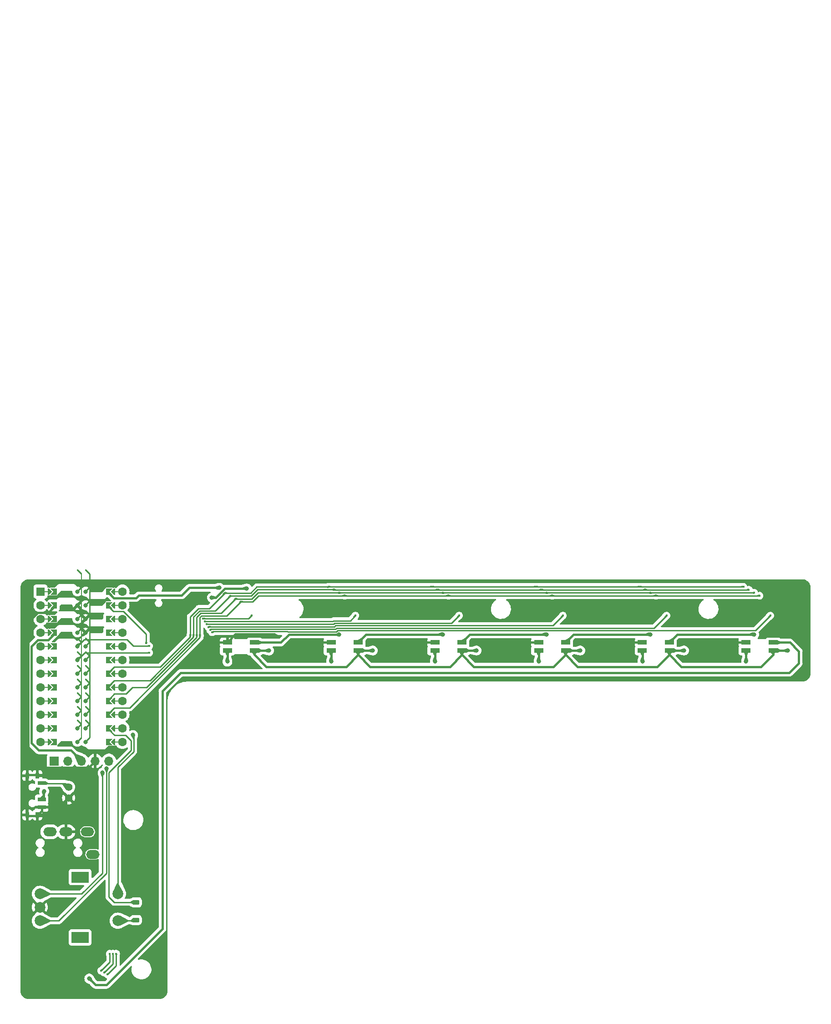
<source format=gtl>
G04 #@! TF.GenerationSoftware,KiCad,Pcbnew,7.0.8*
G04 #@! TF.CreationDate,2023-10-17T17:27:16-07:00*
G04 #@! TF.ProjectId,Seismos_CoreR,53656973-6d6f-4735-9f43-6f7265522e6b,rev?*
G04 #@! TF.SameCoordinates,Original*
G04 #@! TF.FileFunction,Copper,L1,Top*
G04 #@! TF.FilePolarity,Positive*
%FSLAX46Y46*%
G04 Gerber Fmt 4.6, Leading zero omitted, Abs format (unit mm)*
G04 Created by KiCad (PCBNEW 7.0.8) date 2023-10-17 17:27:16*
%MOMM*%
%LPD*%
G01*
G04 APERTURE LIST*
G04 Aperture macros list*
%AMRoundRect*
0 Rectangle with rounded corners*
0 $1 Rounding radius*
0 $2 $3 $4 $5 $6 $7 $8 $9 X,Y pos of 4 corners*
0 Add a 4 corners polygon primitive as box body*
4,1,4,$2,$3,$4,$5,$6,$7,$8,$9,$2,$3,0*
0 Add four circle primitives for the rounded corners*
1,1,$1+$1,$2,$3*
1,1,$1+$1,$4,$5*
1,1,$1+$1,$6,$7*
1,1,$1+$1,$8,$9*
0 Add four rect primitives between the rounded corners*
20,1,$1+$1,$2,$3,$4,$5,0*
20,1,$1+$1,$4,$5,$6,$7,0*
20,1,$1+$1,$6,$7,$8,$9,0*
20,1,$1+$1,$8,$9,$2,$3,0*%
%AMFreePoly0*
4,1,5,0.125000,-0.500000,-0.125000,-0.500000,-0.125000,0.500000,0.125000,0.500000,0.125000,-0.500000,0.125000,-0.500000,$1*%
%AMFreePoly1*
4,1,6,0.600000,0.200000,0.000000,-0.400000,-0.600000,0.200000,-0.600000,0.400000,0.600000,0.400000,0.600000,0.200000,0.600000,0.200000,$1*%
%AMFreePoly2*
4,1,6,0.600000,-0.250000,-0.600000,-0.250000,-0.600000,1.000000,0.000000,0.400000,0.600000,1.000000,0.600000,-0.250000,0.600000,-0.250000,$1*%
%AMFreePoly3*
4,1,49,0.088388,4.152388,0.854389,3.386388,0.867767,3.368517,0.871157,3.365580,0.871925,3.362962,0.875711,3.357906,0.882287,3.327671,0.891000,3.298000,0.891000,0.766000,0.887823,0.743906,0.888144,0.739429,0.886835,0.737032,0.885937,0.730783,0.869213,0.704760,0.854389,0.677612,0.088388,-0.088388,0.064431,-0.106321,0.062500,-0.108253,0.061490,-0.108523,0.059906,-0.109710,
0.044798,-0.112996,0.000000,-0.125000,-0.004652,-0.123753,-0.008917,-0.124682,-0.028634,-0.117327,-0.062500,-0.108253,-0.068172,-0.102580,-0.074910,-0.100068,-0.087486,-0.083266,-0.108253,-0.062500,-0.111163,-0.051638,-0.117119,-0.043683,-0.118510,-0.024217,-0.125000,0.000000,-0.121245,0.014013,-0.122144,0.026571,-0.113772,0.041902,-0.108253,0.062500,-0.095631,0.075121,-0.088388,0.088388,
0.641000,0.817776,0.641000,3.246223,-0.088388,3.975612,-0.109710,4.004094,-0.124682,4.072917,-0.100068,4.138910,-0.043683,4.181119,0.026571,4.186144,0.088388,4.152388,0.088388,4.152388,$1*%
%AMFreePoly4*
4,1,49,0.088388,4.152388,0.850389,3.390388,0.863767,3.372517,0.867157,3.369580,0.867925,3.366962,0.871711,3.361906,0.878287,3.331671,0.887000,3.302000,0.887000,0.762000,0.883823,0.739906,0.884144,0.735429,0.882835,0.733032,0.881937,0.726783,0.865213,0.700760,0.850389,0.673612,0.088388,-0.088388,0.064431,-0.106321,0.062500,-0.108253,0.061490,-0.108523,0.059906,-0.109710,
0.044798,-0.112996,0.000000,-0.125000,-0.004652,-0.123753,-0.008917,-0.124682,-0.028634,-0.117327,-0.062500,-0.108253,-0.068172,-0.102580,-0.074910,-0.100068,-0.087486,-0.083266,-0.108253,-0.062500,-0.111163,-0.051638,-0.117119,-0.043683,-0.118510,-0.024217,-0.125000,0.000000,-0.121245,0.014013,-0.122144,0.026571,-0.113772,0.041902,-0.108253,0.062500,-0.095631,0.075121,-0.088388,0.088388,
0.637000,0.813776,0.637000,3.250223,-0.088388,3.975612,-0.109710,4.004094,-0.124682,4.072917,-0.100068,4.138910,-0.043683,4.181119,0.026571,4.186144,0.088388,4.152388,0.088388,4.152388,$1*%
G04 Aperture macros list end*
G04 #@! TA.AperFunction,ComponentPad*
%ADD10C,2.000000*%
G04 #@! TD*
G04 #@! TA.AperFunction,ComponentPad*
%ADD11R,3.200000X2.000000*%
G04 #@! TD*
G04 #@! TA.AperFunction,ComponentPad*
%ADD12O,2.500000X1.700000*%
G04 #@! TD*
G04 #@! TA.AperFunction,ComponentPad*
%ADD13R,1.700000X1.700000*%
G04 #@! TD*
G04 #@! TA.AperFunction,ComponentPad*
%ADD14O,1.700000X1.700000*%
G04 #@! TD*
G04 #@! TA.AperFunction,SMDPad,CuDef*
%ADD15R,1.500000X0.700000*%
G04 #@! TD*
G04 #@! TA.AperFunction,SMDPad,CuDef*
%ADD16R,0.800000X1.000000*%
G04 #@! TD*
G04 #@! TA.AperFunction,ComponentPad*
%ADD17C,1.400000*%
G04 #@! TD*
G04 #@! TA.AperFunction,ComponentPad*
%ADD18C,1.600000*%
G04 #@! TD*
G04 #@! TA.AperFunction,SMDPad,CuDef*
%ADD19FreePoly0,270.000000*%
G04 #@! TD*
G04 #@! TA.AperFunction,SMDPad,CuDef*
%ADD20FreePoly1,270.000000*%
G04 #@! TD*
G04 #@! TA.AperFunction,SMDPad,CuDef*
%ADD21FreePoly1,90.000000*%
G04 #@! TD*
G04 #@! TA.AperFunction,SMDPad,CuDef*
%ADD22FreePoly0,90.000000*%
G04 #@! TD*
G04 #@! TA.AperFunction,ComponentPad*
%ADD23R,1.600000X1.600000*%
G04 #@! TD*
G04 #@! TA.AperFunction,SMDPad,CuDef*
%ADD24FreePoly2,270.000000*%
G04 #@! TD*
G04 #@! TA.AperFunction,SMDPad,CuDef*
%ADD25FreePoly3,270.000000*%
G04 #@! TD*
G04 #@! TA.AperFunction,ComponentPad*
%ADD26C,0.800000*%
G04 #@! TD*
G04 #@! TA.AperFunction,SMDPad,CuDef*
%ADD27FreePoly4,90.000000*%
G04 #@! TD*
G04 #@! TA.AperFunction,SMDPad,CuDef*
%ADD28FreePoly2,90.000000*%
G04 #@! TD*
G04 #@! TA.AperFunction,SMDPad,CuDef*
%ADD29RoundRect,0.225000X-0.375000X0.225000X-0.375000X-0.225000X0.375000X-0.225000X0.375000X0.225000X0*%
G04 #@! TD*
G04 #@! TA.AperFunction,SMDPad,CuDef*
%ADD30R,1.803400X0.812800*%
G04 #@! TD*
G04 #@! TA.AperFunction,ViaPad*
%ADD31C,0.800000*%
G04 #@! TD*
G04 #@! TA.AperFunction,ViaPad*
%ADD32C,0.400000*%
G04 #@! TD*
G04 #@! TA.AperFunction,Conductor*
%ADD33C,0.254000*%
G04 #@! TD*
G04 #@! TA.AperFunction,Conductor*
%ADD34C,0.381000*%
G04 #@! TD*
G04 APERTURE END LIST*
D10*
X33610000Y-78460000D03*
X33610000Y-83460000D03*
X33610000Y-80960000D03*
D11*
X41110000Y-75360000D03*
X41110000Y-86560000D03*
D10*
X48110000Y-83460000D03*
X48110000Y-78460000D03*
D12*
X42470000Y-66925000D03*
X38470000Y-66925000D03*
X35470000Y-66925000D03*
X43470000Y-71125000D03*
D13*
X36284000Y-53766000D03*
D14*
X38824000Y-53766000D03*
X41364000Y-53766000D03*
X43904000Y-53766000D03*
X46444000Y-53766000D03*
D15*
X33950000Y-60882000D03*
D16*
X33165000Y-56482000D03*
X31235000Y-56482000D03*
X33165000Y-63782000D03*
X31235000Y-63782000D03*
D15*
X33950000Y-62382000D03*
X33950000Y-57882000D03*
D17*
X38949500Y-60632000D03*
X38949500Y-58632000D03*
D18*
X48970000Y-22286000D03*
D19*
X47700000Y-22286000D03*
D20*
X47192000Y-22286000D03*
D21*
X35508000Y-22286000D03*
D22*
X35000000Y-22286000D03*
D18*
X33730000Y-22286000D03*
D23*
X33730000Y-22286000D03*
D18*
X48970000Y-24826000D03*
D19*
X47700000Y-24826000D03*
D20*
X47192000Y-24826000D03*
D21*
X35508000Y-24826000D03*
D22*
X35000000Y-24826000D03*
D18*
X33730000Y-24826000D03*
X48970000Y-27366000D03*
D19*
X47700000Y-27366000D03*
D20*
X47192000Y-27366000D03*
D21*
X35508000Y-27366000D03*
D22*
X35000000Y-27366000D03*
D18*
X33730000Y-27366000D03*
X48970000Y-29906000D03*
D19*
X47700000Y-29906000D03*
D20*
X47192000Y-29906000D03*
D21*
X35508000Y-29906000D03*
D22*
X35000000Y-29906000D03*
D18*
X33730000Y-29906000D03*
X48970000Y-32446000D03*
D19*
X47700000Y-32446000D03*
D20*
X47192000Y-32446000D03*
D21*
X35508000Y-32446000D03*
D22*
X35000000Y-32446000D03*
D18*
X33730000Y-32446000D03*
X48970000Y-34986000D03*
D19*
X47700000Y-34986000D03*
D20*
X47192000Y-34986000D03*
D21*
X35508000Y-34986000D03*
D22*
X35000000Y-34986000D03*
D18*
X33730000Y-34986000D03*
X48970000Y-37526000D03*
D19*
X47700000Y-37526000D03*
D20*
X47192000Y-37526000D03*
D21*
X35508000Y-37526000D03*
D22*
X35000000Y-37526000D03*
D18*
X33730000Y-37526000D03*
X48970000Y-40066000D03*
D19*
X47700000Y-40066000D03*
D20*
X47192000Y-40066000D03*
D21*
X35508000Y-40066000D03*
D22*
X35000000Y-40066000D03*
D18*
X33730000Y-40066000D03*
X48970000Y-42606000D03*
D19*
X47700000Y-42606000D03*
D20*
X47192000Y-42606000D03*
D21*
X35508000Y-42606000D03*
D22*
X35000000Y-42606000D03*
D18*
X33730000Y-42606000D03*
X48970000Y-45146000D03*
D19*
X47700000Y-45146000D03*
D20*
X47192000Y-45146000D03*
D21*
X35508000Y-45146000D03*
D22*
X35000000Y-45146000D03*
D18*
X33730000Y-45146000D03*
X48970000Y-47686000D03*
D19*
X47700000Y-47686000D03*
D20*
X47192000Y-47686000D03*
D21*
X35508000Y-47686000D03*
D22*
X35000000Y-47686000D03*
D18*
X33730000Y-47686000D03*
X48970000Y-50226000D03*
D19*
X47700000Y-50226000D03*
D20*
X47192000Y-50226000D03*
D21*
X35508000Y-50226000D03*
D22*
X35000000Y-50226000D03*
D18*
X33730000Y-50226000D03*
D24*
X46176000Y-22286000D03*
D25*
X42112000Y-22286000D03*
D26*
X42112000Y-22286000D03*
D24*
X46176000Y-24826000D03*
D25*
X42112000Y-24826000D03*
D26*
X42112000Y-24826000D03*
D24*
X46176000Y-27366000D03*
D25*
X42112000Y-27366000D03*
D26*
X42112000Y-27366000D03*
D24*
X46176000Y-29906000D03*
D25*
X42112000Y-29906000D03*
D26*
X42112000Y-29906000D03*
D24*
X46176000Y-32446000D03*
D25*
X42112000Y-32446000D03*
D26*
X42112000Y-32446000D03*
D24*
X46176000Y-34986000D03*
D25*
X42112000Y-34986000D03*
D26*
X42112000Y-34986000D03*
D24*
X46176000Y-37526000D03*
D25*
X42112000Y-37526000D03*
D26*
X42112000Y-37526000D03*
D24*
X46176000Y-40066000D03*
D25*
X42112000Y-40066000D03*
D26*
X42112000Y-40066000D03*
D24*
X46176000Y-42606000D03*
D25*
X42112000Y-42606000D03*
D26*
X42112000Y-42606000D03*
D24*
X46176000Y-45146000D03*
D25*
X42112000Y-45146000D03*
D26*
X42112000Y-45146000D03*
D24*
X46176000Y-47686000D03*
D25*
X42112000Y-47686000D03*
D26*
X42112000Y-47686000D03*
D24*
X46176000Y-50226000D03*
D25*
X42112000Y-50226000D03*
D26*
X42112000Y-50226000D03*
D27*
X40588000Y-50226000D03*
D26*
X40588000Y-50226000D03*
D28*
X36524000Y-50226000D03*
D27*
X40588000Y-47686000D03*
D26*
X40588000Y-47686000D03*
D28*
X36524000Y-47686000D03*
D27*
X40588000Y-45146000D03*
D26*
X40588000Y-45146000D03*
D28*
X36524000Y-45146000D03*
D27*
X40588000Y-42606000D03*
D26*
X40588000Y-42606000D03*
D28*
X36524000Y-42606000D03*
D27*
X40588000Y-40066000D03*
D26*
X40588000Y-40066000D03*
D28*
X36524000Y-40066000D03*
D27*
X40588000Y-37526000D03*
D26*
X40588000Y-37526000D03*
D28*
X36524000Y-37526000D03*
D27*
X40588000Y-34986000D03*
D26*
X40588000Y-34986000D03*
D28*
X36524000Y-34986000D03*
D27*
X40588000Y-32446000D03*
D26*
X40588000Y-32446000D03*
D28*
X36524000Y-32446000D03*
D27*
X40588000Y-29906000D03*
D26*
X40588000Y-29906000D03*
D28*
X36524000Y-29906000D03*
D27*
X40588000Y-27366000D03*
D26*
X40588000Y-27366000D03*
D28*
X36524000Y-27366000D03*
D27*
X40588000Y-24826000D03*
D26*
X40588000Y-24826000D03*
D28*
X36524000Y-24826000D03*
D27*
X40588000Y-22286000D03*
D26*
X40588000Y-22286000D03*
D28*
X36524000Y-22286000D03*
D29*
X51500000Y-80050000D03*
X51500000Y-83350000D03*
D30*
X73501900Y-33249300D03*
X73501900Y-31750700D03*
X68498100Y-31750700D03*
X68498100Y-33249300D03*
X170001900Y-33249300D03*
X170001900Y-31750700D03*
X164998100Y-31750700D03*
X164998100Y-33249300D03*
X131401900Y-33249300D03*
X131401900Y-31750700D03*
X126398100Y-31750700D03*
X126398100Y-33249300D03*
X112101900Y-33249300D03*
X112101900Y-31750700D03*
X107098100Y-31750700D03*
X107098100Y-33249300D03*
X150701900Y-33249300D03*
X150701900Y-31750700D03*
X145698100Y-31750700D03*
X145698100Y-33249300D03*
X92801900Y-33249300D03*
X92801900Y-31750700D03*
X87798100Y-31750700D03*
X87798100Y-33249300D03*
D31*
X142905200Y-31750000D03*
X62050000Y-23450000D03*
X123605200Y-31750000D03*
X162205200Y-31750000D03*
X55700000Y-29975000D03*
X77600000Y-30600000D03*
X104305200Y-31750000D03*
X85005200Y-31750000D03*
D32*
X125900000Y-21400000D03*
X87300000Y-21400000D03*
X61601491Y-30441891D03*
X68000000Y-22550000D03*
X106600000Y-21400000D03*
X145200000Y-21400000D03*
X164500000Y-21400000D03*
X146200000Y-21950000D03*
X165500000Y-21950000D03*
X62200994Y-30441891D03*
X126900000Y-21950000D03*
X44997750Y-92747750D03*
X107600000Y-21950000D03*
X88300000Y-21950000D03*
X69000000Y-23100000D03*
X46600000Y-89600000D03*
X108600000Y-22500000D03*
X147200000Y-22500000D03*
X62800497Y-30441891D03*
X166500000Y-22500000D03*
X47200000Y-89600000D03*
X127900000Y-22500000D03*
X89300000Y-22500000D03*
X70000000Y-23626500D03*
X45600000Y-93100000D03*
X90300000Y-23050000D03*
X47800000Y-89600000D03*
X63400000Y-30441891D03*
X167500000Y-23050000D03*
X71000000Y-24153000D03*
X109600000Y-23050000D03*
X46210000Y-93450000D03*
X128900000Y-23050000D03*
X148200000Y-23050000D03*
D31*
X172748100Y-33250700D03*
X114848100Y-33250700D03*
X76248100Y-33250700D03*
X134148100Y-33250700D03*
X153448100Y-33250700D03*
X72100000Y-21700000D03*
X95548100Y-33250700D03*
X65600000Y-23400000D03*
X67000000Y-21590000D03*
D32*
X63950000Y-27302500D03*
X73000000Y-26750000D03*
X64259579Y-27829000D03*
X92300000Y-26750000D03*
X111600000Y-26750000D03*
X64618966Y-28355500D03*
X130900000Y-26750000D03*
X64966804Y-28882000D03*
X150200000Y-26750000D03*
X65287696Y-29388391D03*
D31*
X50927500Y-48926500D03*
D32*
X65665466Y-29853894D03*
X169500000Y-26750000D03*
D31*
X34400000Y-59400000D03*
X45278634Y-55921350D03*
D32*
X53926500Y-32400000D03*
D31*
X46004645Y-55194858D03*
D32*
X53926500Y-33664000D03*
D31*
X68500000Y-35298800D03*
X89300000Y-30250000D03*
X87800000Y-35298800D03*
X108600000Y-30250000D03*
X107100000Y-35298800D03*
X127900000Y-30250000D03*
X126400000Y-35298800D03*
X147200000Y-30250000D03*
X145700000Y-35298800D03*
X166500000Y-30250000D03*
X165000000Y-35298800D03*
X42800000Y-94210000D03*
D32*
X53400000Y-31873500D03*
D33*
X53400000Y-31873500D02*
X53400000Y-30202181D01*
X53400000Y-30202181D02*
X49150819Y-25953000D01*
X49150819Y-25953000D02*
X47303000Y-25953000D01*
X47303000Y-25953000D02*
X46176000Y-24826000D01*
D34*
X35649500Y-63932000D02*
X33325000Y-63932000D01*
X31075000Y-56382000D02*
X31075000Y-63882000D01*
X69956092Y-30226500D02*
X68500000Y-31682592D01*
X31800000Y-75600000D02*
X31800000Y-79150000D01*
X33800000Y-73600000D02*
X31800000Y-75600000D01*
X38949500Y-60632000D02*
X35649500Y-63932000D01*
X68500000Y-31682592D02*
X68500000Y-31750000D01*
X142905200Y-31750000D02*
X145700000Y-31750000D01*
X104305200Y-31750000D02*
X107100000Y-31750000D01*
X43904000Y-53766000D02*
X43904000Y-55677500D01*
X42663500Y-55006500D02*
X34606500Y-55006500D01*
X33325000Y-56332000D02*
X43249500Y-56332000D01*
X43904000Y-53766000D02*
X42663500Y-55006500D01*
X123605200Y-31750000D02*
X126400000Y-31750000D01*
X43249500Y-56332000D02*
X43904000Y-55677500D01*
X31800000Y-79150000D02*
X33610000Y-80960000D01*
X33950000Y-62997000D02*
X33165000Y-63782000D01*
X31125000Y-63932000D02*
X31075000Y-63882000D01*
X38470000Y-71125000D02*
X35995000Y-73600000D01*
X77226500Y-30226500D02*
X69956092Y-30226500D01*
X43904000Y-55677500D02*
X38949500Y-60632000D01*
X33950000Y-62382000D02*
X33950000Y-62997000D01*
X38470000Y-61111500D02*
X38949500Y-60632000D01*
X162205200Y-31750000D02*
X165000000Y-31750000D01*
X31400000Y-28012378D02*
X33236878Y-26175500D01*
X38470000Y-71125000D02*
X38470000Y-61111500D01*
X34606500Y-55006500D02*
X31400000Y-51800000D01*
X33325000Y-63932000D02*
X31125000Y-63932000D01*
X33236878Y-26175500D02*
X35174500Y-26175500D01*
X35995000Y-73600000D02*
X33800000Y-73600000D01*
X85005200Y-31750000D02*
X87800000Y-31750000D01*
X31400000Y-51800000D02*
X31400000Y-28012378D01*
X33275000Y-56382000D02*
X33325000Y-56332000D01*
X31075000Y-56382000D02*
X33275000Y-56382000D01*
X35174500Y-26175500D02*
X36524000Y-24826000D01*
X77600000Y-30600000D02*
X77226500Y-30226500D01*
D33*
X125900000Y-21400000D02*
X125927000Y-21373000D01*
X72823844Y-22550000D02*
X73973844Y-21400000D01*
X68000000Y-22550000D02*
X65136000Y-25414000D01*
X106627000Y-21373000D02*
X125873000Y-21373000D01*
X145227000Y-21373000D02*
X164473000Y-21373000D01*
X164473000Y-21373000D02*
X164500000Y-21400000D01*
X68000000Y-22550000D02*
X72823844Y-22550000D01*
X61601491Y-30672353D02*
X55973844Y-36300000D01*
X47402000Y-36300000D02*
X46176000Y-37526000D01*
X87327000Y-21373000D02*
X106573000Y-21373000D01*
X106600000Y-21400000D02*
X106627000Y-21373000D01*
X145200000Y-21400000D02*
X145227000Y-21373000D01*
X125927000Y-21373000D02*
X145173000Y-21373000D01*
X73973844Y-21400000D02*
X87300000Y-21400000D01*
X65136000Y-25414000D02*
X63140501Y-25414000D01*
X61601491Y-30441891D02*
X61601491Y-30672353D01*
X55973844Y-36300000D02*
X47402000Y-36300000D01*
X63140501Y-25414000D02*
X61601491Y-26953010D01*
X87300000Y-21400000D02*
X87327000Y-21373000D01*
X61601491Y-26953010D02*
X61601491Y-30441891D01*
X63328553Y-25868000D02*
X66232000Y-25868000D01*
X62200994Y-30441891D02*
X62200994Y-26995559D01*
X72915896Y-23100000D02*
X74088896Y-21927000D01*
X88277000Y-21927000D02*
X88300000Y-21950000D01*
X66232000Y-25868000D02*
X69000000Y-23100000D01*
X74088896Y-21927000D02*
X88277000Y-21927000D01*
X107600000Y-21950000D02*
X126900000Y-21950000D01*
X47442000Y-38800000D02*
X46176000Y-40066000D01*
X46600000Y-91145500D02*
X46600000Y-89600000D01*
X62200994Y-26995559D02*
X63328553Y-25868000D01*
X88300000Y-21950000D02*
X107600000Y-21950000D01*
X126900000Y-21950000D02*
X146200000Y-21950000D01*
X69000000Y-23100000D02*
X72915896Y-23100000D01*
X54115896Y-38800000D02*
X47442000Y-38800000D01*
X146200000Y-21950000D02*
X165500000Y-21950000D01*
X62200994Y-30714902D02*
X54115896Y-38800000D01*
X62200994Y-30441891D02*
X62200994Y-30714902D01*
X44997750Y-92747750D02*
X46600000Y-91145500D01*
X74157948Y-22500000D02*
X89300000Y-22500000D01*
X47482000Y-41300000D02*
X46176000Y-42606000D01*
X62800497Y-30757451D02*
X53442129Y-40115819D01*
X89300000Y-22500000D02*
X108600000Y-22500000D01*
X62800497Y-27038108D02*
X62800497Y-30441891D01*
X70000000Y-23626500D02*
X73031448Y-23626500D01*
X53442129Y-40115819D02*
X50800000Y-40115819D01*
X108600000Y-22500000D02*
X127900000Y-22500000D01*
X67304500Y-26322000D02*
X63516605Y-26322000D01*
X47200000Y-91500000D02*
X47200000Y-89600000D01*
X49615819Y-41300000D02*
X47482000Y-41300000D01*
X50800000Y-40115819D02*
X49615819Y-41300000D01*
X45600000Y-93100000D02*
X47200000Y-91500000D01*
X147200000Y-22500000D02*
X166500000Y-22500000D01*
X70000000Y-23626500D02*
X67304500Y-26322000D01*
X127900000Y-22500000D02*
X147200000Y-22500000D01*
X73031448Y-23626500D02*
X74157948Y-22500000D01*
X62800497Y-30757451D02*
X62800497Y-30441891D01*
X63516605Y-26322000D02*
X62800497Y-27038108D01*
X68377000Y-26776000D02*
X71000000Y-24153000D01*
X63400000Y-30441891D02*
X63400000Y-30800000D01*
X47800000Y-91860000D02*
X47800000Y-89600000D01*
X167500000Y-23050000D02*
X148200000Y-23050000D01*
X109600000Y-23050000D02*
X90300000Y-23050000D01*
X74250000Y-23050000D02*
X90300000Y-23050000D01*
X63400000Y-30441891D02*
X63400000Y-27080657D01*
X63400000Y-27080657D02*
X63704657Y-26776000D01*
X63400000Y-30800000D02*
X50300000Y-43900000D01*
X46210000Y-93450000D02*
X47800000Y-91860000D01*
X63704657Y-26776000D02*
X68377000Y-26776000D01*
X148200000Y-23050000D02*
X128900000Y-23050000D01*
X50300000Y-43900000D02*
X47422000Y-43900000D01*
X47422000Y-43900000D02*
X46176000Y-45146000D01*
X128900000Y-23050000D02*
X109600000Y-23050000D01*
X73147000Y-24153000D02*
X74250000Y-23050000D01*
X71000000Y-24153000D02*
X73147000Y-24153000D01*
D34*
X112100000Y-33998800D02*
X112100000Y-33250000D01*
X75748100Y-36250700D02*
X73498100Y-34000700D01*
X112100700Y-33250700D02*
X112100000Y-33250000D01*
X148486700Y-36250700D02*
X133648100Y-36250700D01*
X172748100Y-33250700D02*
X170000700Y-33250700D01*
X32000000Y-32492378D02*
X33236878Y-31255500D01*
X150700700Y-33250700D02*
X150700000Y-33250000D01*
X150700000Y-33998800D02*
X150700000Y-33250000D01*
X33400000Y-51800000D02*
X32000000Y-50400000D01*
X109886700Y-36250700D02*
X95048100Y-36250700D01*
X73500700Y-33250700D02*
X73500000Y-33250000D01*
X72100000Y-21700000D02*
X68007936Y-21700000D01*
X73500000Y-33998800D02*
X73500000Y-33250000D01*
X33236878Y-31255500D02*
X35174500Y-31255500D01*
X150698100Y-34000700D02*
X150700000Y-33998800D01*
X66307936Y-23400000D02*
X65600000Y-23400000D01*
X92798100Y-34000700D02*
X92800000Y-33998800D01*
X170000000Y-34037400D02*
X170000000Y-33250000D01*
X167786700Y-36250700D02*
X170000000Y-34037400D01*
X131400700Y-33250700D02*
X131400000Y-33250000D01*
X90586700Y-36250700D02*
X92800000Y-34037400D01*
X152948100Y-36250700D02*
X150698100Y-34000700D01*
X167786700Y-36250700D02*
X152948100Y-36250700D01*
X35174500Y-31255500D02*
X36524000Y-29906000D01*
X114348100Y-36250700D02*
X112098100Y-34000700D01*
X129186700Y-36250700D02*
X114348100Y-36250700D01*
X148486700Y-36250700D02*
X150700000Y-34037400D01*
X131398100Y-34000700D02*
X131400000Y-33998800D01*
X90586700Y-36250700D02*
X75748100Y-36250700D01*
X133648100Y-36250700D02*
X131398100Y-34000700D01*
X131400000Y-33998800D02*
X131400000Y-33250000D01*
X68007936Y-21700000D02*
X66307936Y-23400000D01*
X134148100Y-33250700D02*
X131400700Y-33250700D01*
X150700000Y-34037400D02*
X150700000Y-33250000D01*
X112100000Y-34037400D02*
X112100000Y-33250000D01*
X114848100Y-33250700D02*
X112100700Y-33250700D01*
X92800000Y-33998800D02*
X92800000Y-33250000D01*
X73498100Y-34000700D02*
X73500000Y-33998800D01*
X95548100Y-33250700D02*
X92800700Y-33250700D01*
X112098100Y-34000700D02*
X112100000Y-33998800D01*
X41364000Y-53766000D02*
X39398000Y-51800000D01*
X153448100Y-33250700D02*
X150700700Y-33250700D01*
X39398000Y-51800000D02*
X33400000Y-51800000D01*
X95048100Y-36250700D02*
X92798100Y-34000700D01*
X92800700Y-33250700D02*
X92800000Y-33250000D01*
X109886700Y-36250700D02*
X112100000Y-34037400D01*
X131400000Y-34037400D02*
X131400000Y-33250000D01*
X76248100Y-33250700D02*
X73500700Y-33250700D01*
X32000000Y-50400000D02*
X32000000Y-32492378D01*
X129186700Y-36250700D02*
X131400000Y-34037400D01*
X92800000Y-34037400D02*
X92800000Y-33250000D01*
X170000700Y-33250700D02*
X170000000Y-33250000D01*
X67000000Y-21590000D02*
X61410000Y-21590000D01*
X52000000Y-23000000D02*
X51523500Y-23476500D01*
X47366500Y-23476500D02*
X46176000Y-22286000D01*
X61410000Y-21590000D02*
X60000000Y-23000000D01*
X51523500Y-23476500D02*
X47366500Y-23476500D01*
X60000000Y-23000000D02*
X52000000Y-23000000D01*
D33*
X72447500Y-27302500D02*
X73000000Y-26750000D01*
X63950000Y-27302500D02*
X72447500Y-27302500D01*
X88246654Y-27707000D02*
X91343000Y-27707000D01*
X91343000Y-27707000D02*
X92300000Y-26750000D01*
X88124654Y-27829000D02*
X88246654Y-27707000D01*
X64259579Y-27829000D02*
X88124654Y-27829000D01*
X65768341Y-28355500D02*
X65776841Y-28347000D01*
X88434707Y-28161000D02*
X110189000Y-28161000D01*
X110189000Y-28161000D02*
X111600000Y-26750000D01*
X64618966Y-28355500D02*
X65768341Y-28355500D01*
X65776841Y-28347000D02*
X88248707Y-28347000D01*
X88248707Y-28347000D02*
X88434707Y-28161000D01*
X88436760Y-28801000D02*
X88622760Y-28615000D01*
X129035000Y-28615000D02*
X130900000Y-26750000D01*
X65039304Y-28809500D02*
X65956394Y-28809500D01*
X65956394Y-28809500D02*
X65964894Y-28801000D01*
X88622760Y-28615000D02*
X129035000Y-28615000D01*
X65964894Y-28801000D02*
X88436760Y-28801000D01*
X64966804Y-28882000D02*
X65039304Y-28809500D01*
X65287696Y-29388391D02*
X65412587Y-29263500D01*
X147881000Y-29069000D02*
X150200000Y-26750000D01*
X88810813Y-29069000D02*
X147881000Y-29069000D01*
X88624813Y-29255000D02*
X88810813Y-29069000D01*
X66144447Y-29263500D02*
X66152947Y-29255000D01*
X66152947Y-29255000D02*
X88624813Y-29255000D01*
X65412587Y-29263500D02*
X66144447Y-29263500D01*
X51054000Y-49053000D02*
X51054000Y-51988053D01*
X48110000Y-54932052D02*
X48110000Y-78460000D01*
X66341000Y-29709000D02*
X79712144Y-29709000D01*
X166727000Y-29523000D02*
X169500000Y-26750000D01*
X51054000Y-51988053D02*
X48110000Y-54932052D01*
X65801860Y-29717500D02*
X66332500Y-29717500D01*
X88998866Y-29523000D02*
X166727000Y-29523000D01*
X79712144Y-29709000D02*
X79735644Y-29732500D01*
X88789366Y-29732500D02*
X88998866Y-29523000D01*
X50927500Y-48926500D02*
X51054000Y-49053000D01*
X79735644Y-29732500D02*
X88789366Y-29732500D01*
X66332500Y-29717500D02*
X66341000Y-29709000D01*
X65665466Y-29853894D02*
X65801860Y-29717500D01*
D34*
X34300000Y-59500000D02*
X34400000Y-59400000D01*
X34300000Y-60955000D02*
X34300000Y-59500000D01*
D33*
X45200000Y-55999984D02*
X45200000Y-74600000D01*
X49800000Y-31200000D02*
X41834000Y-31200000D01*
X41340000Y-78460000D02*
X33610000Y-78460000D01*
X45200000Y-74600000D02*
X41340000Y-78460000D01*
X53926500Y-32400000D02*
X51000000Y-32400000D01*
X51000000Y-32400000D02*
X49800000Y-31200000D01*
X45278634Y-55921350D02*
X45200000Y-55999984D01*
X41834000Y-31200000D02*
X40588000Y-32446000D01*
X46004645Y-74595355D02*
X37140000Y-83460000D01*
X41910000Y-33664000D02*
X40588000Y-34986000D01*
X46004645Y-55194858D02*
X46004645Y-74595355D01*
X53926500Y-33664000D02*
X41910000Y-33664000D01*
X37140000Y-83460000D02*
X33610000Y-83460000D01*
D34*
X68500000Y-33250000D02*
X68498100Y-33248100D01*
X68500000Y-35298800D02*
X68500000Y-33250000D01*
X89300000Y-30250000D02*
X79950000Y-30250000D01*
X78449300Y-31750700D02*
X73501900Y-31750700D01*
X79950000Y-30250000D02*
X78449300Y-31750700D01*
X87800000Y-35298800D02*
X87800000Y-33250000D01*
X87800000Y-33250000D02*
X87798100Y-33248100D01*
X94302600Y-30250000D02*
X92801900Y-31750700D01*
X108600000Y-30250000D02*
X94302600Y-30250000D01*
X107100000Y-33250000D02*
X107098100Y-33248100D01*
X107100000Y-35298800D02*
X107100000Y-33250000D01*
X113602600Y-30250000D02*
X112101900Y-31750700D01*
X127900000Y-30250000D02*
X113602600Y-30250000D01*
X126400000Y-33250000D02*
X126398100Y-33248100D01*
X126400000Y-35298800D02*
X126400000Y-33250000D01*
X132902600Y-30250000D02*
X131401900Y-31750700D01*
X147200000Y-30250000D02*
X132902600Y-30250000D01*
X145700000Y-33250000D02*
X145698100Y-33248100D01*
X145700000Y-35298800D02*
X145700000Y-33250000D01*
X166500000Y-30250000D02*
X152202600Y-30250000D01*
X152202600Y-30250000D02*
X150701900Y-31750700D01*
X165000000Y-35298800D02*
X165000000Y-33250000D01*
X165000000Y-33250000D02*
X164998100Y-33248100D01*
X59800000Y-37400000D02*
X173000000Y-37400000D01*
X173150700Y-31750700D02*
X170001900Y-31750700D01*
X43990000Y-95400000D02*
X46000000Y-95400000D01*
X46000000Y-95400000D02*
X56400000Y-85000000D01*
X173000000Y-37400000D02*
X174800000Y-35600000D01*
X42800000Y-94210000D02*
X43990000Y-95400000D01*
X174800000Y-35600000D02*
X174800000Y-33400000D01*
X56400000Y-40800000D02*
X59800000Y-37400000D01*
X56400000Y-85000000D02*
X56400000Y-40800000D01*
X174800000Y-33400000D02*
X173150700Y-31750700D01*
D33*
X34300000Y-57955000D02*
X38272500Y-57955000D01*
X38272500Y-57955000D02*
X38949500Y-58632000D01*
X47490000Y-49000000D02*
X46176000Y-47686000D01*
X50600000Y-51800000D02*
X50600000Y-50000000D01*
X47450000Y-80050000D02*
X46458645Y-79058645D01*
X46458645Y-79058645D02*
X46458645Y-55941355D01*
X46458645Y-55941355D02*
X50600000Y-51800000D01*
X51500000Y-80050000D02*
X47450000Y-80050000D01*
X50600000Y-50000000D02*
X49600000Y-49000000D01*
X49600000Y-49000000D02*
X47490000Y-49000000D01*
X48110000Y-83460000D02*
X51390000Y-83460000D01*
X51390000Y-83460000D02*
X51500000Y-83350000D01*
G04 #@! TA.AperFunction,Conductor*
G36*
X40373444Y-79115185D02*
G01*
X40419199Y-79167989D01*
X40429143Y-79237147D01*
X40400118Y-79300703D01*
X40394086Y-79307181D01*
X36913086Y-82788181D01*
X36851763Y-82821666D01*
X36825405Y-82824500D01*
X35768677Y-82824500D01*
X35713871Y-82811731D01*
X34538256Y-82232484D01*
X34505381Y-82208934D01*
X33742533Y-81446086D01*
X33752315Y-81444680D01*
X33883100Y-81384952D01*
X33991761Y-81290798D01*
X34069493Y-81169844D01*
X34093076Y-81089524D01*
X34833434Y-81829882D01*
X34933731Y-81676369D01*
X35033587Y-81448717D01*
X35094612Y-81207738D01*
X35094614Y-81207729D01*
X35115141Y-80960005D01*
X35115141Y-80959994D01*
X35094614Y-80712270D01*
X35094612Y-80712261D01*
X35033587Y-80471282D01*
X34933731Y-80243630D01*
X34833434Y-80090116D01*
X34093076Y-80830475D01*
X34069493Y-80750156D01*
X33991761Y-80629202D01*
X33883100Y-80535048D01*
X33752315Y-80475320D01*
X33742533Y-80473913D01*
X34505387Y-79711058D01*
X34538254Y-79687514D01*
X35713868Y-79108268D01*
X35768673Y-79095500D01*
X40306405Y-79095500D01*
X40373444Y-79115185D01*
G37*
G04 #@! TD.AperFunction*
G04 #@! TA.AperFunction,Conductor*
G36*
X39577107Y-50122414D02*
G01*
X39597749Y-50139048D01*
X39642247Y-50183546D01*
X39675732Y-50244869D01*
X39677887Y-50258265D01*
X39694458Y-50415928D01*
X39694459Y-50415931D01*
X39753470Y-50597549D01*
X39753473Y-50597556D01*
X39848960Y-50762944D01*
X39900775Y-50820490D01*
X39972239Y-50899860D01*
X39976747Y-50904866D01*
X40131248Y-51017118D01*
X40305712Y-51094794D01*
X40492513Y-51134500D01*
X40683487Y-51134500D01*
X40870288Y-51094794D01*
X41044752Y-51017118D01*
X41199253Y-50904866D01*
X41257850Y-50839786D01*
X41317336Y-50803138D01*
X41387193Y-50804468D01*
X41442150Y-50839787D01*
X41496239Y-50899860D01*
X41500747Y-50904866D01*
X41655248Y-51017118D01*
X41829712Y-51094794D01*
X42016513Y-51134500D01*
X42065839Y-51134500D01*
X42132878Y-51154185D01*
X42153519Y-51170818D01*
X42291984Y-51309284D01*
X42372619Y-51389919D01*
X42389249Y-51410554D01*
X42391295Y-51413737D01*
X42428152Y-51445673D01*
X42431384Y-51448682D01*
X42435851Y-51453149D01*
X42435851Y-51453150D01*
X42439060Y-51456359D01*
X42447761Y-51462872D01*
X42451195Y-51465639D01*
X42488822Y-51498243D01*
X42501805Y-51509493D01*
X42563545Y-51549171D01*
X42563549Y-51549173D01*
X42563555Y-51549177D01*
X42574164Y-51554022D01*
X42578098Y-51555991D01*
X42599930Y-51567910D01*
X42604143Y-51570210D01*
X42631904Y-51580562D01*
X42635962Y-51582243D01*
X42662888Y-51594540D01*
X42696560Y-51609918D01*
X42696561Y-51609918D01*
X42696563Y-51609919D01*
X42704911Y-51611119D01*
X42706245Y-51611311D01*
X42731930Y-51617866D01*
X42735817Y-51619315D01*
X42741109Y-51621289D01*
X42769434Y-51623314D01*
X42807607Y-51626044D01*
X42811994Y-51626515D01*
X42836078Y-51629978D01*
X42841296Y-51630729D01*
X42870890Y-51630729D01*
X42875313Y-51630886D01*
X42886960Y-51631720D01*
X42898607Y-51630886D01*
X42903030Y-51630729D01*
X45334005Y-51630729D01*
X45360363Y-51633563D01*
X45364050Y-51634365D01*
X45412686Y-51630886D01*
X45417107Y-51630729D01*
X45428002Y-51630729D01*
X45428005Y-51630729D01*
X45438791Y-51629176D01*
X45443169Y-51628706D01*
X45509900Y-51623935D01*
X45532633Y-51618990D01*
X45532632Y-51618989D01*
X45573649Y-51610068D01*
X45574339Y-51609918D01*
X45581617Y-51608335D01*
X45581710Y-51608315D01*
X45592768Y-51604188D01*
X45596982Y-51602785D01*
X45620478Y-51595890D01*
X45620479Y-51595891D01*
X45625083Y-51594540D01*
X45625178Y-51594512D01*
X45652113Y-51582209D01*
X45656148Y-51580537D01*
X45718706Y-51557195D01*
X45726507Y-51551352D01*
X45749325Y-51537811D01*
X45758185Y-51533766D01*
X45808628Y-51490054D01*
X45812055Y-51487292D01*
X45835750Y-51469550D01*
X45839144Y-51466155D01*
X45839143Y-51466154D01*
X45856586Y-51448707D01*
X45859823Y-51445692D01*
X45868691Y-51438009D01*
X45876359Y-51429158D01*
X45879330Y-51425966D01*
X46340510Y-50964788D01*
X46401833Y-50931303D01*
X46428191Y-50928469D01*
X47176002Y-50928469D01*
X47215208Y-50920670D01*
X47215208Y-50920669D01*
X47215213Y-50920669D01*
X47215217Y-50920666D01*
X47226493Y-50915996D01*
X47226924Y-50917038D01*
X47281788Y-50899860D01*
X47341415Y-50916218D01*
X47341507Y-50915996D01*
X47343274Y-50916728D01*
X47349168Y-50918345D01*
X47352774Y-50920663D01*
X47352784Y-50920667D01*
X47352787Y-50920669D01*
X47352790Y-50920669D01*
X47352791Y-50920670D01*
X47391997Y-50928469D01*
X47392000Y-50928469D01*
X47592002Y-50928469D01*
X47631208Y-50920670D01*
X47631208Y-50920669D01*
X47631213Y-50920669D01*
X47664457Y-50898457D01*
X47664457Y-50898456D01*
X47674614Y-50891671D01*
X47675797Y-50893441D01*
X47723190Y-50867563D01*
X47749548Y-50864729D01*
X47755309Y-50864729D01*
X47822348Y-50884414D01*
X47856882Y-50917603D01*
X47963802Y-51070300D01*
X48125700Y-51232198D01*
X48313251Y-51363523D01*
X48414112Y-51410555D01*
X48520750Y-51460281D01*
X48520752Y-51460281D01*
X48520757Y-51460284D01*
X48741913Y-51519543D01*
X48904483Y-51533766D01*
X48969998Y-51539498D01*
X48970000Y-51539498D01*
X48970002Y-51539498D01*
X49035517Y-51533766D01*
X49198087Y-51519543D01*
X49419243Y-51460284D01*
X49626749Y-51363523D01*
X49769379Y-51263651D01*
X49835582Y-51241326D01*
X49903349Y-51258336D01*
X49951163Y-51309284D01*
X49964500Y-51365228D01*
X49964500Y-51485404D01*
X49944815Y-51552443D01*
X49928181Y-51573085D01*
X47977445Y-53523820D01*
X47916122Y-53557305D01*
X47846430Y-53552321D01*
X47790497Y-53510449D01*
X47769558Y-53466579D01*
X47733296Y-53323385D01*
X47642859Y-53117207D01*
X47519723Y-52928734D01*
X47519715Y-52928723D01*
X47367243Y-52763097D01*
X47367238Y-52763092D01*
X47189577Y-52624812D01*
X47189572Y-52624808D01*
X46991580Y-52517661D01*
X46991577Y-52517659D01*
X46991574Y-52517658D01*
X46991571Y-52517657D01*
X46991569Y-52517656D01*
X46778637Y-52444556D01*
X46556569Y-52407500D01*
X46331431Y-52407500D01*
X46109362Y-52444556D01*
X45896430Y-52517656D01*
X45896419Y-52517661D01*
X45698427Y-52624808D01*
X45698422Y-52624812D01*
X45520761Y-52763092D01*
X45520756Y-52763097D01*
X45368284Y-52928723D01*
X45368276Y-52928734D01*
X45274251Y-53072650D01*
X45221105Y-53118007D01*
X45151873Y-53127430D01*
X45088538Y-53097928D01*
X45068868Y-53075951D01*
X44942113Y-52894926D01*
X44942108Y-52894920D01*
X44775082Y-52727894D01*
X44581578Y-52592399D01*
X44367492Y-52492570D01*
X44367486Y-52492567D01*
X44154000Y-52435364D01*
X44154000Y-53330498D01*
X44046315Y-53281320D01*
X43939763Y-53266000D01*
X43868237Y-53266000D01*
X43761685Y-53281320D01*
X43654000Y-53330498D01*
X43654000Y-52435364D01*
X43653999Y-52435364D01*
X43440513Y-52492567D01*
X43440507Y-52492570D01*
X43226422Y-52592399D01*
X43226420Y-52592400D01*
X43032926Y-52727886D01*
X43032920Y-52727891D01*
X42865891Y-52894920D01*
X42865890Y-52894922D01*
X42739131Y-53075952D01*
X42684554Y-53119577D01*
X42615055Y-53126769D01*
X42552701Y-53095247D01*
X42533752Y-53072656D01*
X42439722Y-52928732D01*
X42439715Y-52928725D01*
X42439715Y-52928723D01*
X42287243Y-52763097D01*
X42287238Y-52763092D01*
X42109577Y-52624812D01*
X42109572Y-52624808D01*
X41911579Y-52517660D01*
X41911575Y-52517658D01*
X41911574Y-52517658D01*
X41893951Y-52511607D01*
X41872624Y-52501947D01*
X41867310Y-52498905D01*
X41867304Y-52498902D01*
X41867303Y-52498902D01*
X41400678Y-52314120D01*
X40596702Y-51995748D01*
X40554675Y-51968139D01*
X40541690Y-51955154D01*
X39908505Y-51321969D01*
X39905971Y-51319277D01*
X39864927Y-51272948D01*
X39864926Y-51272947D01*
X39864925Y-51272946D01*
X39814003Y-51237797D01*
X39810988Y-51235578D01*
X39762272Y-51197414D01*
X39753080Y-51193277D01*
X39733532Y-51182252D01*
X39725226Y-51176519D01*
X39725225Y-51176518D01*
X39667364Y-51154574D01*
X39663904Y-51153141D01*
X39607485Y-51127750D01*
X39607483Y-51127749D01*
X39597557Y-51125929D01*
X39575949Y-51119906D01*
X39566510Y-51116327D01*
X39505078Y-51108867D01*
X39501378Y-51108304D01*
X39460902Y-51100887D01*
X39440516Y-51097151D01*
X39440512Y-51097150D01*
X39378748Y-51100887D01*
X39375004Y-51101000D01*
X36943110Y-51101000D01*
X36876071Y-51081315D01*
X36830316Y-51028511D01*
X36820372Y-50959353D01*
X36840006Y-50908112D01*
X36850991Y-50891671D01*
X36868669Y-50865213D01*
X36876469Y-50826000D01*
X36876469Y-50820490D01*
X36896154Y-50753451D01*
X36926159Y-50721222D01*
X36949696Y-50703603D01*
X37514252Y-50139048D01*
X37575575Y-50105563D01*
X37601933Y-50102729D01*
X39510068Y-50102729D01*
X39577107Y-50122414D01*
G37*
G04 #@! TD.AperFunction*
G04 #@! TA.AperFunction,Conductor*
G36*
X65347279Y-22308685D02*
G01*
X65393034Y-22361489D01*
X65402978Y-22430647D01*
X65373953Y-22494203D01*
X65323302Y-22527785D01*
X65323649Y-22528563D01*
X65319024Y-22530621D01*
X65318560Y-22530930D01*
X65317718Y-22531203D01*
X65143246Y-22608883D01*
X64988745Y-22721135D01*
X64860959Y-22863057D01*
X64765473Y-23028443D01*
X64765470Y-23028450D01*
X64711289Y-23195204D01*
X64706458Y-23210072D01*
X64686496Y-23400000D01*
X64706458Y-23589928D01*
X64706459Y-23589931D01*
X64765470Y-23771549D01*
X64765473Y-23771556D01*
X64860960Y-23936944D01*
X64988747Y-24078866D01*
X65143248Y-24191118D01*
X65197699Y-24215361D01*
X65250935Y-24260610D01*
X65271257Y-24327459D01*
X65252212Y-24394683D01*
X65234945Y-24416321D01*
X64909084Y-24742182D01*
X64847763Y-24775666D01*
X64821405Y-24778500D01*
X63224353Y-24778500D01*
X63208570Y-24776757D01*
X63208545Y-24777025D01*
X63200783Y-24776291D01*
X63200782Y-24776291D01*
X63130498Y-24778500D01*
X63100518Y-24778500D01*
X63100515Y-24778500D01*
X63100500Y-24778501D01*
X63093482Y-24779387D01*
X63087665Y-24779845D01*
X63040301Y-24781334D01*
X63040295Y-24781335D01*
X63020594Y-24787058D01*
X63001555Y-24791000D01*
X62981212Y-24793571D01*
X62981204Y-24793572D01*
X62981202Y-24793573D01*
X62981200Y-24793573D01*
X62981194Y-24793575D01*
X62937146Y-24811014D01*
X62931623Y-24812905D01*
X62886110Y-24826130D01*
X62886108Y-24826130D01*
X62886108Y-24826131D01*
X62868449Y-24836573D01*
X62850984Y-24845129D01*
X62831916Y-24852678D01*
X62831915Y-24852679D01*
X62793571Y-24880537D01*
X62788689Y-24883743D01*
X62747899Y-24907868D01*
X62733403Y-24922364D01*
X62718613Y-24934996D01*
X62702017Y-24947054D01*
X62702013Y-24947057D01*
X62671797Y-24983581D01*
X62667865Y-24987902D01*
X61211412Y-26444354D01*
X61199022Y-26454282D01*
X61199193Y-26454489D01*
X61193187Y-26459457D01*
X61182144Y-26471217D01*
X61145064Y-26510703D01*
X61137994Y-26517773D01*
X61123856Y-26531910D01*
X61123854Y-26531912D01*
X61119499Y-26537526D01*
X61115709Y-26541963D01*
X61083273Y-26576504D01*
X61083272Y-26576506D01*
X61073391Y-26594478D01*
X61062716Y-26610729D01*
X61050143Y-26626939D01*
X61050140Y-26626943D01*
X61031318Y-26670438D01*
X61028748Y-26675684D01*
X61005921Y-26717207D01*
X61000820Y-26737074D01*
X60994521Y-26755472D01*
X60986375Y-26774297D01*
X60986372Y-26774306D01*
X60978960Y-26821108D01*
X60977775Y-26826830D01*
X60965991Y-26872721D01*
X60965991Y-26893235D01*
X60964464Y-26912634D01*
X60961256Y-26932887D01*
X60965716Y-26980069D01*
X60965991Y-26985907D01*
X60965991Y-29956797D01*
X60963976Y-29979060D01*
X60914707Y-30249015D01*
X60908672Y-30270702D01*
X60908527Y-30271083D01*
X60908526Y-30271086D01*
X60904466Y-30304525D01*
X60903910Y-30308182D01*
X60897283Y-30344500D01*
X60896805Y-30347117D01*
X60893725Y-30369548D01*
X60892494Y-30382842D01*
X60892569Y-30398446D01*
X60892117Y-30406223D01*
X60891412Y-30412028D01*
X60890592Y-30418779D01*
X60890045Y-30422392D01*
X60887926Y-30434043D01*
X60887683Y-30440588D01*
X60865520Y-30506850D01*
X60851450Y-30523659D01*
X55746930Y-35628181D01*
X55685607Y-35661666D01*
X55659249Y-35664500D01*
X50292021Y-35664500D01*
X50224982Y-35644815D01*
X50179227Y-35592011D01*
X50169283Y-35522853D01*
X50179638Y-35488096D01*
X50181796Y-35483468D01*
X50204284Y-35435243D01*
X50263543Y-35214087D01*
X50282378Y-34998797D01*
X50283498Y-34986001D01*
X50283498Y-34985998D01*
X50263543Y-34757918D01*
X50263543Y-34757913D01*
X50204284Y-34536757D01*
X50175907Y-34475903D01*
X50165416Y-34406827D01*
X50193936Y-34343043D01*
X50252412Y-34304804D01*
X50288290Y-34299500D01*
X53441414Y-34299500D01*
X53463676Y-34301515D01*
X53515430Y-34310960D01*
X53803962Y-34363617D01*
X53807601Y-34364397D01*
X53831335Y-34370247D01*
X53840470Y-34372500D01*
X53840472Y-34372500D01*
X53859245Y-34372500D01*
X53864990Y-34372766D01*
X53867236Y-34372976D01*
X53951192Y-34372583D01*
X53969130Y-34372500D01*
X54012528Y-34372500D01*
X54179579Y-34331326D01*
X54179579Y-34331325D01*
X54179583Y-34331325D01*
X54331930Y-34251367D01*
X54460715Y-34137273D01*
X54558454Y-33995675D01*
X54619465Y-33834801D01*
X54640204Y-33664000D01*
X54639574Y-33658807D01*
X54619465Y-33493198D01*
X54558454Y-33332326D01*
X54558454Y-33332325D01*
X54460715Y-33190727D01*
X54460713Y-33190725D01*
X54460710Y-33190722D01*
X54386316Y-33124815D01*
X54349189Y-33065626D01*
X54349957Y-32995761D01*
X54386316Y-32939185D01*
X54440939Y-32890793D01*
X54460715Y-32873273D01*
X54558454Y-32731675D01*
X54619465Y-32570801D01*
X54640204Y-32400000D01*
X54638008Y-32381910D01*
X54619465Y-32229198D01*
X54560775Y-32074446D01*
X54558454Y-32068325D01*
X54460715Y-31926727D01*
X54460713Y-31926725D01*
X54460710Y-31926722D01*
X54331932Y-31812634D01*
X54240220Y-31764500D01*
X54179583Y-31732675D01*
X54179580Y-31732674D01*
X54179576Y-31732672D01*
X54170259Y-31730376D01*
X54109879Y-31695219D01*
X54078091Y-31633000D01*
X54077951Y-31632242D01*
X54037515Y-31410672D01*
X54035500Y-31388410D01*
X54035500Y-30286031D01*
X54037241Y-30270257D01*
X54036974Y-30270232D01*
X54037708Y-30262464D01*
X54035500Y-30192209D01*
X54035500Y-30162204D01*
X54035500Y-30162198D01*
X54034611Y-30155161D01*
X54034152Y-30149333D01*
X54032664Y-30101976D01*
X54029425Y-30090827D01*
X54026942Y-30082281D01*
X54022999Y-30063248D01*
X54020427Y-30042882D01*
X54002976Y-29998808D01*
X54001087Y-29993288D01*
X53987867Y-29947785D01*
X53977431Y-29930141D01*
X53968870Y-29912666D01*
X53961319Y-29893593D01*
X53933445Y-29855227D01*
X53930254Y-29850368D01*
X53906136Y-29809585D01*
X53906129Y-29809576D01*
X53891633Y-29795080D01*
X53878995Y-29780284D01*
X53876047Y-29776226D01*
X53866942Y-29763694D01*
X53830422Y-29733482D01*
X53826100Y-29729548D01*
X49959206Y-25862654D01*
X49925721Y-25801331D01*
X49930705Y-25731639D01*
X49959206Y-25687292D01*
X49959835Y-25686663D01*
X49976198Y-25670300D01*
X50107523Y-25482749D01*
X50204284Y-25275243D01*
X50263543Y-25054087D01*
X50281164Y-24852678D01*
X50283498Y-24826001D01*
X50283498Y-24825998D01*
X50276050Y-24740868D01*
X50263543Y-24597913D01*
X50204284Y-24376757D01*
X50192694Y-24351903D01*
X50182203Y-24282828D01*
X50210722Y-24219044D01*
X50269199Y-24180804D01*
X50305077Y-24175500D01*
X51500504Y-24175500D01*
X51504248Y-24175613D01*
X51566013Y-24179349D01*
X51566013Y-24179348D01*
X51566015Y-24179349D01*
X51587017Y-24175500D01*
X51626883Y-24168194D01*
X51630581Y-24167631D01*
X51692010Y-24160173D01*
X51701449Y-24156592D01*
X51723060Y-24150569D01*
X51732983Y-24148751D01*
X51789425Y-24123347D01*
X51792838Y-24121933D01*
X51850727Y-24099980D01*
X51859033Y-24094245D01*
X51878578Y-24083222D01*
X51887775Y-24079084D01*
X51936499Y-24040910D01*
X51939491Y-24038709D01*
X51990427Y-24003552D01*
X52031487Y-23957203D01*
X52033990Y-23954544D01*
X52253218Y-23735316D01*
X52314540Y-23701834D01*
X52340898Y-23699000D01*
X55168723Y-23699000D01*
X55235762Y-23718685D01*
X55281517Y-23771489D01*
X55291461Y-23840647D01*
X55262436Y-23904203D01*
X55249608Y-23915692D01*
X55250185Y-23916343D01*
X55244574Y-23921313D01*
X55131763Y-24048650D01*
X55052710Y-24199273D01*
X55016665Y-24345518D01*
X55012000Y-24364444D01*
X55012000Y-24534556D01*
X55024044Y-24583422D01*
X55052710Y-24699726D01*
X55131763Y-24850349D01*
X55133829Y-24852681D01*
X55244571Y-24977683D01*
X55334818Y-25039976D01*
X55384568Y-25074317D01*
X55384569Y-25074317D01*
X55384570Y-25074318D01*
X55543628Y-25134640D01*
X55619528Y-25143856D01*
X55670126Y-25150000D01*
X55670128Y-25150000D01*
X55754874Y-25150000D01*
X55797038Y-25144880D01*
X55881372Y-25134640D01*
X56040430Y-25074318D01*
X56180429Y-24977683D01*
X56293234Y-24850352D01*
X56295976Y-24845129D01*
X56350696Y-24740868D01*
X56372290Y-24699725D01*
X56413000Y-24534556D01*
X56413000Y-24364444D01*
X56372290Y-24199275D01*
X56361832Y-24179349D01*
X56293236Y-24048650D01*
X56226369Y-23973173D01*
X56180429Y-23921317D01*
X56180427Y-23921316D01*
X56180425Y-23921313D01*
X56174815Y-23916343D01*
X56176886Y-23914004D01*
X56141848Y-23870771D01*
X56134186Y-23801323D01*
X56165287Y-23738757D01*
X56225277Y-23702938D01*
X56256277Y-23699000D01*
X59977004Y-23699000D01*
X59980748Y-23699113D01*
X60042513Y-23702849D01*
X60042513Y-23702848D01*
X60042515Y-23702849D01*
X60063517Y-23699000D01*
X60103383Y-23691694D01*
X60107081Y-23691131D01*
X60168510Y-23683673D01*
X60177949Y-23680092D01*
X60199560Y-23674069D01*
X60209483Y-23672251D01*
X60265925Y-23646847D01*
X60269338Y-23645433D01*
X60327227Y-23623480D01*
X60335533Y-23617745D01*
X60355078Y-23606722D01*
X60364275Y-23602584D01*
X60412999Y-23564410D01*
X60415991Y-23562209D01*
X60466927Y-23527052D01*
X60507987Y-23480703D01*
X60510506Y-23478028D01*
X61663216Y-22325319D01*
X61724539Y-22291834D01*
X61750897Y-22289000D01*
X65280240Y-22289000D01*
X65347279Y-22308685D01*
G37*
G04 #@! TD.AperFunction*
G04 #@! TA.AperFunction,Conductor*
G36*
X86398636Y-30968685D02*
G01*
X86444391Y-31021489D01*
X86454335Y-31090647D01*
X86447779Y-31116333D01*
X86402803Y-31236919D01*
X86402801Y-31236927D01*
X86396400Y-31296455D01*
X86396400Y-31500700D01*
X87924100Y-31500700D01*
X87991139Y-31520385D01*
X88036894Y-31573189D01*
X88048100Y-31624700D01*
X88048100Y-31876700D01*
X88028415Y-31943739D01*
X87975611Y-31989494D01*
X87924100Y-32000700D01*
X86396400Y-32000700D01*
X86396400Y-32204944D01*
X86402801Y-32264472D01*
X86402803Y-32264479D01*
X86453045Y-32399186D01*
X86453048Y-32399192D01*
X86467577Y-32418600D01*
X86491993Y-32484064D01*
X86477141Y-32552337D01*
X86467578Y-32567217D01*
X86445512Y-32596693D01*
X86445510Y-32596699D01*
X86394411Y-32733695D01*
X86394411Y-32733697D01*
X86387900Y-32794245D01*
X86387900Y-33704354D01*
X86394411Y-33764902D01*
X86394411Y-33764904D01*
X86434480Y-33872329D01*
X86445511Y-33901904D01*
X86533139Y-34018961D01*
X86650196Y-34106589D01*
X86787199Y-34157689D01*
X86814450Y-34160618D01*
X86847745Y-34164199D01*
X86847762Y-34164200D01*
X86977000Y-34164200D01*
X87044039Y-34183885D01*
X87089794Y-34236689D01*
X87101000Y-34288200D01*
X87101000Y-34394143D01*
X87096507Y-34427218D01*
X87075167Y-34504322D01*
X86938307Y-34998804D01*
X86932695Y-35020991D01*
X86931854Y-35026037D01*
X86931139Y-35025917D01*
X86927449Y-35044266D01*
X86906460Y-35108865D01*
X86906458Y-35108870D01*
X86895399Y-35214089D01*
X86886496Y-35298800D01*
X86898681Y-35414739D01*
X86886113Y-35483468D01*
X86838381Y-35534492D01*
X86775361Y-35551700D01*
X76088997Y-35551700D01*
X76021958Y-35532015D01*
X76001316Y-35515381D01*
X74731053Y-34245117D01*
X74697568Y-34183794D01*
X74702552Y-34114102D01*
X74744424Y-34058169D01*
X74760838Y-34047782D01*
X74919507Y-33964036D01*
X74977385Y-33949700D01*
X75343446Y-33949700D01*
X75376521Y-33954192D01*
X75943840Y-34111211D01*
X75961183Y-34117433D01*
X75965812Y-34119494D01*
X76152613Y-34159200D01*
X76343587Y-34159200D01*
X76530388Y-34119494D01*
X76704852Y-34041818D01*
X76859353Y-33929566D01*
X76987140Y-33787644D01*
X77082627Y-33622256D01*
X77141642Y-33440628D01*
X77161604Y-33250700D01*
X77141642Y-33060772D01*
X77082627Y-32879144D01*
X76997486Y-32731675D01*
X76987141Y-32713757D01*
X76935741Y-32656672D01*
X76905511Y-32593681D01*
X76914136Y-32524346D01*
X76958877Y-32470680D01*
X77025530Y-32449722D01*
X77027891Y-32449700D01*
X78426304Y-32449700D01*
X78430048Y-32449813D01*
X78491813Y-32453549D01*
X78491813Y-32453548D01*
X78491815Y-32453549D01*
X78504085Y-32451300D01*
X78552683Y-32442394D01*
X78556381Y-32441831D01*
X78617810Y-32434373D01*
X78627249Y-32430792D01*
X78648860Y-32424769D01*
X78658783Y-32422951D01*
X78715225Y-32397547D01*
X78718638Y-32396133D01*
X78776527Y-32374180D01*
X78784833Y-32368445D01*
X78804378Y-32357422D01*
X78813575Y-32353284D01*
X78862299Y-32315110D01*
X78865291Y-32312909D01*
X78916227Y-32277752D01*
X78957287Y-32231403D01*
X78959806Y-32228728D01*
X80203216Y-30985319D01*
X80264539Y-30951834D01*
X80290897Y-30949000D01*
X86331597Y-30949000D01*
X86398636Y-30968685D01*
G37*
G04 #@! TD.AperFunction*
G04 #@! TA.AperFunction,Conductor*
G36*
X105698636Y-30968685D02*
G01*
X105744391Y-31021489D01*
X105754335Y-31090647D01*
X105747779Y-31116333D01*
X105702803Y-31236919D01*
X105702801Y-31236927D01*
X105696400Y-31296455D01*
X105696400Y-31500700D01*
X107224100Y-31500700D01*
X107291139Y-31520385D01*
X107336894Y-31573189D01*
X107348100Y-31624700D01*
X107348100Y-31876700D01*
X107328415Y-31943739D01*
X107275611Y-31989494D01*
X107224100Y-32000700D01*
X105696400Y-32000700D01*
X105696400Y-32204944D01*
X105702801Y-32264472D01*
X105702803Y-32264479D01*
X105753045Y-32399186D01*
X105753048Y-32399192D01*
X105767577Y-32418600D01*
X105791993Y-32484064D01*
X105777141Y-32552337D01*
X105767578Y-32567217D01*
X105745512Y-32596693D01*
X105745510Y-32596699D01*
X105694411Y-32733695D01*
X105694411Y-32733697D01*
X105687900Y-32794245D01*
X105687900Y-33704354D01*
X105694411Y-33764902D01*
X105694411Y-33764904D01*
X105734480Y-33872329D01*
X105745511Y-33901904D01*
X105833139Y-34018961D01*
X105950196Y-34106589D01*
X106087199Y-34157689D01*
X106114450Y-34160618D01*
X106147745Y-34164199D01*
X106147762Y-34164200D01*
X106277000Y-34164200D01*
X106344039Y-34183885D01*
X106389794Y-34236689D01*
X106401000Y-34288200D01*
X106401000Y-34394143D01*
X106396507Y-34427218D01*
X106375167Y-34504322D01*
X106238307Y-34998804D01*
X106232695Y-35020991D01*
X106231854Y-35026037D01*
X106231139Y-35025917D01*
X106227449Y-35044266D01*
X106206460Y-35108865D01*
X106206458Y-35108870D01*
X106195399Y-35214089D01*
X106186496Y-35298800D01*
X106198681Y-35414739D01*
X106186113Y-35483468D01*
X106138381Y-35534492D01*
X106075361Y-35551700D01*
X95388997Y-35551700D01*
X95321958Y-35532015D01*
X95301316Y-35515381D01*
X94031053Y-34245117D01*
X93997568Y-34183794D01*
X94002552Y-34114102D01*
X94044424Y-34058169D01*
X94060838Y-34047782D01*
X94219507Y-33964036D01*
X94277385Y-33949700D01*
X94643446Y-33949700D01*
X94676521Y-33954192D01*
X95243840Y-34111211D01*
X95261183Y-34117433D01*
X95265812Y-34119494D01*
X95452613Y-34159200D01*
X95643587Y-34159200D01*
X95830388Y-34119494D01*
X96004852Y-34041818D01*
X96159353Y-33929566D01*
X96287140Y-33787644D01*
X96382627Y-33622256D01*
X96441642Y-33440628D01*
X96461604Y-33250700D01*
X96441642Y-33060772D01*
X96382627Y-32879144D01*
X96287140Y-32713756D01*
X96159353Y-32571834D01*
X96004852Y-32459582D01*
X95830388Y-32381906D01*
X95830386Y-32381905D01*
X95643587Y-32342200D01*
X95452613Y-32342200D01*
X95265813Y-32381905D01*
X95265800Y-32381910D01*
X95261181Y-32383966D01*
X95243840Y-32390186D01*
X94727158Y-32533191D01*
X94676517Y-32547207D01*
X94643442Y-32551700D01*
X94278503Y-32551700D01*
X94220203Y-32537140D01*
X94219561Y-32536798D01*
X94169648Y-32487906D01*
X94154092Y-32419790D01*
X94161679Y-32384026D01*
X94205589Y-32266301D01*
X94210242Y-32223020D01*
X94212099Y-32205754D01*
X94212100Y-32205737D01*
X94212100Y-31380397D01*
X94231785Y-31313358D01*
X94248419Y-31292716D01*
X94555816Y-30985319D01*
X94617139Y-30951834D01*
X94643497Y-30949000D01*
X105631597Y-30949000D01*
X105698636Y-30968685D01*
G37*
G04 #@! TD.AperFunction*
G04 #@! TA.AperFunction,Conductor*
G36*
X124998636Y-30968685D02*
G01*
X125044391Y-31021489D01*
X125054335Y-31090647D01*
X125047779Y-31116333D01*
X125002803Y-31236919D01*
X125002801Y-31236927D01*
X124996400Y-31296455D01*
X124996400Y-31500700D01*
X126524100Y-31500700D01*
X126591139Y-31520385D01*
X126636894Y-31573189D01*
X126648100Y-31624700D01*
X126648100Y-31876700D01*
X126628415Y-31943739D01*
X126575611Y-31989494D01*
X126524100Y-32000700D01*
X124996400Y-32000700D01*
X124996400Y-32204944D01*
X125002801Y-32264472D01*
X125002803Y-32264479D01*
X125053045Y-32399186D01*
X125053048Y-32399192D01*
X125067577Y-32418600D01*
X125091993Y-32484064D01*
X125077141Y-32552337D01*
X125067578Y-32567217D01*
X125045512Y-32596693D01*
X125045510Y-32596699D01*
X124994411Y-32733695D01*
X124994411Y-32733697D01*
X124987900Y-32794245D01*
X124987900Y-33704354D01*
X124994411Y-33764902D01*
X124994411Y-33764904D01*
X125034480Y-33872329D01*
X125045511Y-33901904D01*
X125133139Y-34018961D01*
X125250196Y-34106589D01*
X125387199Y-34157689D01*
X125414450Y-34160618D01*
X125447745Y-34164199D01*
X125447762Y-34164200D01*
X125577000Y-34164200D01*
X125644039Y-34183885D01*
X125689794Y-34236689D01*
X125701000Y-34288200D01*
X125701000Y-34394143D01*
X125696507Y-34427218D01*
X125675167Y-34504322D01*
X125538307Y-34998804D01*
X125532695Y-35020991D01*
X125531854Y-35026037D01*
X125531139Y-35025917D01*
X125527449Y-35044266D01*
X125506460Y-35108865D01*
X125506458Y-35108870D01*
X125495399Y-35214089D01*
X125486496Y-35298800D01*
X125498681Y-35414739D01*
X125486113Y-35483468D01*
X125438381Y-35534492D01*
X125375361Y-35551700D01*
X114688997Y-35551700D01*
X114621958Y-35532015D01*
X114601316Y-35515381D01*
X113331053Y-34245117D01*
X113297568Y-34183794D01*
X113302552Y-34114102D01*
X113344424Y-34058169D01*
X113360838Y-34047782D01*
X113519507Y-33964036D01*
X113577385Y-33949700D01*
X113943446Y-33949700D01*
X113976521Y-33954192D01*
X114543840Y-34111211D01*
X114561183Y-34117433D01*
X114565812Y-34119494D01*
X114752613Y-34159200D01*
X114943587Y-34159200D01*
X115130388Y-34119494D01*
X115304852Y-34041818D01*
X115459353Y-33929566D01*
X115587140Y-33787644D01*
X115682627Y-33622256D01*
X115741642Y-33440628D01*
X115761604Y-33250700D01*
X115741642Y-33060772D01*
X115682627Y-32879144D01*
X115587140Y-32713756D01*
X115459353Y-32571834D01*
X115304852Y-32459582D01*
X115130388Y-32381906D01*
X115130386Y-32381905D01*
X114943587Y-32342200D01*
X114752613Y-32342200D01*
X114565813Y-32381905D01*
X114565800Y-32381910D01*
X114561181Y-32383966D01*
X114543840Y-32390186D01*
X114027158Y-32533191D01*
X113976517Y-32547207D01*
X113943442Y-32551700D01*
X113578503Y-32551700D01*
X113520203Y-32537140D01*
X113519561Y-32536798D01*
X113469648Y-32487906D01*
X113454092Y-32419790D01*
X113461679Y-32384026D01*
X113505589Y-32266301D01*
X113510242Y-32223020D01*
X113512099Y-32205754D01*
X113512100Y-32205737D01*
X113512100Y-31380397D01*
X113531785Y-31313358D01*
X113548419Y-31292716D01*
X113855816Y-30985319D01*
X113917139Y-30951834D01*
X113943497Y-30949000D01*
X124931597Y-30949000D01*
X124998636Y-30968685D01*
G37*
G04 #@! TD.AperFunction*
G04 #@! TA.AperFunction,Conductor*
G36*
X144298636Y-30968685D02*
G01*
X144344391Y-31021489D01*
X144354335Y-31090647D01*
X144347779Y-31116333D01*
X144302803Y-31236919D01*
X144302801Y-31236927D01*
X144296400Y-31296455D01*
X144296400Y-31500700D01*
X145824100Y-31500700D01*
X145891139Y-31520385D01*
X145936894Y-31573189D01*
X145948100Y-31624700D01*
X145948100Y-31876700D01*
X145928415Y-31943739D01*
X145875611Y-31989494D01*
X145824100Y-32000700D01*
X144296400Y-32000700D01*
X144296400Y-32204944D01*
X144302801Y-32264472D01*
X144302803Y-32264479D01*
X144353045Y-32399186D01*
X144353048Y-32399192D01*
X144367577Y-32418600D01*
X144391993Y-32484064D01*
X144377141Y-32552337D01*
X144367578Y-32567217D01*
X144345512Y-32596693D01*
X144345510Y-32596699D01*
X144294411Y-32733695D01*
X144294411Y-32733697D01*
X144287900Y-32794245D01*
X144287900Y-33704354D01*
X144294411Y-33764902D01*
X144294411Y-33764904D01*
X144334480Y-33872329D01*
X144345511Y-33901904D01*
X144433139Y-34018961D01*
X144550196Y-34106589D01*
X144687199Y-34157689D01*
X144714450Y-34160618D01*
X144747745Y-34164199D01*
X144747762Y-34164200D01*
X144877000Y-34164200D01*
X144944039Y-34183885D01*
X144989794Y-34236689D01*
X145001000Y-34288200D01*
X145001000Y-34394143D01*
X144996507Y-34427218D01*
X144975167Y-34504322D01*
X144838307Y-34998804D01*
X144832695Y-35020991D01*
X144831854Y-35026037D01*
X144831139Y-35025917D01*
X144827449Y-35044266D01*
X144806460Y-35108865D01*
X144806458Y-35108870D01*
X144795399Y-35214089D01*
X144786496Y-35298800D01*
X144798681Y-35414739D01*
X144786113Y-35483468D01*
X144738381Y-35534492D01*
X144675361Y-35551700D01*
X133988997Y-35551700D01*
X133921958Y-35532015D01*
X133901316Y-35515381D01*
X132631053Y-34245117D01*
X132597568Y-34183794D01*
X132602552Y-34114102D01*
X132644424Y-34058169D01*
X132660838Y-34047782D01*
X132819507Y-33964036D01*
X132877385Y-33949700D01*
X133243446Y-33949700D01*
X133276521Y-33954192D01*
X133843840Y-34111211D01*
X133861183Y-34117433D01*
X133865812Y-34119494D01*
X134052613Y-34159200D01*
X134243587Y-34159200D01*
X134430388Y-34119494D01*
X134604852Y-34041818D01*
X134759353Y-33929566D01*
X134887140Y-33787644D01*
X134982627Y-33622256D01*
X135041642Y-33440628D01*
X135061604Y-33250700D01*
X135041642Y-33060772D01*
X134982627Y-32879144D01*
X134887140Y-32713756D01*
X134759353Y-32571834D01*
X134604852Y-32459582D01*
X134430388Y-32381906D01*
X134430386Y-32381905D01*
X134243587Y-32342200D01*
X134052613Y-32342200D01*
X133865813Y-32381905D01*
X133865800Y-32381910D01*
X133861181Y-32383966D01*
X133843840Y-32390186D01*
X133327158Y-32533191D01*
X133276517Y-32547207D01*
X133243442Y-32551700D01*
X132878503Y-32551700D01*
X132820203Y-32537140D01*
X132819561Y-32536798D01*
X132769648Y-32487906D01*
X132754092Y-32419790D01*
X132761679Y-32384026D01*
X132805589Y-32266301D01*
X132810242Y-32223020D01*
X132812099Y-32205754D01*
X132812100Y-32205737D01*
X132812100Y-31380397D01*
X132831785Y-31313358D01*
X132848419Y-31292716D01*
X133155816Y-30985319D01*
X133217139Y-30951834D01*
X133243497Y-30949000D01*
X144231597Y-30949000D01*
X144298636Y-30968685D01*
G37*
G04 #@! TD.AperFunction*
G04 #@! TA.AperFunction,Conductor*
G36*
X163598636Y-30968685D02*
G01*
X163644391Y-31021489D01*
X163654335Y-31090647D01*
X163647779Y-31116333D01*
X163602803Y-31236919D01*
X163602801Y-31236927D01*
X163596400Y-31296455D01*
X163596400Y-31500700D01*
X165124100Y-31500700D01*
X165191139Y-31520385D01*
X165236894Y-31573189D01*
X165248100Y-31624700D01*
X165248100Y-31876700D01*
X165228415Y-31943739D01*
X165175611Y-31989494D01*
X165124100Y-32000700D01*
X163596400Y-32000700D01*
X163596400Y-32204944D01*
X163602801Y-32264472D01*
X163602803Y-32264479D01*
X163653045Y-32399186D01*
X163653048Y-32399192D01*
X163667577Y-32418600D01*
X163691993Y-32484064D01*
X163677141Y-32552337D01*
X163667578Y-32567217D01*
X163645512Y-32596693D01*
X163645510Y-32596699D01*
X163594411Y-32733695D01*
X163594411Y-32733697D01*
X163587900Y-32794245D01*
X163587900Y-33704354D01*
X163594411Y-33764902D01*
X163594411Y-33764904D01*
X163634480Y-33872329D01*
X163645511Y-33901904D01*
X163733139Y-34018961D01*
X163850196Y-34106589D01*
X163987199Y-34157689D01*
X164014450Y-34160618D01*
X164047745Y-34164199D01*
X164047762Y-34164200D01*
X164177000Y-34164200D01*
X164244039Y-34183885D01*
X164289794Y-34236689D01*
X164301000Y-34288200D01*
X164301000Y-34394143D01*
X164296507Y-34427218D01*
X164275167Y-34504322D01*
X164138307Y-34998804D01*
X164132695Y-35020991D01*
X164131854Y-35026037D01*
X164131139Y-35025917D01*
X164127449Y-35044266D01*
X164106460Y-35108865D01*
X164106458Y-35108870D01*
X164095399Y-35214089D01*
X164086496Y-35298800D01*
X164098681Y-35414739D01*
X164086113Y-35483468D01*
X164038381Y-35534492D01*
X163975361Y-35551700D01*
X153288997Y-35551700D01*
X153221958Y-35532015D01*
X153201316Y-35515381D01*
X151931053Y-34245117D01*
X151897568Y-34183794D01*
X151902552Y-34114102D01*
X151944424Y-34058169D01*
X151960838Y-34047782D01*
X152119507Y-33964036D01*
X152177385Y-33949700D01*
X152543446Y-33949700D01*
X152576521Y-33954192D01*
X153143840Y-34111211D01*
X153161183Y-34117433D01*
X153165812Y-34119494D01*
X153352613Y-34159200D01*
X153543587Y-34159200D01*
X153730388Y-34119494D01*
X153904852Y-34041818D01*
X154059353Y-33929566D01*
X154187140Y-33787644D01*
X154282627Y-33622256D01*
X154341642Y-33440628D01*
X154361604Y-33250700D01*
X154341642Y-33060772D01*
X154282627Y-32879144D01*
X154187140Y-32713756D01*
X154059353Y-32571834D01*
X153904852Y-32459582D01*
X153730388Y-32381906D01*
X153730386Y-32381905D01*
X153543587Y-32342200D01*
X153352613Y-32342200D01*
X153165813Y-32381905D01*
X153165800Y-32381910D01*
X153161181Y-32383966D01*
X153143840Y-32390186D01*
X152627158Y-32533191D01*
X152576517Y-32547207D01*
X152543442Y-32551700D01*
X152178503Y-32551700D01*
X152120203Y-32537140D01*
X152119561Y-32536798D01*
X152069648Y-32487906D01*
X152054092Y-32419790D01*
X152061679Y-32384026D01*
X152105589Y-32266301D01*
X152110242Y-32223020D01*
X152112099Y-32205754D01*
X152112100Y-32205737D01*
X152112100Y-31380397D01*
X152131785Y-31313358D01*
X152148419Y-31292716D01*
X152455816Y-30985319D01*
X152517139Y-30951834D01*
X152543497Y-30949000D01*
X163531597Y-30949000D01*
X163598636Y-30968685D01*
G37*
G04 #@! TD.AperFunction*
G04 #@! TA.AperFunction,Conductor*
G36*
X39577107Y-22182414D02*
G01*
X39597749Y-22199048D01*
X39642247Y-22243546D01*
X39675732Y-22304869D01*
X39677887Y-22318265D01*
X39678692Y-22325926D01*
X39694458Y-22475928D01*
X39694459Y-22475931D01*
X39753470Y-22657549D01*
X39753473Y-22657556D01*
X39848960Y-22822944D01*
X39900775Y-22880490D01*
X39972754Y-22960432D01*
X39976747Y-22964866D01*
X40131248Y-23077118D01*
X40305712Y-23154794D01*
X40492513Y-23194500D01*
X40683487Y-23194500D01*
X40870288Y-23154794D01*
X41044752Y-23077118D01*
X41199253Y-22964866D01*
X41257850Y-22899786D01*
X41317336Y-22863138D01*
X41387193Y-22864468D01*
X41442150Y-22899787D01*
X41496754Y-22960432D01*
X41500747Y-22964866D01*
X41655248Y-23077118D01*
X41829712Y-23154794D01*
X42016513Y-23194500D01*
X42065839Y-23194500D01*
X42132878Y-23214185D01*
X42153519Y-23230818D01*
X42304373Y-23381673D01*
X42372619Y-23449919D01*
X42389249Y-23470554D01*
X42391295Y-23473737D01*
X42428152Y-23505673D01*
X42431384Y-23508682D01*
X42435851Y-23513149D01*
X42435851Y-23513150D01*
X42439060Y-23516359D01*
X42447761Y-23522872D01*
X42451195Y-23525639D01*
X42488822Y-23558243D01*
X42501805Y-23569493D01*
X42563545Y-23609171D01*
X42563549Y-23609173D01*
X42563555Y-23609177D01*
X42574164Y-23614022D01*
X42578098Y-23615991D01*
X42599930Y-23627910D01*
X42604143Y-23630210D01*
X42631904Y-23640562D01*
X42635962Y-23642243D01*
X42662888Y-23654540D01*
X42696560Y-23669918D01*
X42696561Y-23669918D01*
X42696563Y-23669919D01*
X42704911Y-23671119D01*
X42706245Y-23671311D01*
X42731930Y-23677866D01*
X42735817Y-23679315D01*
X42741109Y-23681289D01*
X42769434Y-23683314D01*
X42807607Y-23686044D01*
X42811994Y-23686515D01*
X42836078Y-23689978D01*
X42841296Y-23690729D01*
X42870890Y-23690729D01*
X42875313Y-23690886D01*
X42886960Y-23691720D01*
X42898607Y-23690886D01*
X42903030Y-23690729D01*
X45334005Y-23690729D01*
X45360363Y-23693563D01*
X45364050Y-23694365D01*
X45412686Y-23690886D01*
X45417107Y-23690729D01*
X45428002Y-23690729D01*
X45428005Y-23690729D01*
X45438791Y-23689176D01*
X45443169Y-23688706D01*
X45509900Y-23683935D01*
X45532633Y-23678990D01*
X45532632Y-23678989D01*
X45573649Y-23670068D01*
X45574339Y-23669918D01*
X45581617Y-23668335D01*
X45581710Y-23668315D01*
X45592768Y-23664188D01*
X45596982Y-23662785D01*
X45620478Y-23655890D01*
X45620479Y-23655891D01*
X45625083Y-23654540D01*
X45625178Y-23654512D01*
X45652113Y-23642209D01*
X45656148Y-23640537D01*
X45718706Y-23617195D01*
X45726507Y-23611352D01*
X45749325Y-23597811D01*
X45758185Y-23593766D01*
X45808628Y-23550054D01*
X45812055Y-23547292D01*
X45835750Y-23529550D01*
X45839144Y-23526155D01*
X45839143Y-23526154D01*
X45856586Y-23508707D01*
X45859823Y-23505692D01*
X45868691Y-23498009D01*
X45876359Y-23489158D01*
X45879331Y-23485965D01*
X46045699Y-23319596D01*
X46107022Y-23286112D01*
X46176714Y-23291096D01*
X46221061Y-23319597D01*
X46813315Y-23911850D01*
X46846800Y-23973173D01*
X46841816Y-24042864D01*
X46799945Y-24098798D01*
X46734480Y-24123215D01*
X46725634Y-24123531D01*
X45925998Y-24123531D01*
X45886791Y-24131329D01*
X45886785Y-24131332D01*
X45853542Y-24153542D01*
X45831332Y-24186785D01*
X45831329Y-24186791D01*
X45823531Y-24225997D01*
X45823531Y-24231510D01*
X45803846Y-24298549D01*
X45773088Y-24331337D01*
X45771091Y-24332808D01*
X45752399Y-24345512D01*
X45752391Y-24345518D01*
X45747795Y-24350732D01*
X45745133Y-24353566D01*
X45181748Y-24916952D01*
X45120425Y-24950437D01*
X45094067Y-24953271D01*
X43193932Y-24953271D01*
X43126893Y-24933586D01*
X43106251Y-24916952D01*
X43057752Y-24868453D01*
X43024267Y-24807130D01*
X43022113Y-24793744D01*
X43005542Y-24636072D01*
X42946527Y-24454444D01*
X42851040Y-24289056D01*
X42723253Y-24147134D01*
X42568752Y-24034882D01*
X42394288Y-23957206D01*
X42394286Y-23957205D01*
X42207487Y-23917500D01*
X42016513Y-23917500D01*
X41829714Y-23957205D01*
X41774697Y-23981700D01*
X41663029Y-24031418D01*
X41655246Y-24034883D01*
X41500745Y-24147135D01*
X41372958Y-24289057D01*
X41277474Y-24454441D01*
X41269519Y-24478922D01*
X41239271Y-24528281D01*
X40941553Y-24826000D01*
X41239270Y-25123717D01*
X41269519Y-25173078D01*
X41277472Y-25197555D01*
X41277473Y-25197557D01*
X41372958Y-25362942D01*
X41464608Y-25464729D01*
X41500747Y-25504866D01*
X41655248Y-25617118D01*
X41829712Y-25694794D01*
X42016513Y-25734500D01*
X42065839Y-25734500D01*
X42132878Y-25754185D01*
X42153520Y-25770819D01*
X42372619Y-25989919D01*
X42389249Y-26010554D01*
X42391295Y-26013737D01*
X42428152Y-26045673D01*
X42431384Y-26048682D01*
X42435851Y-26053149D01*
X42435851Y-26053150D01*
X42439060Y-26056359D01*
X42447761Y-26062872D01*
X42451195Y-26065639D01*
X42475278Y-26086507D01*
X42501805Y-26109493D01*
X42563545Y-26149171D01*
X42563549Y-26149173D01*
X42563555Y-26149177D01*
X42574164Y-26154022D01*
X42578098Y-26155991D01*
X42599930Y-26167910D01*
X42604143Y-26170210D01*
X42631904Y-26180562D01*
X42635962Y-26182243D01*
X42662888Y-26194540D01*
X42696560Y-26209918D01*
X42696561Y-26209918D01*
X42696563Y-26209919D01*
X42704911Y-26211119D01*
X42706245Y-26211311D01*
X42731930Y-26217866D01*
X42735817Y-26219315D01*
X42741109Y-26221289D01*
X42769434Y-26223314D01*
X42807607Y-26226044D01*
X42811994Y-26226515D01*
X42836078Y-26229978D01*
X42841296Y-26230729D01*
X42870890Y-26230729D01*
X42875313Y-26230886D01*
X42886960Y-26231720D01*
X42898607Y-26230886D01*
X42903030Y-26230729D01*
X45334005Y-26230729D01*
X45360363Y-26233563D01*
X45364050Y-26234365D01*
X45412686Y-26230886D01*
X45417107Y-26230729D01*
X45428001Y-26230729D01*
X45428005Y-26230729D01*
X45429761Y-26230476D01*
X45430352Y-26230561D01*
X45432424Y-26230413D01*
X45432456Y-26230863D01*
X45498920Y-26240408D01*
X45551731Y-26286154D01*
X45571427Y-26353190D01*
X45551754Y-26420233D01*
X45541140Y-26434414D01*
X45494248Y-26488530D01*
X45494245Y-26488533D01*
X45433566Y-26621401D01*
X45433564Y-26621408D01*
X45412776Y-26766001D01*
X45412776Y-27175277D01*
X45393091Y-27242316D01*
X45376457Y-27262958D01*
X45181958Y-27457457D01*
X45120635Y-27490942D01*
X45094277Y-27493776D01*
X43193722Y-27493776D01*
X43126683Y-27474091D01*
X43106041Y-27457457D01*
X43048285Y-27399701D01*
X43014800Y-27338378D01*
X43012645Y-27324981D01*
X42997180Y-27177845D01*
X42938721Y-26997927D01*
X42938718Y-26997920D01*
X42900253Y-26931297D01*
X42112000Y-27719553D01*
X41674961Y-28156589D01*
X41832355Y-28226665D01*
X42017406Y-28266000D01*
X42058053Y-28266000D01*
X42125092Y-28285685D01*
X42145734Y-28302319D01*
X42372997Y-28529582D01*
X42389632Y-28550224D01*
X42391678Y-28553407D01*
X42391681Y-28553411D01*
X42428542Y-28585350D01*
X42431783Y-28588367D01*
X42439411Y-28595995D01*
X42439423Y-28596006D01*
X42448072Y-28602482D01*
X42451517Y-28605258D01*
X42502076Y-28649066D01*
X42510690Y-28654602D01*
X42563823Y-28688749D01*
X42563834Y-28688755D01*
X42574435Y-28693596D01*
X42578392Y-28695576D01*
X42604378Y-28709763D01*
X42604388Y-28709768D01*
X42632072Y-28720091D01*
X42636169Y-28721787D01*
X42696707Y-28749435D01*
X42706372Y-28750825D01*
X42732052Y-28757378D01*
X42741219Y-28760796D01*
X42807651Y-28765546D01*
X42812056Y-28766019D01*
X42841300Y-28770224D01*
X42870839Y-28770224D01*
X42875263Y-28770382D01*
X42886922Y-28771215D01*
X42898582Y-28770382D01*
X42903007Y-28770224D01*
X45334037Y-28770224D01*
X45360394Y-28773058D01*
X45364082Y-28773860D01*
X45364089Y-28773860D01*
X45412727Y-28770382D01*
X45417152Y-28770224D01*
X45427999Y-28770224D01*
X45430264Y-28769898D01*
X45431027Y-28770007D01*
X45432420Y-28769908D01*
X45432441Y-28770210D01*
X45499424Y-28779833D01*
X45552234Y-28825581D01*
X45571927Y-28892618D01*
X45552251Y-28959660D01*
X45541640Y-28973837D01*
X45494248Y-29028530D01*
X45494245Y-29028533D01*
X45433566Y-29161401D01*
X45433564Y-29161408D01*
X45412776Y-29306001D01*
X45412776Y-29715277D01*
X45393091Y-29782316D01*
X45376457Y-29802958D01*
X45181958Y-29997457D01*
X45120635Y-30030942D01*
X45094277Y-30033776D01*
X43193722Y-30033776D01*
X43126683Y-30014091D01*
X43106041Y-29997457D01*
X43048285Y-29939701D01*
X43014800Y-29878378D01*
X43012645Y-29864981D01*
X42997180Y-29717845D01*
X42938721Y-29537927D01*
X42938718Y-29537920D01*
X42900253Y-29471297D01*
X42112000Y-30259553D01*
X41841219Y-30530333D01*
X41779896Y-30563818D01*
X41757437Y-30566591D01*
X41733800Y-30567334D01*
X41733794Y-30567335D01*
X41714093Y-30573058D01*
X41695054Y-30577000D01*
X41674711Y-30579571D01*
X41674703Y-30579572D01*
X41674701Y-30579573D01*
X41674699Y-30579573D01*
X41674693Y-30579575D01*
X41630645Y-30597014D01*
X41625122Y-30598905D01*
X41579609Y-30612130D01*
X41579607Y-30612130D01*
X41579607Y-30612131D01*
X41561948Y-30622573D01*
X41544483Y-30631129D01*
X41525415Y-30638678D01*
X41525414Y-30638679D01*
X41487070Y-30666537D01*
X41482188Y-30669743D01*
X41441398Y-30693868D01*
X41426902Y-30708364D01*
X41412109Y-30720999D01*
X41396607Y-30732262D01*
X41383317Y-30737003D01*
X41375464Y-30757176D01*
X41372812Y-30760496D01*
X41365298Y-30769579D01*
X41361365Y-30773902D01*
X40795478Y-31339788D01*
X40759116Y-31364989D01*
X40682921Y-31399629D01*
X40640013Y-31419136D01*
X40597542Y-31438444D01*
X40528366Y-31448270D01*
X40464860Y-31419136D01*
X40458560Y-31413261D01*
X40331375Y-31286075D01*
X40314746Y-31265439D01*
X40312705Y-31262263D01*
X40312702Y-31262260D01*
X40312700Y-31262258D01*
X40275857Y-31230334D01*
X40272615Y-31227317D01*
X40264943Y-31219644D01*
X40264940Y-31219641D01*
X40264936Y-31219638D01*
X40264929Y-31219632D01*
X40256242Y-31213129D01*
X40252794Y-31210351D01*
X40248283Y-31206442D01*
X40202196Y-31166508D01*
X40182627Y-31153932D01*
X40140447Y-31126824D01*
X40129842Y-31121980D01*
X40125889Y-31120002D01*
X40104069Y-31108090D01*
X40104070Y-31108090D01*
X40099857Y-31105790D01*
X40099855Y-31105789D01*
X40072121Y-31095446D01*
X40068032Y-31093752D01*
X40007435Y-31066080D01*
X39997745Y-31064687D01*
X39972074Y-31058135D01*
X39962893Y-31054711D01*
X39962885Y-31054710D01*
X39896395Y-31049955D01*
X39891993Y-31049482D01*
X39862704Y-31045271D01*
X39862703Y-31045271D01*
X39857905Y-31045271D01*
X39833113Y-31045271D01*
X39828690Y-31045113D01*
X39823729Y-31044758D01*
X39817041Y-31044280D01*
X39817040Y-31044280D01*
X39805392Y-31045113D01*
X39800970Y-31045271D01*
X37361987Y-31045271D01*
X37335630Y-31042437D01*
X37331940Y-31041634D01*
X37287729Y-31044796D01*
X37283301Y-31045113D01*
X37278880Y-31045271D01*
X37268012Y-31045271D01*
X37257256Y-31046817D01*
X37252863Y-31047289D01*
X37186086Y-31052067D01*
X37114371Y-31067668D01*
X37114291Y-31067685D01*
X37114281Y-31067688D01*
X37103262Y-31071800D01*
X37099052Y-31073201D01*
X37075483Y-31080120D01*
X37070877Y-31081472D01*
X37070821Y-31081488D01*
X37070818Y-31081489D01*
X37070812Y-31081491D01*
X37043893Y-31093784D01*
X37039815Y-31095474D01*
X36977293Y-31118806D01*
X36977290Y-31118807D01*
X36969491Y-31124648D01*
X36946689Y-31138179D01*
X36937822Y-31142229D01*
X36937815Y-31142233D01*
X36887366Y-31185947D01*
X36883930Y-31188717D01*
X36860260Y-31206442D01*
X36860237Y-31206462D01*
X36839414Y-31227292D01*
X36836172Y-31230311D01*
X36827311Y-31237989D01*
X36827305Y-31237995D01*
X36819655Y-31246824D01*
X36816642Y-31250060D01*
X36359490Y-31707212D01*
X36298167Y-31740697D01*
X36271809Y-31743531D01*
X35974366Y-31743531D01*
X35907327Y-31723846D01*
X35861572Y-31671042D01*
X35851628Y-31601884D01*
X35880653Y-31538328D01*
X35886685Y-31531850D01*
X36119558Y-31298977D01*
X36818598Y-30599935D01*
X36837381Y-30584520D01*
X36846457Y-30578457D01*
X36852518Y-30569384D01*
X36867929Y-30550604D01*
X37048165Y-30370370D01*
X37126584Y-30270275D01*
X37169277Y-30175413D01*
X37194665Y-30138632D01*
X37514253Y-29819046D01*
X37575575Y-29785563D01*
X37601933Y-29782729D01*
X39510068Y-29782729D01*
X39577107Y-29802414D01*
X39597749Y-29819048D01*
X39642247Y-29863546D01*
X39675732Y-29924869D01*
X39677887Y-29938265D01*
X39694458Y-30095928D01*
X39694459Y-30095931D01*
X39753470Y-30277549D01*
X39753472Y-30277554D01*
X39753473Y-30277556D01*
X39848960Y-30442944D01*
X39950919Y-30556181D01*
X39969120Y-30576396D01*
X39976747Y-30584866D01*
X40131248Y-30697118D01*
X40305712Y-30774794D01*
X40492513Y-30814500D01*
X40683487Y-30814500D01*
X40870288Y-30774794D01*
X41044752Y-30697118D01*
X41199253Y-30584866D01*
X41199257Y-30584861D01*
X41204382Y-30581138D01*
X41217671Y-30576396D01*
X41225525Y-30556224D01*
X41231546Y-30549000D01*
X41327040Y-30442944D01*
X41422527Y-30277556D01*
X41430479Y-30253080D01*
X41460729Y-30203715D01*
X41712796Y-29951649D01*
X41912000Y-29951649D01*
X41951613Y-30033905D01*
X42022992Y-30090827D01*
X42089468Y-30106000D01*
X42134532Y-30106000D01*
X42201008Y-30090827D01*
X42272387Y-30033905D01*
X42312000Y-29951649D01*
X42312000Y-29860351D01*
X42272387Y-29778095D01*
X42201008Y-29721173D01*
X42134532Y-29706000D01*
X42089468Y-29706000D01*
X42022992Y-29721173D01*
X41951613Y-29778095D01*
X41912000Y-29860351D01*
X41912000Y-29951649D01*
X41712796Y-29951649D01*
X41758446Y-29905999D01*
X41460729Y-29608282D01*
X41430479Y-29558919D01*
X41422527Y-29534444D01*
X41327040Y-29369056D01*
X41199253Y-29227134D01*
X41045477Y-29115409D01*
X41674961Y-29115409D01*
X42112000Y-29552447D01*
X42112001Y-29552447D01*
X42549037Y-29115409D01*
X42391644Y-29045334D01*
X42206594Y-29006000D01*
X42017406Y-29006000D01*
X41832355Y-29045334D01*
X41674961Y-29115409D01*
X41045477Y-29115409D01*
X41044752Y-29114882D01*
X40870288Y-29037206D01*
X40870286Y-29037205D01*
X40683487Y-28997500D01*
X40634161Y-28997500D01*
X40567122Y-28977815D01*
X40546480Y-28961181D01*
X40331380Y-28746080D01*
X40314746Y-28725439D01*
X40312705Y-28722263D01*
X40312702Y-28722260D01*
X40312700Y-28722258D01*
X40275857Y-28690334D01*
X40272615Y-28687317D01*
X40264943Y-28679644D01*
X40264940Y-28679641D01*
X40264936Y-28679638D01*
X40264929Y-28679632D01*
X40256242Y-28673129D01*
X40252794Y-28670351D01*
X40230610Y-28651129D01*
X40202196Y-28626508D01*
X40182627Y-28613932D01*
X40140447Y-28586824D01*
X40129842Y-28581980D01*
X40125889Y-28580002D01*
X40104069Y-28568090D01*
X40104070Y-28568090D01*
X40099857Y-28565790D01*
X40099855Y-28565789D01*
X40072121Y-28555446D01*
X40068032Y-28553752D01*
X40007435Y-28526080D01*
X39997745Y-28524687D01*
X39972074Y-28518135D01*
X39962893Y-28514711D01*
X39962885Y-28514710D01*
X39896395Y-28509955D01*
X39891993Y-28509482D01*
X39862704Y-28505271D01*
X39862703Y-28505271D01*
X39857905Y-28505271D01*
X39833113Y-28505271D01*
X39828690Y-28505113D01*
X39823729Y-28504758D01*
X39817041Y-28504280D01*
X39817040Y-28504280D01*
X39805392Y-28505113D01*
X39800970Y-28505271D01*
X37361987Y-28505271D01*
X37335630Y-28502437D01*
X37331940Y-28501634D01*
X37287729Y-28504796D01*
X37283301Y-28505113D01*
X37278880Y-28505271D01*
X37268012Y-28505271D01*
X37257256Y-28506817D01*
X37252863Y-28507289D01*
X37186086Y-28512067D01*
X37114371Y-28527668D01*
X37114291Y-28527685D01*
X37114281Y-28527688D01*
X37103262Y-28531800D01*
X37099052Y-28533201D01*
X37075483Y-28540120D01*
X37070877Y-28541472D01*
X37070821Y-28541488D01*
X37070818Y-28541489D01*
X37070812Y-28541491D01*
X37043893Y-28553784D01*
X37039815Y-28555474D01*
X36977293Y-28578806D01*
X36977290Y-28578807D01*
X36969491Y-28584648D01*
X36946689Y-28598179D01*
X36937822Y-28602229D01*
X36937815Y-28602233D01*
X36887366Y-28645947D01*
X36883930Y-28648717D01*
X36860260Y-28666442D01*
X36860237Y-28666462D01*
X36839414Y-28687292D01*
X36836172Y-28690311D01*
X36827311Y-28697989D01*
X36827305Y-28697995D01*
X36819655Y-28706824D01*
X36816642Y-28710060D01*
X36359490Y-29167212D01*
X36298167Y-29200697D01*
X36271809Y-29203531D01*
X35523998Y-29203531D01*
X35484791Y-29211329D01*
X35473507Y-29216004D01*
X35473075Y-29214963D01*
X35418196Y-29232140D01*
X35358586Y-29215778D01*
X35358493Y-29216004D01*
X35356692Y-29215258D01*
X35350819Y-29213646D01*
X35347224Y-29211336D01*
X35347208Y-29211329D01*
X35308002Y-29203531D01*
X35308000Y-29203531D01*
X35108000Y-29203531D01*
X35107998Y-29203531D01*
X35068791Y-29211329D01*
X35068785Y-29211332D01*
X35025386Y-29240329D01*
X35024202Y-29238558D01*
X34976810Y-29264437D01*
X34950452Y-29267271D01*
X34944691Y-29267271D01*
X34877652Y-29247586D01*
X34843116Y-29214395D01*
X34842612Y-29213675D01*
X34736198Y-29061700D01*
X34574300Y-28899802D01*
X34386749Y-28768477D01*
X34380463Y-28765546D01*
X34343655Y-28748382D01*
X34291215Y-28702210D01*
X34272063Y-28635017D01*
X34292278Y-28568136D01*
X34343655Y-28523618D01*
X34346882Y-28522112D01*
X34386749Y-28503523D01*
X34574300Y-28372198D01*
X34736198Y-28210300D01*
X34843117Y-28057604D01*
X34897694Y-28013980D01*
X34944691Y-28004729D01*
X34950452Y-28004729D01*
X35017491Y-28024414D01*
X35031885Y-28036013D01*
X35035543Y-28038457D01*
X35068787Y-28060669D01*
X35068790Y-28060669D01*
X35068791Y-28060670D01*
X35107997Y-28068469D01*
X35108000Y-28068469D01*
X35308002Y-28068469D01*
X35347208Y-28060670D01*
X35347208Y-28060669D01*
X35347213Y-28060669D01*
X35347217Y-28060666D01*
X35358493Y-28055996D01*
X35358924Y-28057038D01*
X35413782Y-28039860D01*
X35473415Y-28056217D01*
X35473507Y-28055996D01*
X35475266Y-28056725D01*
X35481162Y-28058342D01*
X35484773Y-28060662D01*
X35484783Y-28060666D01*
X35484787Y-28060669D01*
X35484790Y-28060669D01*
X35484791Y-28060670D01*
X35523997Y-28068469D01*
X35524000Y-28068469D01*
X36774002Y-28068469D01*
X36813208Y-28060670D01*
X36813208Y-28060669D01*
X36813213Y-28060669D01*
X36846457Y-28038457D01*
X36868669Y-28005213D01*
X36873952Y-27978656D01*
X36876469Y-27966002D01*
X36876469Y-27960490D01*
X36896154Y-27893451D01*
X36926159Y-27861222D01*
X36949696Y-27843603D01*
X37514252Y-27279048D01*
X37575575Y-27245563D01*
X37601933Y-27242729D01*
X39510068Y-27242729D01*
X39577107Y-27262414D01*
X39597749Y-27279048D01*
X39642247Y-27323546D01*
X39675732Y-27384869D01*
X39677887Y-27398265D01*
X39694458Y-27555928D01*
X39694459Y-27555931D01*
X39753470Y-27737549D01*
X39753472Y-27737554D01*
X39753473Y-27737556D01*
X39848960Y-27902944D01*
X39921870Y-27983919D01*
X39972239Y-28039860D01*
X39976747Y-28044866D01*
X40131248Y-28157118D01*
X40305712Y-28234794D01*
X40492513Y-28274500D01*
X40683487Y-28274500D01*
X40870288Y-28234794D01*
X41044752Y-28157118D01*
X41199253Y-28044866D01*
X41327040Y-27902944D01*
X41422527Y-27737556D01*
X41430479Y-27713080D01*
X41460729Y-27663715D01*
X41712796Y-27411649D01*
X41912000Y-27411649D01*
X41951613Y-27493905D01*
X42022992Y-27550827D01*
X42089468Y-27566000D01*
X42134532Y-27566000D01*
X42201008Y-27550827D01*
X42272387Y-27493905D01*
X42312000Y-27411649D01*
X42312000Y-27320351D01*
X42272387Y-27238095D01*
X42201008Y-27181173D01*
X42134532Y-27166000D01*
X42089468Y-27166000D01*
X42022992Y-27181173D01*
X41951613Y-27238095D01*
X41912000Y-27320351D01*
X41912000Y-27411649D01*
X41712796Y-27411649D01*
X41758446Y-27365999D01*
X41460729Y-27068282D01*
X41430479Y-27018919D01*
X41422527Y-26994444D01*
X41327040Y-26829056D01*
X41199253Y-26687134D01*
X41045477Y-26575409D01*
X41674961Y-26575409D01*
X42112000Y-27012447D01*
X42112001Y-27012447D01*
X42549037Y-26575409D01*
X42391644Y-26505334D01*
X42206594Y-26466000D01*
X42017406Y-26466000D01*
X41832355Y-26505334D01*
X41674961Y-26575409D01*
X41045477Y-26575409D01*
X41044752Y-26574882D01*
X40870288Y-26497206D01*
X40870286Y-26497205D01*
X40683487Y-26457500D01*
X40634161Y-26457500D01*
X40567122Y-26437815D01*
X40546480Y-26421181D01*
X40450983Y-26325684D01*
X40331380Y-26206080D01*
X40314746Y-26185439D01*
X40312705Y-26182263D01*
X40312702Y-26182260D01*
X40312700Y-26182258D01*
X40275857Y-26150334D01*
X40272615Y-26147317D01*
X40264943Y-26139644D01*
X40264940Y-26139641D01*
X40264936Y-26139638D01*
X40264929Y-26139632D01*
X40256242Y-26133129D01*
X40252794Y-26130351D01*
X40216707Y-26099082D01*
X40202196Y-26086508D01*
X40182627Y-26073932D01*
X40140447Y-26046824D01*
X40129842Y-26041980D01*
X40125889Y-26040002D01*
X40104069Y-26028090D01*
X40104070Y-26028090D01*
X40099857Y-26025790D01*
X40099855Y-26025789D01*
X40072121Y-26015446D01*
X40068032Y-26013752D01*
X40007435Y-25986080D01*
X39997745Y-25984687D01*
X39972074Y-25978135D01*
X39962893Y-25974711D01*
X39962885Y-25974710D01*
X39896395Y-25969955D01*
X39891993Y-25969482D01*
X39862704Y-25965271D01*
X39862703Y-25965271D01*
X39857905Y-25965271D01*
X39833113Y-25965271D01*
X39828690Y-25965113D01*
X39823729Y-25964758D01*
X39817041Y-25964280D01*
X39817040Y-25964280D01*
X39805392Y-25965113D01*
X39800970Y-25965271D01*
X37361987Y-25965271D01*
X37335630Y-25962437D01*
X37331940Y-25961634D01*
X37287729Y-25964796D01*
X37283301Y-25965113D01*
X37278880Y-25965271D01*
X37272563Y-25965271D01*
X37268023Y-25965271D01*
X37268022Y-25965271D01*
X37268007Y-25965272D01*
X37266804Y-25965445D01*
X37266400Y-25965386D01*
X37263601Y-25965587D01*
X37263557Y-25964977D01*
X37197648Y-25955489D01*
X37144852Y-25909725D01*
X37125179Y-25842682D01*
X37144875Y-25775646D01*
X37155467Y-25761500D01*
X37205751Y-25703469D01*
X37205754Y-25703466D01*
X37245430Y-25616589D01*
X40150961Y-25616589D01*
X40308355Y-25686665D01*
X40493406Y-25726000D01*
X40682594Y-25726000D01*
X40867646Y-25686665D01*
X40867651Y-25686663D01*
X41025036Y-25616590D01*
X41025037Y-25616589D01*
X40588001Y-25179553D01*
X40588000Y-25179553D01*
X40150961Y-25616589D01*
X37245430Y-25616589D01*
X37266433Y-25570598D01*
X37266435Y-25570591D01*
X37287223Y-25425998D01*
X37287224Y-25425997D01*
X37287224Y-25016722D01*
X37306909Y-24949683D01*
X37323543Y-24929041D01*
X37514042Y-24738543D01*
X37575365Y-24705058D01*
X37601723Y-24702224D01*
X39510278Y-24702224D01*
X39577317Y-24721909D01*
X39597959Y-24738543D01*
X39651714Y-24792298D01*
X39685199Y-24853621D01*
X39687354Y-24867017D01*
X39702819Y-25014154D01*
X39761278Y-25194072D01*
X39761281Y-25194079D01*
X39799745Y-25260700D01*
X39799746Y-25260701D01*
X40188798Y-24871649D01*
X40388000Y-24871649D01*
X40427613Y-24953905D01*
X40498992Y-25010827D01*
X40565468Y-25026000D01*
X40610532Y-25026000D01*
X40677008Y-25010827D01*
X40748387Y-24953905D01*
X40788000Y-24871649D01*
X40788000Y-24780351D01*
X40748387Y-24698095D01*
X40677008Y-24641173D01*
X40610532Y-24626000D01*
X40565468Y-24626000D01*
X40498992Y-24641173D01*
X40427613Y-24698095D01*
X40388000Y-24780351D01*
X40388000Y-24871649D01*
X40188798Y-24871649D01*
X41025037Y-24035409D01*
X40867644Y-23965334D01*
X40682594Y-23926000D01*
X40641947Y-23926000D01*
X40574908Y-23906315D01*
X40554266Y-23889681D01*
X40331002Y-23666416D01*
X40314367Y-23645773D01*
X40312325Y-23642595D01*
X40312321Y-23642591D01*
X40275459Y-23610650D01*
X40272219Y-23607633D01*
X40264593Y-23600007D01*
X40264585Y-23600000D01*
X40255938Y-23593527D01*
X40252491Y-23590749D01*
X40201921Y-23546932D01*
X40140173Y-23507248D01*
X40129563Y-23502403D01*
X40125610Y-23500424D01*
X40099623Y-23486237D01*
X40099620Y-23486235D01*
X40071921Y-23475906D01*
X40067828Y-23474210D01*
X40007293Y-23446564D01*
X39997624Y-23445174D01*
X39971950Y-23438622D01*
X39962782Y-23435203D01*
X39896337Y-23430451D01*
X39891937Y-23429978D01*
X39862710Y-23425776D01*
X39833164Y-23425776D01*
X39828741Y-23425618D01*
X39817078Y-23424784D01*
X39817077Y-23424784D01*
X39805418Y-23425618D01*
X39800993Y-23425776D01*
X37361960Y-23425776D01*
X37335602Y-23422942D01*
X37331903Y-23422137D01*
X37283246Y-23425618D01*
X37278822Y-23425776D01*
X37268018Y-23425776D01*
X37257317Y-23427314D01*
X37252923Y-23427786D01*
X37186194Y-23432561D01*
X37114478Y-23448162D01*
X37114398Y-23448179D01*
X37114393Y-23448180D01*
X37103359Y-23452297D01*
X37099151Y-23453698D01*
X37071019Y-23461956D01*
X37070968Y-23461971D01*
X37044080Y-23474249D01*
X37040001Y-23475939D01*
X36977536Y-23499248D01*
X36977536Y-23499249D01*
X36969744Y-23505083D01*
X36946947Y-23518612D01*
X36938086Y-23522659D01*
X36887687Y-23566333D01*
X36884248Y-23569105D01*
X36860614Y-23586802D01*
X36860597Y-23586817D01*
X36839812Y-23607609D01*
X36836568Y-23610629D01*
X36827685Y-23618327D01*
X36820023Y-23627170D01*
X36817010Y-23630405D01*
X36770960Y-23676456D01*
X36709637Y-23709942D01*
X36683278Y-23712776D01*
X35524001Y-23712776D01*
X35487384Y-23714084D01*
X35344646Y-23745135D01*
X35344645Y-23745135D01*
X35216435Y-23815143D01*
X35113143Y-23918435D01*
X35043135Y-24046645D01*
X35043134Y-24046647D01*
X35041385Y-24054688D01*
X35007897Y-24116010D01*
X34946572Y-24149492D01*
X34876880Y-24144503D01*
X34820949Y-24102629D01*
X34818683Y-24099500D01*
X34736198Y-23981700D01*
X34574300Y-23819802D01*
X34566627Y-23814429D01*
X34523006Y-23759853D01*
X34515814Y-23690355D01*
X34547338Y-23628001D01*
X34607568Y-23592588D01*
X34624489Y-23589570D01*
X34639201Y-23587989D01*
X34776204Y-23536889D01*
X34893261Y-23449261D01*
X34980889Y-23332204D01*
X35031989Y-23195201D01*
X35036333Y-23154794D01*
X35038499Y-23134654D01*
X35038500Y-23134637D01*
X35038500Y-23112469D01*
X35058185Y-23045430D01*
X35110989Y-22999675D01*
X35162500Y-22988469D01*
X35308002Y-22988469D01*
X35347208Y-22980670D01*
X35347208Y-22980669D01*
X35347213Y-22980669D01*
X35347217Y-22980666D01*
X35358493Y-22975996D01*
X35358924Y-22977038D01*
X35413782Y-22959860D01*
X35473415Y-22976217D01*
X35473507Y-22975996D01*
X35475266Y-22976725D01*
X35481162Y-22978342D01*
X35484773Y-22980662D01*
X35484783Y-22980666D01*
X35484787Y-22980669D01*
X35484790Y-22980669D01*
X35484791Y-22980670D01*
X35523997Y-22988469D01*
X35524000Y-22988469D01*
X36774002Y-22988469D01*
X36813208Y-22980670D01*
X36813208Y-22980669D01*
X36813213Y-22980669D01*
X36846457Y-22958457D01*
X36868669Y-22925213D01*
X36876469Y-22886000D01*
X36876469Y-22880490D01*
X36896154Y-22813451D01*
X36926159Y-22781222D01*
X36934917Y-22774666D01*
X36949696Y-22763603D01*
X37514252Y-22199048D01*
X37575575Y-22165563D01*
X37601933Y-22162729D01*
X39510068Y-22162729D01*
X39577107Y-22182414D01*
G37*
G04 #@! TD.AperFunction*
G04 #@! TA.AperFunction,Conductor*
G36*
X35007288Y-25530096D02*
G01*
X35041410Y-25585580D01*
X35057154Y-25639200D01*
X35057155Y-25639203D01*
X35136127Y-25762085D01*
X35136132Y-25762092D01*
X35246525Y-25857749D01*
X35246533Y-25857754D01*
X35379401Y-25918433D01*
X35379408Y-25918435D01*
X35524001Y-25939223D01*
X35524003Y-25939224D01*
X36747324Y-25939224D01*
X36814363Y-25958909D01*
X36860118Y-26011713D01*
X36870062Y-26080871D01*
X36841037Y-26144427D01*
X36828535Y-26156930D01*
X36827305Y-26157995D01*
X36819655Y-26166824D01*
X36816642Y-26170060D01*
X36359490Y-26627212D01*
X36298167Y-26660697D01*
X36271809Y-26663531D01*
X35523998Y-26663531D01*
X35484791Y-26671329D01*
X35473507Y-26676004D01*
X35473075Y-26674963D01*
X35418196Y-26692140D01*
X35358586Y-26675778D01*
X35358493Y-26676004D01*
X35356692Y-26675258D01*
X35350819Y-26673646D01*
X35347224Y-26671336D01*
X35347208Y-26671329D01*
X35308002Y-26663531D01*
X35308000Y-26663531D01*
X35108000Y-26663531D01*
X35107998Y-26663531D01*
X35068791Y-26671329D01*
X35068785Y-26671332D01*
X35025386Y-26700329D01*
X35024202Y-26698558D01*
X34976810Y-26724437D01*
X34950452Y-26727271D01*
X34944691Y-26727271D01*
X34877652Y-26707586D01*
X34843116Y-26674395D01*
X34842225Y-26673122D01*
X34736198Y-26521700D01*
X34574300Y-26359802D01*
X34386749Y-26228477D01*
X34385818Y-26228043D01*
X34343655Y-26208382D01*
X34291215Y-26162210D01*
X34272063Y-26095017D01*
X34292278Y-26028136D01*
X34343655Y-25983618D01*
X34346882Y-25982112D01*
X34386749Y-25963523D01*
X34574300Y-25832198D01*
X34736198Y-25670300D01*
X34820860Y-25549390D01*
X34875435Y-25505767D01*
X34944933Y-25498573D01*
X35007288Y-25530096D01*
G37*
G04 #@! TD.AperFunction*
G04 #@! TA.AperFunction,Conductor*
G36*
X175502207Y-20000657D02*
G01*
X175569755Y-20005489D01*
X175716644Y-20017049D01*
X175724947Y-20018274D01*
X175819760Y-20038899D01*
X175936225Y-20066860D01*
X175943401Y-20069051D01*
X176039737Y-20104983D01*
X176117922Y-20137368D01*
X176145856Y-20148939D01*
X176151847Y-20151805D01*
X176242937Y-20201543D01*
X176245580Y-20203073D01*
X176340903Y-20261488D01*
X176345643Y-20264705D01*
X176429440Y-20327435D01*
X176432520Y-20329898D01*
X176516937Y-20401997D01*
X176520513Y-20405303D01*
X176594695Y-20479485D01*
X176598001Y-20483061D01*
X176670094Y-20567471D01*
X176672576Y-20570574D01*
X176735289Y-20654349D01*
X176738517Y-20659106D01*
X176786182Y-20736887D01*
X176796910Y-20754393D01*
X176798463Y-20757076D01*
X176848193Y-20848151D01*
X176851059Y-20854141D01*
X176895014Y-20960256D01*
X176897350Y-20966519D01*
X176930942Y-21056582D01*
X176933140Y-21063781D01*
X176961098Y-21180231D01*
X176981723Y-21275044D01*
X176982950Y-21283367D01*
X176994517Y-21430331D01*
X176997835Y-21476727D01*
X176999342Y-21497789D01*
X176999500Y-21502213D01*
X176999500Y-37497786D01*
X176999342Y-37502210D01*
X176994517Y-37569668D01*
X176982950Y-37716632D01*
X176981723Y-37724955D01*
X176961101Y-37819755D01*
X176933140Y-37936217D01*
X176930942Y-37943416D01*
X176895016Y-38039739D01*
X176851059Y-38145857D01*
X176848193Y-38151847D01*
X176798463Y-38242922D01*
X176796910Y-38245605D01*
X176738521Y-38340887D01*
X176735289Y-38345649D01*
X176672576Y-38429424D01*
X176670087Y-38432536D01*
X176598001Y-38516937D01*
X176594695Y-38520513D01*
X176520513Y-38594695D01*
X176516937Y-38598001D01*
X176432536Y-38670087D01*
X176429424Y-38672576D01*
X176345649Y-38735289D01*
X176340887Y-38738521D01*
X176245605Y-38796910D01*
X176242922Y-38798463D01*
X176151847Y-38848193D01*
X176145857Y-38851059D01*
X176039739Y-38895016D01*
X175943416Y-38930942D01*
X175936217Y-38933140D01*
X175819755Y-38961101D01*
X175724955Y-38981723D01*
X175716632Y-38982950D01*
X175569668Y-38994517D01*
X175521555Y-38997958D01*
X175502208Y-38999342D01*
X175497786Y-38999500D01*
X61176500Y-38999500D01*
X61176000Y-38999500D01*
X60988802Y-38999500D01*
X60904800Y-39007773D01*
X60616219Y-39036196D01*
X60616202Y-39036199D01*
X60249028Y-39109233D01*
X60249017Y-39109236D01*
X59890731Y-39217920D01*
X59544834Y-39361196D01*
X59544829Y-39361198D01*
X59214660Y-39537677D01*
X59214642Y-39537688D01*
X58903359Y-39745681D01*
X58903345Y-39745691D01*
X58613933Y-39983205D01*
X58349205Y-40247933D01*
X58111691Y-40537345D01*
X58111681Y-40537359D01*
X57903688Y-40848642D01*
X57903677Y-40848660D01*
X57727198Y-41178829D01*
X57727196Y-41178834D01*
X57583920Y-41524731D01*
X57475236Y-41883017D01*
X57475233Y-41883028D01*
X57402199Y-42250202D01*
X57402196Y-42250219D01*
X57383839Y-42436604D01*
X57366246Y-42615234D01*
X57365500Y-42622805D01*
X57365500Y-96497786D01*
X57365342Y-96502210D01*
X57360517Y-96569668D01*
X57348950Y-96716632D01*
X57347723Y-96724955D01*
X57327101Y-96819755D01*
X57299140Y-96936217D01*
X57296942Y-96943416D01*
X57261016Y-97039739D01*
X57217059Y-97145857D01*
X57214193Y-97151847D01*
X57164463Y-97242922D01*
X57162910Y-97245605D01*
X57104521Y-97340887D01*
X57101289Y-97345649D01*
X57038576Y-97429424D01*
X57036087Y-97432536D01*
X56964001Y-97516937D01*
X56960695Y-97520513D01*
X56886513Y-97594695D01*
X56882937Y-97598001D01*
X56798536Y-97670087D01*
X56795424Y-97672576D01*
X56711649Y-97735289D01*
X56706887Y-97738521D01*
X56611605Y-97796910D01*
X56608922Y-97798463D01*
X56517847Y-97848193D01*
X56511857Y-97851059D01*
X56405739Y-97895016D01*
X56309416Y-97930942D01*
X56302217Y-97933140D01*
X56185755Y-97961101D01*
X56090955Y-97981723D01*
X56082632Y-97982950D01*
X55935668Y-97994517D01*
X55887555Y-97997958D01*
X55868208Y-97999342D01*
X55863786Y-97999500D01*
X31502214Y-97999500D01*
X31497791Y-97999342D01*
X31469525Y-97997320D01*
X31430331Y-97994517D01*
X31283366Y-97982950D01*
X31275043Y-97981723D01*
X31180244Y-97961101D01*
X31063781Y-97933140D01*
X31056582Y-97930942D01*
X30960260Y-97895016D01*
X30854141Y-97851059D01*
X30848151Y-97848193D01*
X30757076Y-97798463D01*
X30754393Y-97796910D01*
X30659106Y-97738517D01*
X30654349Y-97735289D01*
X30570574Y-97672576D01*
X30567471Y-97670094D01*
X30483061Y-97598001D01*
X30479485Y-97594695D01*
X30405303Y-97520513D01*
X30401997Y-97516937D01*
X30329898Y-97432520D01*
X30327435Y-97429440D01*
X30264705Y-97345643D01*
X30261488Y-97340903D01*
X30203073Y-97245580D01*
X30201535Y-97242922D01*
X30151805Y-97151847D01*
X30148939Y-97145856D01*
X30137368Y-97117922D01*
X30104983Y-97039737D01*
X30069051Y-96943401D01*
X30066860Y-96936225D01*
X30038899Y-96819760D01*
X30018274Y-96724947D01*
X30017049Y-96716644D01*
X30005489Y-96569755D01*
X30000657Y-96502207D01*
X30000500Y-96497787D01*
X30000500Y-87608654D01*
X39001500Y-87608654D01*
X39008011Y-87669202D01*
X39008011Y-87669204D01*
X39059111Y-87806204D01*
X39146739Y-87923261D01*
X39263796Y-88010889D01*
X39400799Y-88061989D01*
X39428050Y-88064918D01*
X39461345Y-88068499D01*
X39461362Y-88068500D01*
X42758638Y-88068500D01*
X42758654Y-88068499D01*
X42785692Y-88065591D01*
X42819201Y-88061989D01*
X42956204Y-88010889D01*
X43073261Y-87923261D01*
X43160889Y-87806204D01*
X43211989Y-87669201D01*
X43215591Y-87635692D01*
X43218499Y-87608654D01*
X43218500Y-87608637D01*
X43218500Y-85511362D01*
X43218499Y-85511345D01*
X43213723Y-85466927D01*
X43211989Y-85450799D01*
X43160889Y-85313796D01*
X43073261Y-85196739D01*
X42956204Y-85109111D01*
X42940847Y-85103383D01*
X42819203Y-85058011D01*
X42758654Y-85051500D01*
X42758638Y-85051500D01*
X39461362Y-85051500D01*
X39461345Y-85051500D01*
X39400797Y-85058011D01*
X39400795Y-85058011D01*
X39263795Y-85109111D01*
X39146739Y-85196739D01*
X39059111Y-85313795D01*
X39008011Y-85450795D01*
X39008011Y-85450797D01*
X39001500Y-85511345D01*
X39001500Y-87608654D01*
X30000500Y-87608654D01*
X30000500Y-70728685D01*
X32815740Y-70728685D01*
X32825755Y-70913406D01*
X32825755Y-70913411D01*
X32875244Y-71091656D01*
X32875247Y-71091662D01*
X32961898Y-71255102D01*
X33065503Y-71377075D01*
X33081663Y-71396100D01*
X33228936Y-71508054D01*
X33396833Y-71585732D01*
X33396834Y-71585732D01*
X33396836Y-71585733D01*
X33451648Y-71597797D01*
X33577503Y-71625500D01*
X33577506Y-71625500D01*
X33716107Y-71625500D01*
X33716113Y-71625500D01*
X33853910Y-71610514D01*
X34029221Y-71551444D01*
X34187736Y-71456070D01*
X34322041Y-71328849D01*
X34425858Y-71175730D01*
X34494331Y-71003875D01*
X34524260Y-70821317D01*
X34519238Y-70728685D01*
X39815740Y-70728685D01*
X39825755Y-70913406D01*
X39825755Y-70913411D01*
X39875244Y-71091656D01*
X39875247Y-71091662D01*
X39961898Y-71255102D01*
X40065503Y-71377075D01*
X40081663Y-71396100D01*
X40228936Y-71508054D01*
X40396833Y-71585732D01*
X40396834Y-71585732D01*
X40396836Y-71585733D01*
X40451648Y-71597797D01*
X40577503Y-71625500D01*
X40577506Y-71625500D01*
X40716107Y-71625500D01*
X40716113Y-71625500D01*
X40853910Y-71610514D01*
X41029221Y-71551444D01*
X41187736Y-71456070D01*
X41322041Y-71328849D01*
X41425858Y-71175730D01*
X41494331Y-71003875D01*
X41524260Y-70821317D01*
X41514245Y-70636593D01*
X41514244Y-70636588D01*
X41464755Y-70458343D01*
X41464752Y-70458337D01*
X41378101Y-70294897D01*
X41258337Y-70153900D01*
X41111063Y-70041945D01*
X41111061Y-70041944D01*
X41051103Y-70014205D01*
X40998525Y-69968191D01*
X40979171Y-69901055D01*
X40999185Y-69834114D01*
X41039241Y-69795415D01*
X41187736Y-69706070D01*
X41322041Y-69578849D01*
X41425858Y-69425730D01*
X41494331Y-69253875D01*
X41524260Y-69071317D01*
X41514245Y-68886593D01*
X41464754Y-68708341D01*
X41378100Y-68544896D01*
X41315460Y-68471151D01*
X41258337Y-68403900D01*
X41179449Y-68343931D01*
X41111064Y-68291946D01*
X40943167Y-68214268D01*
X40943163Y-68214266D01*
X40762497Y-68174500D01*
X40623887Y-68174500D01*
X40623883Y-68174500D01*
X40486088Y-68189486D01*
X40310776Y-68248557D01*
X40310774Y-68248558D01*
X40152262Y-68343931D01*
X40152261Y-68343932D01*
X40017959Y-68471149D01*
X39914138Y-68624276D01*
X39845669Y-68796122D01*
X39815740Y-68978685D01*
X39825755Y-69163406D01*
X39825755Y-69163411D01*
X39875244Y-69341656D01*
X39875247Y-69341662D01*
X39961898Y-69505102D01*
X40024540Y-69578850D01*
X40081663Y-69646100D01*
X40228936Y-69758054D01*
X40288897Y-69785795D01*
X40341474Y-69831807D01*
X40360829Y-69898943D01*
X40340815Y-69965885D01*
X40300759Y-70004583D01*
X40152262Y-70093931D01*
X40152261Y-70093932D01*
X40017959Y-70221149D01*
X39914138Y-70374276D01*
X39845669Y-70546122D01*
X39815740Y-70728685D01*
X34519238Y-70728685D01*
X34514245Y-70636593D01*
X34514244Y-70636588D01*
X34464755Y-70458343D01*
X34464752Y-70458337D01*
X34378101Y-70294897D01*
X34258337Y-70153900D01*
X34111063Y-70041945D01*
X34111061Y-70041944D01*
X34051103Y-70014205D01*
X33998525Y-69968191D01*
X33979171Y-69901055D01*
X33999185Y-69834114D01*
X34039241Y-69795415D01*
X34187736Y-69706070D01*
X34322041Y-69578849D01*
X34425858Y-69425730D01*
X34494331Y-69253875D01*
X34524260Y-69071317D01*
X34514245Y-68886593D01*
X34464754Y-68708341D01*
X34378100Y-68544896D01*
X34315460Y-68471151D01*
X34258337Y-68403900D01*
X34179449Y-68343931D01*
X34111064Y-68291946D01*
X33943167Y-68214268D01*
X33943163Y-68214266D01*
X33762497Y-68174500D01*
X33623887Y-68174500D01*
X33623883Y-68174500D01*
X33486088Y-68189486D01*
X33310776Y-68248557D01*
X33310774Y-68248558D01*
X33152262Y-68343931D01*
X33152261Y-68343932D01*
X33017959Y-68471149D01*
X32914138Y-68624276D01*
X32845669Y-68796122D01*
X32815740Y-68978685D01*
X32825755Y-69163406D01*
X32825755Y-69163411D01*
X32875244Y-69341656D01*
X32875247Y-69341662D01*
X32961898Y-69505102D01*
X33024540Y-69578850D01*
X33081663Y-69646100D01*
X33228936Y-69758054D01*
X33288897Y-69785795D01*
X33341474Y-69831807D01*
X33360829Y-69898943D01*
X33340815Y-69965885D01*
X33300759Y-70004583D01*
X33152262Y-70093931D01*
X33152261Y-70093932D01*
X33017959Y-70221149D01*
X32914138Y-70374276D01*
X32845669Y-70546122D01*
X32815740Y-70728685D01*
X30000500Y-70728685D01*
X30000500Y-66867135D01*
X33707816Y-66867135D01*
X33717630Y-67098172D01*
X33717630Y-67098178D01*
X33766351Y-67324240D01*
X33852572Y-67538809D01*
X33852574Y-67538813D01*
X33973821Y-67735730D01*
X34126602Y-67909324D01*
X34126605Y-67909327D01*
X34306517Y-68054595D01*
X34306523Y-68054600D01*
X34415142Y-68115278D01*
X34508409Y-68167380D01*
X34726450Y-68244419D01*
X34726456Y-68244420D01*
X34954365Y-68283499D01*
X34954373Y-68283499D01*
X34954375Y-68283500D01*
X34954376Y-68283500D01*
X35927719Y-68283500D01*
X36100413Y-68268802D01*
X36100416Y-68268801D01*
X36100418Y-68268801D01*
X36324207Y-68210530D01*
X36324208Y-68210529D01*
X36324210Y-68210529D01*
X36534919Y-68115283D01*
X36534922Y-68115280D01*
X36534929Y-68115278D01*
X36726523Y-67985783D01*
X36891675Y-67827497D01*
X36953691Y-67795324D01*
X37023262Y-67801786D01*
X37065153Y-67829341D01*
X37198920Y-67963108D01*
X37198926Y-67963113D01*
X37392420Y-68098599D01*
X37392422Y-68098600D01*
X37606507Y-68198429D01*
X37606516Y-68198433D01*
X37834673Y-68259567D01*
X37834683Y-68259569D01*
X38011055Y-68275000D01*
X38220000Y-68275000D01*
X38220000Y-67425000D01*
X38720000Y-67425000D01*
X38720000Y-68275000D01*
X38928945Y-68275000D01*
X39105316Y-68259569D01*
X39105326Y-68259567D01*
X39333483Y-68198433D01*
X39333492Y-68198429D01*
X39547577Y-68098600D01*
X39547579Y-68098599D01*
X39741073Y-67963113D01*
X39741079Y-67963108D01*
X39908105Y-67796082D01*
X40043600Y-67602578D01*
X40143429Y-67388492D01*
X40143432Y-67388486D01*
X40200636Y-67175000D01*
X39153686Y-67175000D01*
X39179493Y-67134844D01*
X39220000Y-66996889D01*
X39220000Y-66975936D01*
X41065631Y-66975936D01*
X41096442Y-67177063D01*
X41096445Y-67177075D01*
X41167111Y-67367881D01*
X41167113Y-67367884D01*
X41167114Y-67367887D01*
X41213005Y-67441513D01*
X41274745Y-67540567D01*
X41274747Y-67540569D01*
X41274748Y-67540571D01*
X41414941Y-67688053D01*
X41543344Y-67777424D01*
X41581949Y-67804294D01*
X41581950Y-67804294D01*
X41581951Y-67804295D01*
X41768942Y-67884540D01*
X41968259Y-67925500D01*
X42920743Y-67925500D01*
X43072439Y-67910074D01*
X43266579Y-67849162D01*
X43266580Y-67849161D01*
X43266588Y-67849159D01*
X43444502Y-67750409D01*
X43598895Y-67617866D01*
X43723448Y-67456958D01*
X43813060Y-67274271D01*
X43864063Y-67077285D01*
X43874369Y-66874064D01*
X43843556Y-66672929D01*
X43802123Y-66561057D01*
X43772888Y-66482118D01*
X43772887Y-66482117D01*
X43772886Y-66482113D01*
X43665252Y-66309429D01*
X43525059Y-66161947D01*
X43426587Y-66093409D01*
X43358050Y-66045705D01*
X43171056Y-65965459D01*
X42971741Y-65924500D01*
X42019258Y-65924500D01*
X42019257Y-65924500D01*
X41867560Y-65939925D01*
X41673420Y-66000837D01*
X41673405Y-66000844D01*
X41495500Y-66099589D01*
X41495495Y-66099592D01*
X41341106Y-66232132D01*
X41341104Y-66232134D01*
X41216554Y-66393037D01*
X41216553Y-66393040D01*
X41126940Y-66575728D01*
X41075937Y-66772714D01*
X41065631Y-66975936D01*
X39220000Y-66975936D01*
X39220000Y-66853111D01*
X39179493Y-66715156D01*
X39153686Y-66675000D01*
X40200636Y-66675000D01*
X40200635Y-66674999D01*
X40143432Y-66461513D01*
X40143429Y-66461507D01*
X40043600Y-66247422D01*
X40043599Y-66247420D01*
X39908113Y-66053926D01*
X39908108Y-66053920D01*
X39741079Y-65886891D01*
X39741073Y-65886886D01*
X39547579Y-65751400D01*
X39547577Y-65751399D01*
X39333492Y-65651570D01*
X39333483Y-65651566D01*
X39105326Y-65590432D01*
X39105316Y-65590430D01*
X38928945Y-65575000D01*
X38720000Y-65575000D01*
X38720000Y-66425000D01*
X38220000Y-66425000D01*
X38220000Y-65575000D01*
X38011055Y-65575000D01*
X37834683Y-65590430D01*
X37834673Y-65590432D01*
X37606516Y-65651566D01*
X37606507Y-65651570D01*
X37392422Y-65751399D01*
X37392420Y-65751400D01*
X37198926Y-65886886D01*
X37062140Y-66023672D01*
X37000817Y-66057156D01*
X36931125Y-66052172D01*
X36881376Y-66017914D01*
X36850755Y-65983123D01*
X36813398Y-65940676D01*
X36813396Y-65940674D01*
X36813394Y-65940672D01*
X36633482Y-65795404D01*
X36633476Y-65795399D01*
X36431594Y-65682621D01*
X36213553Y-65605582D01*
X36213543Y-65605579D01*
X35985634Y-65566500D01*
X35985625Y-65566500D01*
X35012287Y-65566500D01*
X35012281Y-65566500D01*
X34839586Y-65581197D01*
X34615793Y-65639469D01*
X34615789Y-65639470D01*
X34405080Y-65734716D01*
X34405068Y-65734723D01*
X34213486Y-65864209D01*
X34213477Y-65864217D01*
X34046528Y-66024223D01*
X34046525Y-66024227D01*
X34046524Y-66024228D01*
X34030640Y-66045705D01*
X33909013Y-66210155D01*
X33804905Y-66416641D01*
X33737188Y-66637759D01*
X33707816Y-66867135D01*
X30000500Y-66867135D01*
X30000500Y-64032000D01*
X30335000Y-64032000D01*
X30335000Y-64329844D01*
X30341401Y-64389372D01*
X30341403Y-64389379D01*
X30391645Y-64524086D01*
X30391649Y-64524093D01*
X30477809Y-64639187D01*
X30477812Y-64639190D01*
X30592906Y-64725350D01*
X30592913Y-64725354D01*
X30727620Y-64775596D01*
X30727627Y-64775598D01*
X30787155Y-64781999D01*
X30787172Y-64782000D01*
X30985000Y-64782000D01*
X31485000Y-64782000D01*
X31682828Y-64782000D01*
X31682844Y-64781999D01*
X31742372Y-64775598D01*
X31742379Y-64775596D01*
X31877086Y-64725354D01*
X31877093Y-64725350D01*
X31992187Y-64639190D01*
X31992190Y-64639187D01*
X32078350Y-64524093D01*
X32078355Y-64524084D01*
X32083818Y-64509438D01*
X32125688Y-64453504D01*
X32191152Y-64429086D01*
X32259425Y-64443937D01*
X32308831Y-64493342D01*
X32316182Y-64509438D01*
X32321644Y-64524084D01*
X32321649Y-64524093D01*
X32407809Y-64639187D01*
X32407812Y-64639190D01*
X32522906Y-64725350D01*
X32522913Y-64725354D01*
X32657620Y-64775596D01*
X32657627Y-64775598D01*
X32717155Y-64781999D01*
X32717172Y-64782000D01*
X32915000Y-64782000D01*
X32915000Y-64032000D01*
X33415000Y-64032000D01*
X33415000Y-64782000D01*
X33612828Y-64782000D01*
X33612844Y-64781999D01*
X33672372Y-64775598D01*
X33672379Y-64775596D01*
X33807086Y-64725354D01*
X33807093Y-64725350D01*
X33922187Y-64639190D01*
X33922190Y-64639187D01*
X34008350Y-64524093D01*
X34008354Y-64524086D01*
X34058596Y-64389379D01*
X34058598Y-64389372D01*
X34064999Y-64329844D01*
X34065000Y-64329827D01*
X34065000Y-64032000D01*
X33415000Y-64032000D01*
X32915000Y-64032000D01*
X32915000Y-63656000D01*
X32934685Y-63588961D01*
X32987489Y-63543206D01*
X33039000Y-63532000D01*
X34065000Y-63532000D01*
X34065000Y-63356000D01*
X34084685Y-63288961D01*
X34137489Y-63243206D01*
X34189000Y-63232000D01*
X34747828Y-63232000D01*
X34747844Y-63231999D01*
X34807372Y-63225598D01*
X34807379Y-63225596D01*
X34942086Y-63175354D01*
X34942093Y-63175350D01*
X35057187Y-63089190D01*
X35057190Y-63089187D01*
X35143350Y-62974093D01*
X35143354Y-62974086D01*
X35193596Y-62839379D01*
X35193598Y-62839372D01*
X35199999Y-62779844D01*
X35200000Y-62779827D01*
X35200000Y-62632000D01*
X32700000Y-62632000D01*
X32700000Y-62686501D01*
X32680315Y-62753540D01*
X32627511Y-62799295D01*
X32619334Y-62802683D01*
X32522911Y-62838646D01*
X32522906Y-62838649D01*
X32407812Y-62924809D01*
X32407809Y-62924812D01*
X32321649Y-63039906D01*
X32321646Y-63039911D01*
X32316182Y-63054563D01*
X32274310Y-63110496D01*
X32208846Y-63134913D01*
X32140573Y-63120061D01*
X32091168Y-63070656D01*
X32083818Y-63054563D01*
X32078353Y-63039911D01*
X32078350Y-63039906D01*
X31992190Y-62924812D01*
X31992187Y-62924809D01*
X31877093Y-62838649D01*
X31877086Y-62838645D01*
X31742379Y-62788403D01*
X31742372Y-62788401D01*
X31682844Y-62782000D01*
X31485000Y-62782000D01*
X31485000Y-64782000D01*
X30985000Y-64782000D01*
X30985000Y-64032000D01*
X30335000Y-64032000D01*
X30000500Y-64032000D01*
X30000500Y-63532000D01*
X30335000Y-63532000D01*
X30985000Y-63532000D01*
X30985000Y-62782000D01*
X30787155Y-62782000D01*
X30727627Y-62788401D01*
X30727620Y-62788403D01*
X30592913Y-62838645D01*
X30592906Y-62838649D01*
X30477812Y-62924809D01*
X30477809Y-62924812D01*
X30391649Y-63039906D01*
X30391645Y-63039913D01*
X30341403Y-63174620D01*
X30341401Y-63174627D01*
X30335000Y-63234155D01*
X30335000Y-63532000D01*
X30000500Y-63532000D01*
X30000500Y-56732000D01*
X30335000Y-56732000D01*
X30335000Y-57029844D01*
X30341401Y-57089372D01*
X30341403Y-57089379D01*
X30391645Y-57224086D01*
X30391649Y-57224093D01*
X30477809Y-57339187D01*
X30477812Y-57339190D01*
X30592906Y-57425350D01*
X30592913Y-57425354D01*
X30727620Y-57475596D01*
X30727627Y-57475598D01*
X30787155Y-57481999D01*
X30787172Y-57482000D01*
X30985000Y-57482000D01*
X30985000Y-56732000D01*
X30335000Y-56732000D01*
X30000500Y-56732000D01*
X30000500Y-56232000D01*
X30335000Y-56232000D01*
X30985000Y-56232000D01*
X30985000Y-55482000D01*
X31485000Y-55482000D01*
X31485000Y-57482000D01*
X31682828Y-57482000D01*
X31682844Y-57481999D01*
X31742372Y-57475598D01*
X31742379Y-57475596D01*
X31877086Y-57425354D01*
X31877093Y-57425350D01*
X31992187Y-57339190D01*
X31992190Y-57339187D01*
X32078350Y-57224093D01*
X32078355Y-57224084D01*
X32083818Y-57209438D01*
X32125688Y-57153504D01*
X32191152Y-57129086D01*
X32259425Y-57143937D01*
X32308831Y-57193342D01*
X32316182Y-57209438D01*
X32321644Y-57224084D01*
X32321649Y-57224093D01*
X32407809Y-57339187D01*
X32407812Y-57339190D01*
X32522906Y-57425350D01*
X32522913Y-57425354D01*
X32610833Y-57458146D01*
X32666767Y-57500017D01*
X32691184Y-57565481D01*
X32691500Y-57574328D01*
X32691500Y-57889571D01*
X32671815Y-57956610D01*
X32619011Y-58002365D01*
X32549853Y-58012309D01*
X32523529Y-58005513D01*
X32515228Y-58002365D01*
X32368872Y-57946860D01*
X32368870Y-57946859D01*
X32368868Y-57946859D01*
X32242374Y-57931500D01*
X32242372Y-57931500D01*
X32157628Y-57931500D01*
X32157626Y-57931500D01*
X32031131Y-57946859D01*
X32031125Y-57946860D01*
X31872068Y-58007182D01*
X31732072Y-58103816D01*
X31619263Y-58231150D01*
X31540210Y-58381773D01*
X31499500Y-58546944D01*
X31499500Y-58717056D01*
X31505348Y-58740781D01*
X31540210Y-58882226D01*
X31619263Y-59032849D01*
X31619266Y-59032852D01*
X31732071Y-59160183D01*
X31804347Y-59210072D01*
X31872068Y-59256817D01*
X31872069Y-59256817D01*
X31872070Y-59256818D01*
X32031128Y-59317140D01*
X32107028Y-59326356D01*
X32157626Y-59332500D01*
X32157628Y-59332500D01*
X32242374Y-59332500D01*
X32284538Y-59327380D01*
X32368872Y-59317140D01*
X32527930Y-59256818D01*
X32667929Y-59160183D01*
X32780734Y-59032852D01*
X32783045Y-59028450D01*
X32859790Y-58882225D01*
X32859790Y-58882224D01*
X32859809Y-58882147D01*
X32879388Y-58802710D01*
X32914542Y-58742332D01*
X32976761Y-58710542D01*
X33043118Y-58716204D01*
X33056334Y-58721134D01*
X33090798Y-58733989D01*
X33151345Y-58740499D01*
X33151362Y-58740500D01*
X33516943Y-58740500D01*
X33583982Y-58760185D01*
X33629737Y-58812989D01*
X33639681Y-58882147D01*
X33624330Y-58926499D01*
X33565475Y-59028438D01*
X33565470Y-59028450D01*
X33517273Y-59176787D01*
X33506458Y-59210072D01*
X33486496Y-59400000D01*
X33486496Y-59400001D01*
X33493062Y-59462479D01*
X33493401Y-59469170D01*
X33493349Y-59484666D01*
X33493350Y-59484674D01*
X33501488Y-59542657D01*
X33506458Y-59589929D01*
X33507809Y-59596287D01*
X33507803Y-59596288D01*
X33510901Y-59609711D01*
X33549158Y-59882264D01*
X33538985Y-59951388D01*
X33493054Y-60004039D01*
X33426363Y-60023500D01*
X33151345Y-60023500D01*
X33090797Y-60030011D01*
X33090795Y-60030011D01*
X32953795Y-60081111D01*
X32836739Y-60168739D01*
X32749111Y-60285795D01*
X32698011Y-60422795D01*
X32698011Y-60422797D01*
X32691500Y-60483345D01*
X32691500Y-60889571D01*
X32671815Y-60956610D01*
X32619011Y-61002365D01*
X32549853Y-61012309D01*
X32523529Y-61005513D01*
X32418283Y-60965599D01*
X32368872Y-60946860D01*
X32368870Y-60946859D01*
X32368868Y-60946859D01*
X32242374Y-60931500D01*
X32242372Y-60931500D01*
X32157628Y-60931500D01*
X32157626Y-60931500D01*
X32031131Y-60946859D01*
X32031125Y-60946860D01*
X31872068Y-61007182D01*
X31732072Y-61103816D01*
X31619263Y-61231150D01*
X31540210Y-61381773D01*
X31499500Y-61546944D01*
X31499500Y-61717056D01*
X31517456Y-61789906D01*
X31540210Y-61882226D01*
X31619263Y-62032849D01*
X31619266Y-62032852D01*
X31732071Y-62160183D01*
X31822318Y-62222476D01*
X31872068Y-62256817D01*
X31872069Y-62256817D01*
X31872070Y-62256818D01*
X32031128Y-62317140D01*
X32107028Y-62326356D01*
X32157626Y-62332500D01*
X32157628Y-62332500D01*
X32242374Y-62332500D01*
X32284538Y-62327380D01*
X32368872Y-62317140D01*
X32527930Y-62256818D01*
X32667929Y-62160183D01*
X32667929Y-62160182D01*
X32674102Y-62155922D01*
X32675544Y-62158011D01*
X32727776Y-62133463D01*
X32746768Y-62132000D01*
X35200000Y-62132000D01*
X35200000Y-61984172D01*
X35199999Y-61984155D01*
X35193598Y-61924627D01*
X35193596Y-61924620D01*
X35143354Y-61789913D01*
X35143350Y-61789906D01*
X35086079Y-61713402D01*
X35061661Y-61647938D01*
X35076512Y-61579665D01*
X35086072Y-61564788D01*
X35150889Y-61478204D01*
X35201989Y-61341201D01*
X35207783Y-61287308D01*
X35208499Y-61280654D01*
X35208500Y-61280637D01*
X35208500Y-60483362D01*
X35208499Y-60483345D01*
X35205157Y-60452270D01*
X35201989Y-60422799D01*
X35197424Y-60410560D01*
X35150888Y-60285793D01*
X35150887Y-60285792D01*
X35103325Y-60222258D01*
X35078907Y-60156794D01*
X35089302Y-60097533D01*
X35232539Y-59775675D01*
X35233750Y-59773301D01*
X35234926Y-59770659D01*
X35235170Y-59769983D01*
X35236293Y-59767151D01*
X35239599Y-59758025D01*
X35257149Y-59709588D01*
X35257662Y-59706073D01*
X35262429Y-59685680D01*
X35262433Y-59685667D01*
X35293542Y-59589928D01*
X35313504Y-59400000D01*
X35293542Y-59210072D01*
X35234527Y-59028444D01*
X35139040Y-58863056D01*
X35085662Y-58803773D01*
X35055432Y-58740781D01*
X35064058Y-58671446D01*
X35108799Y-58617780D01*
X35128961Y-58606829D01*
X35143679Y-58600522D01*
X35192517Y-58590500D01*
X37459227Y-58590500D01*
X37526266Y-58610185D01*
X37566577Y-58652435D01*
X37699431Y-58882224D01*
X37853105Y-59148024D01*
X37864037Y-59166067D01*
X37864039Y-59166069D01*
X37866940Y-59170857D01*
X37870102Y-59176777D01*
X37885587Y-59209986D01*
X37898910Y-59238557D01*
X37898911Y-59238559D01*
X38020199Y-59411777D01*
X38169721Y-59561299D01*
X38169724Y-59561301D01*
X38342942Y-59682589D01*
X38343169Y-59682695D01*
X38343371Y-59682836D01*
X38347633Y-59685297D01*
X38347417Y-59685669D01*
X38378451Y-59707398D01*
X38861268Y-60190215D01*
X38815362Y-60197135D01*
X38693143Y-60255993D01*
X38593702Y-60348260D01*
X38525875Y-60465740D01*
X38508000Y-60544053D01*
X37940638Y-59976691D01*
X37940637Y-59976691D01*
X37924868Y-59997574D01*
X37825740Y-60196649D01*
X37764878Y-60410560D01*
X37744359Y-60631999D01*
X37744359Y-60632000D01*
X37764878Y-60853439D01*
X37825740Y-61067350D01*
X37924869Y-61266428D01*
X37940637Y-61287308D01*
X37940638Y-61287308D01*
X38505050Y-60722896D01*
X38505827Y-60733265D01*
X38555387Y-60859541D01*
X38639965Y-60965599D01*
X38752047Y-61042016D01*
X38859799Y-61075253D01*
X38296172Y-61638879D01*
X38296172Y-61638880D01*
X38412321Y-61710797D01*
X38412322Y-61710798D01*
X38619695Y-61791134D01*
X38838307Y-61832000D01*
X39060693Y-61832000D01*
X39279309Y-61791133D01*
X39486668Y-61710801D01*
X39486681Y-61710795D01*
X39602826Y-61638879D01*
X39037732Y-61073784D01*
X39083638Y-61066865D01*
X39205857Y-61008007D01*
X39305298Y-60915740D01*
X39373125Y-60798260D01*
X39390999Y-60719946D01*
X39958361Y-61287308D01*
X39974131Y-61266425D01*
X39974133Y-61266422D01*
X40073259Y-61067350D01*
X40134121Y-60853439D01*
X40154641Y-60632000D01*
X40154641Y-60631999D01*
X40134121Y-60410560D01*
X40073259Y-60196649D01*
X39974135Y-59997580D01*
X39974130Y-59997572D01*
X39958360Y-59976690D01*
X39393949Y-60541101D01*
X39393173Y-60530735D01*
X39343613Y-60404459D01*
X39259035Y-60298401D01*
X39146953Y-60221984D01*
X39039200Y-60188747D01*
X39520545Y-59707400D01*
X39551586Y-59685667D01*
X39551371Y-59685295D01*
X39555632Y-59682834D01*
X39555835Y-59682693D01*
X39555837Y-59682691D01*
X39556058Y-59682589D01*
X39729276Y-59561301D01*
X39878801Y-59411776D01*
X40000089Y-59238558D01*
X40089456Y-59046910D01*
X40144186Y-58842655D01*
X40162616Y-58632000D01*
X40160707Y-58610185D01*
X40157350Y-58571812D01*
X40144186Y-58421345D01*
X40089456Y-58217090D01*
X40000089Y-58025442D01*
X39878801Y-57852224D01*
X39878799Y-57852221D01*
X39729278Y-57702700D01*
X39556058Y-57581411D01*
X39556056Y-57581410D01*
X39521896Y-57565481D01*
X39364410Y-57492044D01*
X39364406Y-57492043D01*
X39364402Y-57492041D01*
X39160160Y-57437315D01*
X39160156Y-57437314D01*
X39160155Y-57437314D01*
X39160154Y-57437313D01*
X39160149Y-57437313D01*
X39011280Y-57424289D01*
X38993164Y-57421340D01*
X38991283Y-57420889D01*
X38986387Y-57419714D01*
X38568722Y-57380916D01*
X38520460Y-57366113D01*
X38508307Y-57359432D01*
X38505456Y-57358700D01*
X38488437Y-57354330D01*
X38470038Y-57348030D01*
X38451209Y-57339883D01*
X38451208Y-57339882D01*
X38404402Y-57332469D01*
X38398681Y-57331284D01*
X38352783Y-57319500D01*
X38352782Y-57319500D01*
X38332274Y-57319500D01*
X38312876Y-57317973D01*
X38301498Y-57316171D01*
X38292622Y-57314765D01*
X38292621Y-57314764D01*
X38245439Y-57319225D01*
X38239601Y-57319500D01*
X37910421Y-57319500D01*
X37904689Y-57319234D01*
X37884179Y-57317329D01*
X37872132Y-57316495D01*
X37865027Y-57316171D01*
X37865026Y-57316171D01*
X37865025Y-57316171D01*
X37862179Y-57316258D01*
X37786726Y-57318579D01*
X37784530Y-57318890D01*
X37775847Y-57319500D01*
X35259364Y-57319500D01*
X35192325Y-57299815D01*
X35187871Y-57296815D01*
X35142986Y-57265142D01*
X35115214Y-57238140D01*
X35063261Y-57168739D01*
X34946204Y-57081111D01*
X34809203Y-57030011D01*
X34748654Y-57023500D01*
X34748638Y-57023500D01*
X34189000Y-57023500D01*
X34121961Y-57003815D01*
X34076206Y-56951011D01*
X34065000Y-56899500D01*
X34065000Y-56732000D01*
X33039000Y-56732000D01*
X32971961Y-56712315D01*
X32926206Y-56659511D01*
X32915000Y-56608000D01*
X32915000Y-55482000D01*
X33415000Y-55482000D01*
X33415000Y-56232000D01*
X34065000Y-56232000D01*
X34065000Y-55934172D01*
X34064999Y-55934155D01*
X34058598Y-55874627D01*
X34058596Y-55874620D01*
X34008354Y-55739913D01*
X34008350Y-55739906D01*
X33922190Y-55624812D01*
X33922187Y-55624809D01*
X33807093Y-55538649D01*
X33807086Y-55538645D01*
X33672379Y-55488403D01*
X33672372Y-55488401D01*
X33612844Y-55482000D01*
X33415000Y-55482000D01*
X32915000Y-55482000D01*
X32717155Y-55482000D01*
X32657627Y-55488401D01*
X32657620Y-55488403D01*
X32522913Y-55538645D01*
X32522906Y-55538649D01*
X32407812Y-55624809D01*
X32407809Y-55624812D01*
X32321649Y-55739906D01*
X32321646Y-55739911D01*
X32316182Y-55754563D01*
X32274310Y-55810496D01*
X32208846Y-55834913D01*
X32140573Y-55820061D01*
X32091168Y-55770656D01*
X32083818Y-55754563D01*
X32078353Y-55739911D01*
X32078350Y-55739906D01*
X31992190Y-55624812D01*
X31992187Y-55624809D01*
X31877093Y-55538649D01*
X31877086Y-55538645D01*
X31742379Y-55488403D01*
X31742372Y-55488401D01*
X31682844Y-55482000D01*
X31485000Y-55482000D01*
X30985000Y-55482000D01*
X30787155Y-55482000D01*
X30727627Y-55488401D01*
X30727620Y-55488403D01*
X30592913Y-55538645D01*
X30592906Y-55538649D01*
X30477812Y-55624809D01*
X30477809Y-55624812D01*
X30391649Y-55739906D01*
X30391645Y-55739913D01*
X30341403Y-55874620D01*
X30341401Y-55874627D01*
X30335000Y-55934155D01*
X30335000Y-56232000D01*
X30000500Y-56232000D01*
X30000500Y-50442512D01*
X31297150Y-50442512D01*
X31297151Y-50442515D01*
X31308304Y-50503375D01*
X31308867Y-50507078D01*
X31316327Y-50568510D01*
X31319906Y-50577949D01*
X31325930Y-50599558D01*
X31327749Y-50609482D01*
X31327750Y-50609485D01*
X31353141Y-50665904D01*
X31354574Y-50669364D01*
X31376518Y-50727225D01*
X31376519Y-50727226D01*
X31382252Y-50735532D01*
X31393277Y-50755080D01*
X31397414Y-50764272D01*
X31435578Y-50812988D01*
X31437797Y-50816003D01*
X31472946Y-50866925D01*
X31472947Y-50866926D01*
X31472948Y-50866927D01*
X31519277Y-50907971D01*
X31521969Y-50910505D01*
X32889491Y-52278027D01*
X32892043Y-52280739D01*
X32933068Y-52327047D01*
X32933070Y-52327049D01*
X32933073Y-52327052D01*
X32933076Y-52327054D01*
X32984005Y-52362208D01*
X32987021Y-52364428D01*
X33035719Y-52402580D01*
X33035725Y-52402584D01*
X33044916Y-52406720D01*
X33064468Y-52417747D01*
X33072773Y-52423480D01*
X33130652Y-52445430D01*
X33134061Y-52446841D01*
X33168801Y-52462477D01*
X33190514Y-52472250D01*
X33190516Y-52472250D01*
X33190518Y-52472251D01*
X33200444Y-52474070D01*
X33222061Y-52480097D01*
X33231484Y-52483671D01*
X33231485Y-52483671D01*
X33231490Y-52483673D01*
X33292913Y-52491130D01*
X33296616Y-52491694D01*
X33317298Y-52495484D01*
X33357485Y-52502849D01*
X33357485Y-52502848D01*
X33357486Y-52502849D01*
X33419252Y-52499113D01*
X33422996Y-52499000D01*
X34868221Y-52499000D01*
X34935260Y-52518685D01*
X34981015Y-52571489D01*
X34990959Y-52640647D01*
X34984402Y-52666335D01*
X34932011Y-52806795D01*
X34932011Y-52806797D01*
X34925500Y-52867345D01*
X34925500Y-54664654D01*
X34932011Y-54725202D01*
X34932011Y-54725204D01*
X34968601Y-54823302D01*
X34983111Y-54862204D01*
X35070739Y-54979261D01*
X35187796Y-55066889D01*
X35324799Y-55117989D01*
X35352050Y-55120918D01*
X35385345Y-55124499D01*
X35385362Y-55124500D01*
X37182638Y-55124500D01*
X37182654Y-55124499D01*
X37209692Y-55121591D01*
X37243201Y-55117989D01*
X37380204Y-55066889D01*
X37497261Y-54979261D01*
X37584889Y-54862204D01*
X37630138Y-54740887D01*
X37672009Y-54684956D01*
X37737474Y-54660539D01*
X37805746Y-54675391D01*
X37837545Y-54700236D01*
X37900760Y-54768906D01*
X38078424Y-54907189D01*
X38078425Y-54907189D01*
X38078427Y-54907191D01*
X38205135Y-54975761D01*
X38276426Y-55014342D01*
X38489365Y-55087444D01*
X38711431Y-55124500D01*
X38936569Y-55124500D01*
X39158635Y-55087444D01*
X39371574Y-55014342D01*
X39569576Y-54907189D01*
X39747240Y-54768906D01*
X39868594Y-54637082D01*
X39899715Y-54603276D01*
X39899715Y-54603275D01*
X39899722Y-54603268D01*
X39990193Y-54464790D01*
X40043338Y-54419437D01*
X40112569Y-54410013D01*
X40175905Y-54439515D01*
X40197804Y-54464787D01*
X40288278Y-54603268D01*
X40288283Y-54603273D01*
X40288284Y-54603276D01*
X40414968Y-54740889D01*
X40440760Y-54768906D01*
X40618424Y-54907189D01*
X40618425Y-54907189D01*
X40618427Y-54907191D01*
X40745135Y-54975761D01*
X40816426Y-55014342D01*
X41029365Y-55087444D01*
X41251431Y-55124500D01*
X41476569Y-55124500D01*
X41698635Y-55087444D01*
X41911574Y-55014342D01*
X42109576Y-54907189D01*
X42287240Y-54768906D01*
X42408594Y-54637082D01*
X42439715Y-54603276D01*
X42439715Y-54603275D01*
X42439722Y-54603268D01*
X42533749Y-54459347D01*
X42586894Y-54413994D01*
X42656125Y-54404570D01*
X42719461Y-54434072D01*
X42739130Y-54456048D01*
X42865890Y-54637078D01*
X43032917Y-54804105D01*
X43226421Y-54939600D01*
X43440507Y-55039429D01*
X43440516Y-55039433D01*
X43654000Y-55096634D01*
X43654000Y-54201501D01*
X43761685Y-54250680D01*
X43868237Y-54266000D01*
X43939763Y-54266000D01*
X44046315Y-54250680D01*
X44154000Y-54201501D01*
X44154000Y-55096633D01*
X44367483Y-55039433D01*
X44367492Y-55039429D01*
X44581578Y-54939600D01*
X44775082Y-54804105D01*
X44942105Y-54637082D01*
X45068868Y-54456048D01*
X45123445Y-54412423D01*
X45192944Y-54405231D01*
X45255298Y-54436753D01*
X45274252Y-54459351D01*
X45293604Y-54488972D01*
X45313792Y-54555862D01*
X45294611Y-54623047D01*
X45281948Y-54639762D01*
X45265606Y-54657912D01*
X45265602Y-54657917D01*
X45170118Y-54823301D01*
X45170116Y-54823305D01*
X45125116Y-54961800D01*
X45085678Y-55019475D01*
X45032969Y-55044771D01*
X44996346Y-55052556D01*
X44834757Y-55124500D01*
X44821878Y-55130234D01*
X44667379Y-55242485D01*
X44539593Y-55384407D01*
X44444107Y-55549793D01*
X44444104Y-55549800D01*
X44385093Y-55731418D01*
X44385092Y-55731422D01*
X44370041Y-55874627D01*
X44365130Y-55921350D01*
X44385092Y-56111279D01*
X44408815Y-56184292D01*
X44414114Y-56208823D01*
X44414615Y-56213302D01*
X44414615Y-56213303D01*
X44560520Y-56775216D01*
X44564500Y-56806380D01*
X44564500Y-70152013D01*
X44544815Y-70219052D01*
X44492011Y-70264807D01*
X44422853Y-70274751D01*
X44369666Y-70253790D01*
X44358051Y-70245706D01*
X44171056Y-70165459D01*
X43971741Y-70124500D01*
X43019258Y-70124500D01*
X43019257Y-70124500D01*
X42867560Y-70139925D01*
X42673420Y-70200837D01*
X42673405Y-70200844D01*
X42495500Y-70299589D01*
X42495495Y-70299592D01*
X42341106Y-70432132D01*
X42341104Y-70432134D01*
X42216554Y-70593037D01*
X42216553Y-70593040D01*
X42126940Y-70775728D01*
X42075937Y-70972714D01*
X42065631Y-71175936D01*
X42096442Y-71377063D01*
X42096445Y-71377075D01*
X42167111Y-71567881D01*
X42167113Y-71567884D01*
X42167114Y-71567887D01*
X42203024Y-71625499D01*
X42274745Y-71740567D01*
X42274749Y-71740572D01*
X42376290Y-71847393D01*
X42414941Y-71888053D01*
X42504531Y-71950409D01*
X42581949Y-72004294D01*
X42581950Y-72004294D01*
X42581951Y-72004295D01*
X42768942Y-72084540D01*
X42968259Y-72125500D01*
X43920743Y-72125500D01*
X44072439Y-72110074D01*
X44266579Y-72049162D01*
X44266579Y-72049161D01*
X44266588Y-72049159D01*
X44380324Y-71986030D01*
X44448491Y-71970708D01*
X44514123Y-71994672D01*
X44556379Y-72050314D01*
X44564500Y-72094450D01*
X44564500Y-74285405D01*
X44544815Y-74352444D01*
X44528181Y-74373086D01*
X43430181Y-75471086D01*
X43368858Y-75504571D01*
X43299166Y-75499587D01*
X43243233Y-75457715D01*
X43218816Y-75392251D01*
X43218500Y-75383405D01*
X43218500Y-74311362D01*
X43218499Y-74311345D01*
X43215157Y-74280270D01*
X43211989Y-74250799D01*
X43160889Y-74113796D01*
X43073261Y-73996739D01*
X42956204Y-73909111D01*
X42819203Y-73858011D01*
X42758654Y-73851500D01*
X42758638Y-73851500D01*
X39461362Y-73851500D01*
X39461345Y-73851500D01*
X39400797Y-73858011D01*
X39400795Y-73858011D01*
X39263795Y-73909111D01*
X39146739Y-73996739D01*
X39059111Y-74113795D01*
X39008011Y-74250795D01*
X39008011Y-74250797D01*
X39001500Y-74311345D01*
X39001500Y-76408654D01*
X39008011Y-76469202D01*
X39008011Y-76469204D01*
X39045587Y-76569946D01*
X39059111Y-76606204D01*
X39146739Y-76723261D01*
X39263796Y-76810889D01*
X39400799Y-76861989D01*
X39428050Y-76864918D01*
X39461345Y-76868499D01*
X39461362Y-76868500D01*
X41733405Y-76868500D01*
X41800444Y-76888185D01*
X41846199Y-76940989D01*
X41856143Y-77010147D01*
X41827118Y-77073703D01*
X41821086Y-77080181D01*
X41113086Y-77788181D01*
X41051763Y-77821666D01*
X41025405Y-77824500D01*
X35768677Y-77824500D01*
X35713871Y-77811731D01*
X34314809Y-77122388D01*
X34309816Y-77119636D01*
X34296961Y-77111759D01*
X34275431Y-77102840D01*
X34271755Y-77101175D01*
X34229145Y-77080181D01*
X34223351Y-77077326D01*
X34215353Y-77073703D01*
X34215093Y-77073585D01*
X34215095Y-77073586D01*
X34148353Y-77048768D01*
X34147908Y-77048655D01*
X34131130Y-77043070D01*
X34077593Y-77020894D01*
X33846714Y-76965465D01*
X33610000Y-76946835D01*
X33373285Y-76965465D01*
X33142404Y-77020895D01*
X33142402Y-77020895D01*
X32923040Y-77111757D01*
X32923037Y-77111759D01*
X32720589Y-77235820D01*
X32720586Y-77235821D01*
X32540031Y-77390031D01*
X32385821Y-77570586D01*
X32385820Y-77570589D01*
X32261759Y-77773037D01*
X32261757Y-77773040D01*
X32170895Y-77992402D01*
X32170895Y-77992404D01*
X32115465Y-78223285D01*
X32096835Y-78460000D01*
X32115465Y-78696714D01*
X32170895Y-78927595D01*
X32170895Y-78927597D01*
X32261757Y-79146959D01*
X32261759Y-79146962D01*
X32385820Y-79349410D01*
X32385821Y-79349413D01*
X32424598Y-79394815D01*
X32540031Y-79529969D01*
X32621327Y-79599402D01*
X32694980Y-79662309D01*
X32733173Y-79720816D01*
X32734327Y-79730774D01*
X33477466Y-80473913D01*
X33467685Y-80475320D01*
X33336900Y-80535048D01*
X33228239Y-80629202D01*
X33150507Y-80750156D01*
X33126923Y-80830475D01*
X32386564Y-80090116D01*
X32286267Y-80243632D01*
X32186412Y-80471282D01*
X32125387Y-80712261D01*
X32125385Y-80712270D01*
X32104859Y-80959994D01*
X32104859Y-80960005D01*
X32125385Y-81207729D01*
X32125387Y-81207738D01*
X32186412Y-81448717D01*
X32286266Y-81676364D01*
X32386564Y-81829882D01*
X33126923Y-81089523D01*
X33150507Y-81169844D01*
X33228239Y-81290798D01*
X33336900Y-81384952D01*
X33467685Y-81444680D01*
X33477466Y-81446086D01*
X32729489Y-82194062D01*
X32722715Y-82223851D01*
X32694980Y-82257691D01*
X32540031Y-82390031D01*
X32385821Y-82570586D01*
X32385820Y-82570589D01*
X32261759Y-82773037D01*
X32261757Y-82773040D01*
X32170895Y-82992402D01*
X32170895Y-82992404D01*
X32115465Y-83223285D01*
X32096835Y-83460000D01*
X32115465Y-83696714D01*
X32170895Y-83927595D01*
X32170895Y-83927597D01*
X32261757Y-84146959D01*
X32261759Y-84146962D01*
X32385820Y-84349410D01*
X32385821Y-84349413D01*
X32385824Y-84349416D01*
X32540031Y-84529969D01*
X32679797Y-84649340D01*
X32720586Y-84684178D01*
X32720589Y-84684179D01*
X32923037Y-84808240D01*
X32923040Y-84808242D01*
X33142403Y-84899104D01*
X33142404Y-84899104D01*
X33142406Y-84899105D01*
X33373289Y-84954535D01*
X33610000Y-84973165D01*
X33846711Y-84954535D01*
X34077594Y-84899105D01*
X34190640Y-84852279D01*
X34195147Y-84850614D01*
X34230830Y-84838988D01*
X34271769Y-84818815D01*
X34275401Y-84817170D01*
X34296963Y-84808240D01*
X34309831Y-84800354D01*
X34314805Y-84797611D01*
X35620476Y-84154285D01*
X35713869Y-84108269D01*
X35768674Y-84095500D01*
X37056153Y-84095500D01*
X37071932Y-84097241D01*
X37071958Y-84096974D01*
X37079711Y-84097706D01*
X37079719Y-84097708D01*
X37149985Y-84095500D01*
X37179983Y-84095500D01*
X37187013Y-84094611D01*
X37192836Y-84094153D01*
X37240205Y-84092665D01*
X37259906Y-84086940D01*
X37278951Y-84082997D01*
X37299299Y-84080427D01*
X37343393Y-84062968D01*
X37348856Y-84061098D01*
X37394393Y-84047869D01*
X37412054Y-84037423D01*
X37429512Y-84028871D01*
X37448588Y-84021319D01*
X37486928Y-83993462D01*
X37491800Y-83990261D01*
X37532598Y-83966134D01*
X37547094Y-83951637D01*
X37561892Y-83938998D01*
X37578487Y-83926942D01*
X37608707Y-83890410D01*
X37612621Y-83886109D01*
X38038730Y-83460000D01*
X46596835Y-83460000D01*
X46615465Y-83696714D01*
X46670895Y-83927595D01*
X46670895Y-83927597D01*
X46761757Y-84146959D01*
X46761759Y-84146962D01*
X46885820Y-84349410D01*
X46885821Y-84349413D01*
X46885824Y-84349416D01*
X47040031Y-84529969D01*
X47179797Y-84649340D01*
X47220586Y-84684178D01*
X47220589Y-84684179D01*
X47423037Y-84808240D01*
X47423040Y-84808242D01*
X47642403Y-84899104D01*
X47642404Y-84899104D01*
X47642406Y-84899105D01*
X47873289Y-84954535D01*
X48110000Y-84973165D01*
X48346711Y-84954535D01*
X48577594Y-84899105D01*
X48690640Y-84852279D01*
X48695147Y-84850614D01*
X48730830Y-84838988D01*
X48771769Y-84818815D01*
X48775401Y-84817170D01*
X48796963Y-84808240D01*
X48809831Y-84800354D01*
X48814805Y-84797611D01*
X50120476Y-84154285D01*
X50213869Y-84108269D01*
X50268674Y-84095500D01*
X50331730Y-84095500D01*
X50370866Y-84101838D01*
X50870222Y-84267929D01*
X50870221Y-84267929D01*
X50894043Y-84273986D01*
X50928216Y-84282676D01*
X50932407Y-84283902D01*
X50975664Y-84298236D01*
X51076128Y-84308500D01*
X51076133Y-84308500D01*
X51923867Y-84308500D01*
X51923872Y-84308500D01*
X52024336Y-84298236D01*
X52187101Y-84244302D01*
X52333040Y-84154285D01*
X52454285Y-84033040D01*
X52544302Y-83887101D01*
X52598236Y-83724336D01*
X52608500Y-83623872D01*
X52608500Y-83076128D01*
X52598236Y-82975664D01*
X52544302Y-82812899D01*
X52544298Y-82812893D01*
X52544297Y-82812890D01*
X52454287Y-82666963D01*
X52454284Y-82666959D01*
X52333040Y-82545715D01*
X52333036Y-82545712D01*
X52187109Y-82455702D01*
X52187103Y-82455699D01*
X52187101Y-82455698D01*
X52024336Y-82401764D01*
X51923879Y-82391500D01*
X51923872Y-82391500D01*
X51076128Y-82391500D01*
X51076120Y-82391500D01*
X50975663Y-82401764D01*
X50812901Y-82455697D01*
X50812890Y-82455702D01*
X50666965Y-82545710D01*
X50666957Y-82545717D01*
X50665028Y-82547646D01*
X50649251Y-82560985D01*
X50323215Y-82792982D01*
X50257180Y-82815811D01*
X50196517Y-82803180D01*
X48814809Y-82122388D01*
X48809816Y-82119636D01*
X48796961Y-82111759D01*
X48775431Y-82102840D01*
X48771755Y-82101175D01*
X48754334Y-82092591D01*
X48723351Y-82077326D01*
X48718261Y-82075020D01*
X48715093Y-82073585D01*
X48715095Y-82073586D01*
X48648353Y-82048768D01*
X48647908Y-82048655D01*
X48631130Y-82043070D01*
X48577593Y-82020894D01*
X48346714Y-81965465D01*
X48110000Y-81946835D01*
X47873285Y-81965465D01*
X47642404Y-82020895D01*
X47642402Y-82020895D01*
X47423040Y-82111757D01*
X47423037Y-82111759D01*
X47220589Y-82235820D01*
X47220586Y-82235821D01*
X47040031Y-82390031D01*
X46885821Y-82570586D01*
X46885820Y-82570589D01*
X46761759Y-82773037D01*
X46761757Y-82773040D01*
X46670895Y-82992402D01*
X46670895Y-82992404D01*
X46615465Y-83223285D01*
X46596835Y-83460000D01*
X38038730Y-83460000D01*
X45611466Y-75887265D01*
X45672787Y-75853782D01*
X45742479Y-75858766D01*
X45798412Y-75900638D01*
X45822829Y-75966102D01*
X45823145Y-75974948D01*
X45823145Y-78974796D01*
X45821403Y-78990572D01*
X45821671Y-78990598D01*
X45820937Y-78998363D01*
X45823145Y-79068630D01*
X45823145Y-79098628D01*
X45824032Y-79105658D01*
X45824490Y-79111477D01*
X45825979Y-79158848D01*
X45825980Y-79158852D01*
X45831702Y-79178550D01*
X45835645Y-79197591D01*
X45838216Y-79217933D01*
X45838219Y-79217948D01*
X45855661Y-79262004D01*
X45857552Y-79267528D01*
X45870775Y-79313036D01*
X45881215Y-79330689D01*
X45889773Y-79348159D01*
X45897324Y-79367230D01*
X45897327Y-79367236D01*
X45925187Y-79405581D01*
X45928394Y-79410464D01*
X45952511Y-79451243D01*
X45952515Y-79451247D01*
X45967009Y-79465741D01*
X45979641Y-79480530D01*
X45991703Y-79497132D01*
X46010765Y-79512901D01*
X46028220Y-79527341D01*
X46032531Y-79531263D01*
X46744897Y-80243630D01*
X46941342Y-80440075D01*
X46951267Y-80452463D01*
X46951474Y-80452292D01*
X46956445Y-80458301D01*
X47007692Y-80506426D01*
X47028907Y-80527640D01*
X47034501Y-80531979D01*
X47038949Y-80535777D01*
X47073487Y-80568211D01*
X47073490Y-80568213D01*
X47073494Y-80568217D01*
X47073497Y-80568219D01*
X47073499Y-80568220D01*
X47091462Y-80578095D01*
X47107726Y-80588778D01*
X47123933Y-80601350D01*
X47167422Y-80620169D01*
X47172665Y-80622736D01*
X47214197Y-80645569D01*
X47214201Y-80645570D01*
X47234054Y-80650667D01*
X47252469Y-80656972D01*
X47271286Y-80665115D01*
X47271288Y-80665115D01*
X47271292Y-80665117D01*
X47304358Y-80670353D01*
X47318098Y-80672530D01*
X47323817Y-80673714D01*
X47369718Y-80685500D01*
X47390226Y-80685500D01*
X47409623Y-80687026D01*
X47429877Y-80690234D01*
X47429878Y-80690235D01*
X47429878Y-80690234D01*
X47429879Y-80690235D01*
X47451987Y-80688145D01*
X47477061Y-80685775D01*
X47482899Y-80685500D01*
X50284690Y-80685500D01*
X50341846Y-80699458D01*
X50794857Y-80934753D01*
X50794867Y-80934757D01*
X50800687Y-80937379D01*
X50807776Y-80941142D01*
X50812899Y-80944302D01*
X50860086Y-80959937D01*
X50862837Y-80960922D01*
X50901577Y-80975836D01*
X50904259Y-80976537D01*
X50906583Y-80977146D01*
X50923219Y-80981102D01*
X50928372Y-80982564D01*
X50975664Y-80998236D01*
X51076128Y-81008500D01*
X51076133Y-81008500D01*
X51923867Y-81008500D01*
X51923872Y-81008500D01*
X52024336Y-80998236D01*
X52187101Y-80944302D01*
X52333040Y-80854285D01*
X52454285Y-80733040D01*
X52544302Y-80587101D01*
X52598236Y-80424336D01*
X52608500Y-80323872D01*
X52608500Y-79776128D01*
X52598236Y-79675664D01*
X52544302Y-79512899D01*
X52544298Y-79512893D01*
X52544297Y-79512890D01*
X52454287Y-79366963D01*
X52454284Y-79366959D01*
X52333040Y-79245715D01*
X52333036Y-79245712D01*
X52187109Y-79155702D01*
X52187103Y-79155699D01*
X52187101Y-79155698D01*
X52024336Y-79101764D01*
X51923879Y-79091500D01*
X51923872Y-79091500D01*
X51076128Y-79091500D01*
X51076120Y-79091500D01*
X50975661Y-79101764D01*
X50812901Y-79155696D01*
X50812892Y-79155700D01*
X50811050Y-79156837D01*
X50795153Y-79165117D01*
X50794872Y-79165238D01*
X50341844Y-79400542D01*
X50284688Y-79414500D01*
X49515711Y-79414500D01*
X49448672Y-79394815D01*
X49402917Y-79342011D01*
X49392973Y-79272853D01*
X49409984Y-79225710D01*
X49445355Y-79167989D01*
X49458240Y-79146963D01*
X49474268Y-79108269D01*
X49549104Y-78927597D01*
X49549104Y-78927596D01*
X49549105Y-78927594D01*
X49604535Y-78696711D01*
X49623165Y-78460000D01*
X49604535Y-78223289D01*
X49549105Y-77992406D01*
X49502277Y-77879353D01*
X49500624Y-77874878D01*
X49488988Y-77839169D01*
X49468816Y-77798230D01*
X49467158Y-77794569D01*
X49458240Y-77773038D01*
X49458237Y-77773031D01*
X49450358Y-77760175D01*
X49447604Y-77755178D01*
X48758269Y-76356129D01*
X48745500Y-76301324D01*
X48745500Y-64817763D01*
X49145787Y-64817763D01*
X49175413Y-65087013D01*
X49175415Y-65087024D01*
X49243926Y-65349082D01*
X49243928Y-65349088D01*
X49349870Y-65598390D01*
X49443251Y-65751400D01*
X49490979Y-65829605D01*
X49490986Y-65829615D01*
X49664253Y-66037819D01*
X49664259Y-66037824D01*
X49802792Y-66161949D01*
X49865998Y-66218582D01*
X50091910Y-66368044D01*
X50337176Y-66483020D01*
X50337183Y-66483022D01*
X50337185Y-66483023D01*
X50596557Y-66561057D01*
X50596564Y-66561058D01*
X50596569Y-66561060D01*
X50864561Y-66600500D01*
X50864566Y-66600500D01*
X51067636Y-66600500D01*
X51119133Y-66596730D01*
X51270156Y-66585677D01*
X51382758Y-66560593D01*
X51534546Y-66526782D01*
X51534548Y-66526781D01*
X51534553Y-66526780D01*
X51787558Y-66430014D01*
X52023777Y-66297441D01*
X52238177Y-66131888D01*
X52426186Y-65936881D01*
X52583799Y-65716579D01*
X52660960Y-65566500D01*
X52707649Y-65475690D01*
X52707651Y-65475684D01*
X52707656Y-65475675D01*
X52795118Y-65219305D01*
X52844319Y-64952933D01*
X52854212Y-64682235D01*
X52824586Y-64412982D01*
X52756072Y-64150912D01*
X52650130Y-63901610D01*
X52509018Y-63670390D01*
X52419747Y-63563119D01*
X52335746Y-63462180D01*
X52335740Y-63462175D01*
X52134002Y-63281418D01*
X51908092Y-63131957D01*
X51908090Y-63131956D01*
X51662824Y-63016980D01*
X51662819Y-63016978D01*
X51662814Y-63016976D01*
X51403442Y-62938942D01*
X51403428Y-62938939D01*
X51287791Y-62921921D01*
X51135439Y-62899500D01*
X50932369Y-62899500D01*
X50932364Y-62899500D01*
X50729844Y-62914323D01*
X50729831Y-62914325D01*
X50465453Y-62973217D01*
X50465446Y-62973220D01*
X50212439Y-63069987D01*
X49976226Y-63202557D01*
X49976224Y-63202558D01*
X49976223Y-63202559D01*
X49923583Y-63243206D01*
X49761822Y-63368112D01*
X49573822Y-63563109D01*
X49573816Y-63563116D01*
X49416202Y-63783419D01*
X49416199Y-63783424D01*
X49292350Y-64024309D01*
X49292343Y-64024327D01*
X49204884Y-64280685D01*
X49204881Y-64280699D01*
X49184807Y-64389379D01*
X49159925Y-64524093D01*
X49155681Y-64547068D01*
X49155680Y-64547075D01*
X49145787Y-64817763D01*
X48745500Y-64817763D01*
X48745500Y-55246646D01*
X48765185Y-55179607D01*
X48781819Y-55158965D01*
X49964940Y-53975844D01*
X51444075Y-52496709D01*
X51456458Y-52486791D01*
X51456286Y-52486583D01*
X51462292Y-52481612D01*
X51462303Y-52481606D01*
X51510426Y-52430359D01*
X51531639Y-52409147D01*
X51535993Y-52403532D01*
X51539768Y-52399111D01*
X51572217Y-52364559D01*
X51582097Y-52346585D01*
X51592778Y-52330324D01*
X51605349Y-52314120D01*
X51624172Y-52270620D01*
X51626740Y-52265381D01*
X51649569Y-52223856D01*
X51654670Y-52203984D01*
X51660973Y-52185579D01*
X51669117Y-52166761D01*
X51676533Y-52119928D01*
X51677708Y-52114254D01*
X51689500Y-52068335D01*
X51689500Y-52047827D01*
X51691027Y-52028427D01*
X51694235Y-52008174D01*
X51692167Y-51986296D01*
X51689775Y-51960992D01*
X51689500Y-51955154D01*
X51689500Y-49787518D01*
X51691659Y-49764482D01*
X51803914Y-49170759D01*
X51805867Y-49163130D01*
X51821042Y-49116427D01*
X51823445Y-49093563D01*
X51829356Y-49037315D01*
X51830096Y-49032281D01*
X51830164Y-49031917D01*
X51831639Y-49024123D01*
X51834957Y-49000720D01*
X51836280Y-48986810D01*
X51836225Y-48975533D01*
X51836564Y-48968742D01*
X51837903Y-48956000D01*
X51841004Y-48926500D01*
X51821042Y-48736572D01*
X51762027Y-48554944D01*
X51666540Y-48389556D01*
X51538753Y-48247634D01*
X51384252Y-48135382D01*
X51209788Y-48057706D01*
X51209786Y-48057705D01*
X51022987Y-48018000D01*
X50832013Y-48018000D01*
X50645214Y-48057705D01*
X50470743Y-48135384D01*
X50423113Y-48169990D01*
X50357307Y-48193470D01*
X50289253Y-48177644D01*
X50240558Y-48127538D01*
X50226683Y-48059060D01*
X50230453Y-48037578D01*
X50235699Y-48018000D01*
X50263543Y-47914087D01*
X50283498Y-47686000D01*
X50263543Y-47457913D01*
X50204284Y-47236757D01*
X50192148Y-47210732D01*
X50163389Y-47149056D01*
X50107523Y-47029251D01*
X49976198Y-46841700D01*
X49814300Y-46679802D01*
X49626749Y-46548477D01*
X49621531Y-46546044D01*
X49583655Y-46528382D01*
X49531215Y-46482210D01*
X49512063Y-46415017D01*
X49532278Y-46348136D01*
X49583655Y-46303618D01*
X49586882Y-46302112D01*
X49626749Y-46283523D01*
X49814300Y-46152198D01*
X49976198Y-45990300D01*
X50107523Y-45802749D01*
X50204284Y-45595243D01*
X50263543Y-45374087D01*
X50283498Y-45146000D01*
X50263543Y-44917913D01*
X50225102Y-44774450D01*
X50202901Y-44691593D01*
X50204564Y-44621744D01*
X50243727Y-44563881D01*
X50307955Y-44536377D01*
X50322676Y-44535500D01*
X50339977Y-44535500D01*
X50339983Y-44535500D01*
X50347013Y-44534611D01*
X50352836Y-44534153D01*
X50400205Y-44532665D01*
X50419906Y-44526940D01*
X50438951Y-44522997D01*
X50459299Y-44520427D01*
X50503393Y-44502968D01*
X50508856Y-44501098D01*
X50554393Y-44487869D01*
X50572054Y-44477423D01*
X50589512Y-44468871D01*
X50608588Y-44461319D01*
X50646928Y-44433462D01*
X50651800Y-44430261D01*
X50692598Y-44406134D01*
X50707094Y-44391637D01*
X50721892Y-44378998D01*
X50738487Y-44366942D01*
X50768707Y-44330410D01*
X50772621Y-44326109D01*
X63598031Y-31500700D01*
X67096400Y-31500700D01*
X68248100Y-31500700D01*
X68248100Y-30844300D01*
X67548555Y-30844300D01*
X67489027Y-30850701D01*
X67489020Y-30850703D01*
X67354313Y-30900945D01*
X67354306Y-30900949D01*
X67239212Y-30987109D01*
X67239209Y-30987112D01*
X67153049Y-31102206D01*
X67153045Y-31102213D01*
X67102803Y-31236920D01*
X67102801Y-31236927D01*
X67096400Y-31296455D01*
X67096400Y-31500700D01*
X63598031Y-31500700D01*
X63790075Y-31308656D01*
X63802458Y-31298738D01*
X63802286Y-31298530D01*
X63808292Y-31293559D01*
X63808303Y-31293553D01*
X63856426Y-31242306D01*
X63877639Y-31221094D01*
X63881993Y-31215479D01*
X63885768Y-31211058D01*
X63918217Y-31176506D01*
X63928094Y-31158537D01*
X63938779Y-31142272D01*
X63951350Y-31126067D01*
X63970183Y-31082543D01*
X63972732Y-31077341D01*
X63995569Y-31035803D01*
X64000670Y-31015930D01*
X64006969Y-30997534D01*
X64015117Y-30978708D01*
X64019995Y-30947903D01*
X64022530Y-30931902D01*
X64023715Y-30926178D01*
X64030194Y-30900945D01*
X64035500Y-30880282D01*
X64035500Y-30859772D01*
X64037027Y-30840372D01*
X64037786Y-30835582D01*
X64040235Y-30820120D01*
X64039895Y-30816520D01*
X64044928Y-30768055D01*
X64071996Y-30680943D01*
X64080134Y-30651735D01*
X64081569Y-30646586D01*
X64081623Y-30646601D01*
X64085970Y-30631135D01*
X64092965Y-30612692D01*
X64113704Y-30441891D01*
X64103772Y-30360107D01*
X64103367Y-30354992D01*
X64102650Y-30335968D01*
X64097579Y-30308182D01*
X64097025Y-30304533D01*
X64092965Y-30271091D01*
X64092823Y-30270716D01*
X64086778Y-30249002D01*
X64076413Y-30192209D01*
X64037515Y-29979063D01*
X64035500Y-29956801D01*
X64035500Y-29100999D01*
X64055185Y-29033960D01*
X64107989Y-28988205D01*
X64177147Y-28978261D01*
X64240703Y-29007286D01*
X64275442Y-29057028D01*
X64289006Y-29092795D01*
X64334850Y-29213675D01*
X64432589Y-29355273D01*
X64432590Y-29355274D01*
X64432593Y-29355277D01*
X64551329Y-29460468D01*
X64588456Y-29519657D01*
X64592198Y-29538334D01*
X64594730Y-29559191D01*
X64594731Y-29559195D01*
X64655741Y-29720064D01*
X64655742Y-29720066D01*
X64749057Y-29855255D01*
X64753482Y-29861665D01*
X64753485Y-29861668D01*
X64882264Y-29975757D01*
X64882266Y-29975758D01*
X64930112Y-30000869D01*
X64980325Y-30049453D01*
X64988429Y-30066695D01*
X65033511Y-30185567D01*
X65033512Y-30185569D01*
X65131251Y-30327167D01*
X65131252Y-30327168D01*
X65131255Y-30327171D01*
X65260033Y-30441259D01*
X65260034Y-30441259D01*
X65260036Y-30441261D01*
X65412383Y-30521219D01*
X65412385Y-30521219D01*
X65412386Y-30521220D01*
X65579438Y-30562394D01*
X65751494Y-30562394D01*
X65918549Y-30521219D01*
X66070896Y-30441261D01*
X66096343Y-30418715D01*
X66117127Y-30404187D01*
X66117108Y-30404157D01*
X66117806Y-30403712D01*
X66119647Y-30402426D01*
X66120846Y-30401778D01*
X66120853Y-30401773D01*
X66153718Y-30377401D01*
X66219291Y-30353277D01*
X66227582Y-30353000D01*
X66248653Y-30353000D01*
X66264432Y-30354741D01*
X66264458Y-30354474D01*
X66272211Y-30355206D01*
X66272219Y-30355208D01*
X66342485Y-30353000D01*
X66372483Y-30353000D01*
X66379513Y-30352111D01*
X66385336Y-30351653D01*
X66432705Y-30350165D01*
X66435257Y-30349423D01*
X66469851Y-30344500D01*
X78567603Y-30344500D01*
X78634642Y-30364185D01*
X78680397Y-30416989D01*
X78690341Y-30486147D01*
X78661316Y-30549703D01*
X78655288Y-30556176D01*
X78424522Y-30786942D01*
X78196083Y-31015381D01*
X78134760Y-31048866D01*
X78108402Y-31051700D01*
X74978236Y-31051700D01*
X74920061Y-31037206D01*
X74659277Y-30898664D01*
X74657603Y-30897602D01*
X74657575Y-30897655D01*
X74647885Y-30892363D01*
X74644810Y-30890978D01*
X74642453Y-30889727D01*
X74639166Y-30888111D01*
X74627988Y-30882614D01*
X74619310Y-30878681D01*
X74619309Y-30878680D01*
X74537068Y-30849543D01*
X74528250Y-30847510D01*
X74520508Y-30845184D01*
X74512807Y-30842312D01*
X74512802Y-30842311D01*
X74452254Y-30835800D01*
X74452238Y-30835800D01*
X74419063Y-30835800D01*
X74412097Y-30835407D01*
X74401184Y-30834173D01*
X74391843Y-30833116D01*
X74391839Y-30833116D01*
X74382889Y-30833386D01*
X74367356Y-30834690D01*
X74356734Y-30835582D01*
X74351543Y-30835800D01*
X72551545Y-30835800D01*
X72490997Y-30842311D01*
X72490995Y-30842311D01*
X72353995Y-30893411D01*
X72236938Y-30981039D01*
X72202224Y-31027412D01*
X72146290Y-31069282D01*
X72102958Y-31077100D01*
X69886425Y-31077100D01*
X69819386Y-31057415D01*
X69787159Y-31027412D01*
X69756991Y-30987114D01*
X69756985Y-30987108D01*
X69641893Y-30900949D01*
X69641886Y-30900945D01*
X69507179Y-30850703D01*
X69507172Y-30850701D01*
X69447644Y-30844300D01*
X68748100Y-30844300D01*
X68748100Y-31876700D01*
X68728415Y-31943739D01*
X68675611Y-31989494D01*
X68624100Y-32000700D01*
X67096400Y-32000700D01*
X67096400Y-32204944D01*
X67102801Y-32264472D01*
X67102803Y-32264479D01*
X67153045Y-32399186D01*
X67153048Y-32399192D01*
X67167577Y-32418600D01*
X67191993Y-32484064D01*
X67177141Y-32552337D01*
X67167578Y-32567217D01*
X67145512Y-32596693D01*
X67145510Y-32596699D01*
X67094411Y-32733695D01*
X67094411Y-32733697D01*
X67087900Y-32794245D01*
X67087900Y-33704354D01*
X67094411Y-33764902D01*
X67094411Y-33764904D01*
X67134480Y-33872329D01*
X67145511Y-33901904D01*
X67233139Y-34018961D01*
X67350196Y-34106589D01*
X67487199Y-34157689D01*
X67514450Y-34160618D01*
X67547745Y-34164199D01*
X67547762Y-34164200D01*
X67677000Y-34164200D01*
X67744039Y-34183885D01*
X67789794Y-34236689D01*
X67801000Y-34288200D01*
X67801000Y-34394143D01*
X67796507Y-34427218D01*
X67775167Y-34504322D01*
X67638307Y-34998804D01*
X67632695Y-35020991D01*
X67631854Y-35026037D01*
X67631139Y-35025917D01*
X67627449Y-35044266D01*
X67606460Y-35108865D01*
X67606458Y-35108870D01*
X67595399Y-35214089D01*
X67586496Y-35298800D01*
X67606458Y-35488728D01*
X67606459Y-35488731D01*
X67665470Y-35670349D01*
X67665473Y-35670356D01*
X67760960Y-35835744D01*
X67831589Y-35914185D01*
X67876690Y-35964276D01*
X67888747Y-35977666D01*
X68043248Y-36089918D01*
X68217712Y-36167594D01*
X68404513Y-36207300D01*
X68595487Y-36207300D01*
X68782288Y-36167594D01*
X68956752Y-36089918D01*
X69111253Y-35977666D01*
X69239040Y-35835744D01*
X69334527Y-35670356D01*
X69393542Y-35488728D01*
X69413504Y-35298800D01*
X69393542Y-35108872D01*
X69367821Y-35029713D01*
X69362757Y-35007136D01*
X69361692Y-34998806D01*
X69361690Y-34998797D01*
X69361690Y-34998796D01*
X69203493Y-34427221D01*
X69199000Y-34394145D01*
X69199000Y-34288200D01*
X69218685Y-34221161D01*
X69271489Y-34175406D01*
X69323000Y-34164200D01*
X69448438Y-34164200D01*
X69448454Y-34164199D01*
X69475492Y-34161291D01*
X69509001Y-34157689D01*
X69646004Y-34106589D01*
X69763061Y-34018961D01*
X69797776Y-33972588D01*
X69853710Y-33930718D01*
X69897042Y-33922900D01*
X72102958Y-33922900D01*
X72169997Y-33942585D01*
X72202224Y-33972588D01*
X72236938Y-34018960D01*
X72236939Y-34018961D01*
X72353996Y-34106589D01*
X72490999Y-34157689D01*
X72518250Y-34160618D01*
X72551545Y-34164199D01*
X72551562Y-34164200D01*
X72724981Y-34164200D01*
X72792020Y-34183885D01*
X72837775Y-34236689D01*
X72838054Y-34237303D01*
X72839286Y-34240040D01*
X72841571Y-34245117D01*
X72841786Y-34245593D01*
X72844444Y-34252603D01*
X72855998Y-34289684D01*
X72868254Y-34309958D01*
X72872886Y-34319468D01*
X72873036Y-34319390D01*
X72880006Y-34332669D01*
X72879897Y-34332725D01*
X72885358Y-34342407D01*
X72895514Y-34364972D01*
X72895515Y-34364974D01*
X72919464Y-34395545D01*
X72923720Y-34401709D01*
X72943816Y-34434951D01*
X72943820Y-34434957D01*
X72961319Y-34452456D01*
X72967820Y-34460254D01*
X72967977Y-34460116D01*
X72972945Y-34465724D01*
X72985956Y-34477251D01*
X72988683Y-34479819D01*
X74094866Y-35586002D01*
X74998184Y-36489319D01*
X75031669Y-36550642D01*
X75026685Y-36620334D01*
X74984813Y-36676267D01*
X74919349Y-36700684D01*
X74910503Y-36701000D01*
X59822995Y-36701000D01*
X59819251Y-36700887D01*
X59757487Y-36697151D01*
X59757482Y-36697151D01*
X59705985Y-36706588D01*
X59696620Y-36708304D01*
X59692921Y-36708867D01*
X59631490Y-36716326D01*
X59631482Y-36716329D01*
X59622049Y-36719906D01*
X59600441Y-36725930D01*
X59590517Y-36727748D01*
X59534100Y-36753139D01*
X59530642Y-36754571D01*
X59472773Y-36776519D01*
X59464462Y-36782256D01*
X59444922Y-36793276D01*
X59435728Y-36797413D01*
X59435725Y-36797416D01*
X59387033Y-36835562D01*
X59384018Y-36837781D01*
X59333076Y-36872945D01*
X59333071Y-36872950D01*
X59292036Y-36919267D01*
X59289469Y-36921994D01*
X55921985Y-40289477D01*
X55919258Y-40292044D01*
X55872950Y-40333071D01*
X55872947Y-40333073D01*
X55837794Y-40384001D01*
X55835575Y-40387016D01*
X55797418Y-40435722D01*
X55797414Y-40435729D01*
X55793277Y-40444921D01*
X55782256Y-40464462D01*
X55776519Y-40472772D01*
X55754571Y-40530642D01*
X55753139Y-40534100D01*
X55727748Y-40590517D01*
X55725930Y-40600441D01*
X55719906Y-40622049D01*
X55716329Y-40631482D01*
X55716326Y-40631490D01*
X55708867Y-40692921D01*
X55708304Y-40696624D01*
X55697151Y-40757482D01*
X55697151Y-40757485D01*
X55700887Y-40819249D01*
X55701000Y-40822994D01*
X55701000Y-84659101D01*
X55681315Y-84726140D01*
X55664681Y-84746782D01*
X48647181Y-91764282D01*
X48585858Y-91797767D01*
X48516166Y-91792783D01*
X48460233Y-91750911D01*
X48435816Y-91685447D01*
X48435500Y-91676601D01*
X48435500Y-90085094D01*
X48437515Y-90062833D01*
X48440811Y-90044769D01*
X48486780Y-89792877D01*
X48492824Y-89771172D01*
X48492965Y-89770801D01*
X48497025Y-89737355D01*
X48497580Y-89733703D01*
X48504673Y-89694841D01*
X48507742Y-89672519D01*
X48508976Y-89659263D01*
X48508902Y-89643588D01*
X48509354Y-89635818D01*
X48513704Y-89600000D01*
X48492965Y-89429199D01*
X48431954Y-89268325D01*
X48334215Y-89126727D01*
X48334213Y-89126725D01*
X48334210Y-89126722D01*
X48205432Y-89012634D01*
X48053079Y-88932673D01*
X47886028Y-88891500D01*
X47713972Y-88891500D01*
X47546913Y-88932676D01*
X47543968Y-88933793D01*
X47541660Y-88933970D01*
X47539635Y-88934470D01*
X47539551Y-88934133D01*
X47474304Y-88939158D01*
X47456032Y-88933793D01*
X47453086Y-88932676D01*
X47453083Y-88932675D01*
X47286028Y-88891500D01*
X47113972Y-88891500D01*
X46946913Y-88932676D01*
X46943968Y-88933793D01*
X46941660Y-88933970D01*
X46939635Y-88934470D01*
X46939551Y-88934133D01*
X46874304Y-88939158D01*
X46856032Y-88933793D01*
X46853086Y-88932676D01*
X46853083Y-88932675D01*
X46686028Y-88891500D01*
X46513972Y-88891500D01*
X46346920Y-88932673D01*
X46194567Y-89012634D01*
X46065789Y-89126722D01*
X46065786Y-89126725D01*
X45968045Y-89268326D01*
X45907034Y-89429198D01*
X45886296Y-89599999D01*
X45886296Y-89600001D01*
X45896221Y-89681751D01*
X45896629Y-89686885D01*
X45897348Y-89705915D01*
X45902417Y-89733693D01*
X45902972Y-89737347D01*
X45907033Y-89770795D01*
X45907034Y-89770799D01*
X45907035Y-89770801D01*
X45907180Y-89771184D01*
X45913218Y-89792877D01*
X45962485Y-90062827D01*
X45964500Y-90085090D01*
X45964500Y-90830904D01*
X45944815Y-90897943D01*
X45928181Y-90918585D01*
X44891396Y-91955369D01*
X44874230Y-91969686D01*
X44620641Y-92145000D01*
X44614194Y-92148901D01*
X44592323Y-92160381D01*
X44592318Y-92160384D01*
X44573562Y-92177000D01*
X44567772Y-92181546D01*
X44566556Y-92182389D01*
X44548483Y-92196096D01*
X44538212Y-92204623D01*
X44509771Y-92233338D01*
X44506836Y-92236113D01*
X44463536Y-92274475D01*
X44365795Y-92416076D01*
X44304784Y-92576948D01*
X44284046Y-92747749D01*
X44284046Y-92747750D01*
X44304784Y-92918551D01*
X44365795Y-93079423D01*
X44365796Y-93079425D01*
X44379369Y-93099088D01*
X44463536Y-93221024D01*
X44463539Y-93221027D01*
X44592317Y-93335115D01*
X44592318Y-93335115D01*
X44592320Y-93335117D01*
X44744667Y-93415075D01*
X44744669Y-93415075D01*
X44744670Y-93415076D01*
X44911722Y-93456250D01*
X44919929Y-93456250D01*
X44986968Y-93475935D01*
X45021978Y-93509809D01*
X45065781Y-93573268D01*
X45065789Y-93573277D01*
X45194567Y-93687365D01*
X45194568Y-93687365D01*
X45194570Y-93687367D01*
X45346917Y-93767325D01*
X45346919Y-93767325D01*
X45346920Y-93767326D01*
X45513972Y-93808500D01*
X45531482Y-93808500D01*
X45598521Y-93828185D01*
X45633531Y-93862059D01*
X45675781Y-93923268D01*
X45675789Y-93923277D01*
X45804567Y-94037365D01*
X45804568Y-94037365D01*
X45804570Y-94037367D01*
X45956917Y-94117325D01*
X46013988Y-94131391D01*
X46074368Y-94166546D01*
X46106157Y-94228765D01*
X46099262Y-94298294D01*
X46071994Y-94339469D01*
X45746783Y-94664681D01*
X45685460Y-94698166D01*
X45659102Y-94701000D01*
X44330897Y-94701000D01*
X44263858Y-94681315D01*
X44243216Y-94664681D01*
X43933957Y-94355422D01*
X43913745Y-94328857D01*
X43903662Y-94311057D01*
X43621437Y-93812819D01*
X43609693Y-93793124D01*
X43609686Y-93793116D01*
X43606713Y-93788952D01*
X43607081Y-93788688D01*
X43599941Y-93778539D01*
X43593467Y-93767326D01*
X43539040Y-93673056D01*
X43411253Y-93531134D01*
X43256752Y-93418882D01*
X43082288Y-93341206D01*
X43082286Y-93341205D01*
X42895487Y-93301500D01*
X42704513Y-93301500D01*
X42517714Y-93341205D01*
X42501576Y-93348390D01*
X42351797Y-93415076D01*
X42343246Y-93418883D01*
X42188745Y-93531135D01*
X42060959Y-93673057D01*
X41965473Y-93838443D01*
X41965470Y-93838450D01*
X41923188Y-93968582D01*
X41906458Y-94020072D01*
X41886496Y-94210000D01*
X41906458Y-94399928D01*
X41906459Y-94399931D01*
X41965470Y-94581549D01*
X41965473Y-94581556D01*
X42060960Y-94746944D01*
X42188747Y-94888866D01*
X42343248Y-95001118D01*
X42377626Y-95016424D01*
X42398989Y-95029189D01*
X42399127Y-95028982D01*
X42402811Y-95031431D01*
X42402818Y-95031436D01*
X42918857Y-95323745D01*
X42945422Y-95343957D01*
X43479484Y-95878019D01*
X43482035Y-95880730D01*
X43523073Y-95927052D01*
X43574010Y-95962211D01*
X43577012Y-95964420D01*
X43598692Y-95981405D01*
X43625725Y-96002584D01*
X43625727Y-96002585D01*
X43625726Y-96002585D01*
X43634913Y-96006719D01*
X43654465Y-96017745D01*
X43662773Y-96023480D01*
X43662775Y-96023480D01*
X43662777Y-96023482D01*
X43697611Y-96036692D01*
X43720645Y-96045427D01*
X43724083Y-96046852D01*
X43780517Y-96072251D01*
X43790433Y-96074068D01*
X43812055Y-96080094D01*
X43821490Y-96083673D01*
X43821489Y-96083673D01*
X43858100Y-96088117D01*
X43882912Y-96091130D01*
X43886615Y-96091694D01*
X43907440Y-96095510D01*
X43947485Y-96102849D01*
X43947485Y-96102848D01*
X43947486Y-96102849D01*
X44009251Y-96099113D01*
X44012995Y-96099000D01*
X45977004Y-96099000D01*
X45980748Y-96099113D01*
X46042513Y-96102849D01*
X46042513Y-96102848D01*
X46042515Y-96102849D01*
X46063517Y-96099000D01*
X46103383Y-96091694D01*
X46107081Y-96091131D01*
X46168510Y-96083673D01*
X46177949Y-96080092D01*
X46199560Y-96074069D01*
X46209483Y-96072251D01*
X46265925Y-96046847D01*
X46269338Y-96045433D01*
X46327227Y-96023480D01*
X46335533Y-96017745D01*
X46355078Y-96006722D01*
X46364275Y-96002584D01*
X46412999Y-95964410D01*
X46415991Y-95962209D01*
X46466927Y-95927052D01*
X46507987Y-95880703D01*
X46510506Y-95878028D01*
X50507241Y-91881292D01*
X50568562Y-91847809D01*
X50638254Y-91852793D01*
X50694187Y-91894665D01*
X50718604Y-91960129D01*
X50712279Y-92009010D01*
X50704885Y-92030684D01*
X50704881Y-92030699D01*
X50655681Y-92297068D01*
X50655680Y-92297075D01*
X50645787Y-92567763D01*
X50675413Y-92837013D01*
X50675415Y-92837024D01*
X50738787Y-93079425D01*
X50743928Y-93099088D01*
X50849870Y-93348390D01*
X50961398Y-93531135D01*
X50990979Y-93579605D01*
X50990986Y-93579615D01*
X51164253Y-93787819D01*
X51164259Y-93787824D01*
X51247111Y-93862059D01*
X51365998Y-93968582D01*
X51591910Y-94118044D01*
X51837176Y-94233020D01*
X51837183Y-94233022D01*
X51837185Y-94233023D01*
X52096557Y-94311057D01*
X52096564Y-94311058D01*
X52096569Y-94311060D01*
X52364561Y-94350500D01*
X52364566Y-94350500D01*
X52567636Y-94350500D01*
X52619133Y-94346730D01*
X52770156Y-94335677D01*
X52937974Y-94298294D01*
X53034546Y-94276782D01*
X53034548Y-94276781D01*
X53034553Y-94276780D01*
X53287558Y-94180014D01*
X53523777Y-94047441D01*
X53738177Y-93881888D01*
X53926186Y-93686881D01*
X54083799Y-93466579D01*
X54168672Y-93301500D01*
X54207649Y-93225690D01*
X54207651Y-93225684D01*
X54207656Y-93225675D01*
X54295118Y-92969305D01*
X54344319Y-92702933D01*
X54354212Y-92432235D01*
X54324586Y-92162982D01*
X54256072Y-91900912D01*
X54150130Y-91651610D01*
X54009018Y-91420390D01*
X53924433Y-91318750D01*
X53835746Y-91212180D01*
X53835740Y-91212175D01*
X53634002Y-91031418D01*
X53408092Y-90881957D01*
X53299186Y-90830904D01*
X53162824Y-90766980D01*
X53162819Y-90766978D01*
X53162814Y-90766976D01*
X52903442Y-90688942D01*
X52903428Y-90688939D01*
X52787791Y-90671921D01*
X52635439Y-90649500D01*
X52432369Y-90649500D01*
X52432364Y-90649500D01*
X52229844Y-90664323D01*
X52229830Y-90664325D01*
X51995326Y-90716563D01*
X51925611Y-90711926D01*
X51869469Y-90670334D01*
X51844727Y-90604992D01*
X51859238Y-90536646D01*
X51880681Y-90507852D01*
X56878019Y-85510514D01*
X56880694Y-85507995D01*
X56927052Y-85466927D01*
X56962221Y-85415973D01*
X56964407Y-85413002D01*
X57002584Y-85364275D01*
X57006722Y-85355078D01*
X57017745Y-85335533D01*
X57023480Y-85327227D01*
X57045433Y-85269338D01*
X57046847Y-85265925D01*
X57072251Y-85209483D01*
X57074069Y-85199560D01*
X57080092Y-85177949D01*
X57083673Y-85168510D01*
X57091131Y-85107081D01*
X57091694Y-85103383D01*
X57102849Y-85042516D01*
X57102849Y-85042513D01*
X57099113Y-84980748D01*
X57099000Y-84977004D01*
X57099000Y-41140897D01*
X57118685Y-41073858D01*
X57135319Y-41053216D01*
X60053216Y-38135319D01*
X60114539Y-38101834D01*
X60140897Y-38099000D01*
X172977004Y-38099000D01*
X172980748Y-38099113D01*
X173042513Y-38102849D01*
X173042513Y-38102848D01*
X173042515Y-38102849D01*
X173063517Y-38099000D01*
X173103383Y-38091694D01*
X173107081Y-38091131D01*
X173168510Y-38083673D01*
X173177949Y-38080092D01*
X173199560Y-38074069D01*
X173209483Y-38072251D01*
X173265925Y-38046847D01*
X173269338Y-38045433D01*
X173327227Y-38023480D01*
X173335533Y-38017745D01*
X173355078Y-38006722D01*
X173364275Y-38002584D01*
X173412999Y-37964410D01*
X173415991Y-37962209D01*
X173466927Y-37927052D01*
X173507987Y-37880703D01*
X173510506Y-37878028D01*
X175278019Y-36110514D01*
X175280694Y-36107995D01*
X175327052Y-36066927D01*
X175362210Y-36015988D01*
X175364413Y-36012995D01*
X175402584Y-35964276D01*
X175406723Y-35955078D01*
X175417749Y-35935530D01*
X175423477Y-35927231D01*
X175423476Y-35927231D01*
X175423480Y-35927227D01*
X175445430Y-35869346D01*
X175446846Y-35865928D01*
X175472251Y-35809483D01*
X175474069Y-35799560D01*
X175480092Y-35777949D01*
X175483673Y-35768510D01*
X175491131Y-35707081D01*
X175491694Y-35703383D01*
X175502849Y-35642516D01*
X175502849Y-35642513D01*
X175499113Y-35580748D01*
X175499000Y-35577004D01*
X175499000Y-33422994D01*
X175499113Y-33419249D01*
X175502849Y-33357485D01*
X175491694Y-33296615D01*
X175491130Y-33292910D01*
X175483673Y-33231490D01*
X175480095Y-33222056D01*
X175474068Y-33200433D01*
X175472251Y-33190517D01*
X175446854Y-33134087D01*
X175445420Y-33130625D01*
X175441337Y-33119860D01*
X175423480Y-33072773D01*
X175417747Y-33064468D01*
X175406727Y-33044929D01*
X175402584Y-33035724D01*
X175402581Y-33035720D01*
X175364427Y-32987020D01*
X175362206Y-32984002D01*
X175327053Y-32933074D01*
X175280731Y-32892036D01*
X175278019Y-32889484D01*
X173661205Y-31272669D01*
X173658671Y-31269977D01*
X173617627Y-31223648D01*
X173617626Y-31223647D01*
X173617625Y-31223646D01*
X173566703Y-31188497D01*
X173563688Y-31186278D01*
X173522399Y-31153932D01*
X173514975Y-31148116D01*
X173514973Y-31148115D01*
X173514972Y-31148114D01*
X173505780Y-31143977D01*
X173486232Y-31132952D01*
X173477926Y-31127219D01*
X173477925Y-31127218D01*
X173420064Y-31105274D01*
X173416604Y-31103841D01*
X173360185Y-31078450D01*
X173360183Y-31078449D01*
X173350257Y-31076629D01*
X173328649Y-31070606D01*
X173319210Y-31067027D01*
X173257778Y-31059567D01*
X173254078Y-31059004D01*
X173230644Y-31054710D01*
X173193216Y-31047851D01*
X173193212Y-31047850D01*
X173131448Y-31051587D01*
X173127704Y-31051700D01*
X171478236Y-31051700D01*
X171420061Y-31037206D01*
X171159277Y-30898664D01*
X171157603Y-30897602D01*
X171157575Y-30897655D01*
X171147885Y-30892363D01*
X171144810Y-30890978D01*
X171142453Y-30889727D01*
X171139166Y-30888111D01*
X171127988Y-30882614D01*
X171119310Y-30878681D01*
X171119309Y-30878680D01*
X171037068Y-30849543D01*
X171028250Y-30847510D01*
X171020508Y-30845184D01*
X171012807Y-30842312D01*
X171012802Y-30842311D01*
X170952254Y-30835800D01*
X170952238Y-30835800D01*
X170919063Y-30835800D01*
X170912097Y-30835407D01*
X170901184Y-30834173D01*
X170891843Y-30833116D01*
X170891839Y-30833116D01*
X170882889Y-30833386D01*
X170867356Y-30834690D01*
X170856734Y-30835582D01*
X170851543Y-30835800D01*
X169051545Y-30835800D01*
X168990997Y-30842311D01*
X168990995Y-30842311D01*
X168853995Y-30893411D01*
X168736938Y-30981039D01*
X168702224Y-31027412D01*
X168646290Y-31069282D01*
X168602958Y-31077100D01*
X167256291Y-31077100D01*
X167189252Y-31057415D01*
X167143497Y-31004611D01*
X167133553Y-30935453D01*
X167162578Y-30871897D01*
X167164141Y-30870128D01*
X167181633Y-30850701D01*
X167239040Y-30786944D01*
X167334527Y-30621556D01*
X167393542Y-30439928D01*
X167413504Y-30250000D01*
X167393542Y-30060072D01*
X167342254Y-29902225D01*
X167340259Y-29832384D01*
X167372502Y-29776228D01*
X169606360Y-27542370D01*
X169623513Y-27528064D01*
X169877108Y-27352745D01*
X169883540Y-27348854D01*
X169905430Y-27337367D01*
X169924283Y-27320663D01*
X169930133Y-27316088D01*
X169931209Y-27315345D01*
X169947899Y-27302691D01*
X169949147Y-27301745D01*
X169950185Y-27300883D01*
X169959390Y-27293247D01*
X169987849Y-27264522D01*
X169990761Y-27261770D01*
X170012253Y-27242729D01*
X170034215Y-27223273D01*
X170131954Y-27081675D01*
X170192965Y-26920801D01*
X170213704Y-26750000D01*
X170212135Y-26737074D01*
X170192965Y-26579198D01*
X170152013Y-26471217D01*
X170131954Y-26418325D01*
X170034215Y-26276727D01*
X170034213Y-26276725D01*
X170034210Y-26276722D01*
X169905432Y-26162634D01*
X169780346Y-26096984D01*
X169753083Y-26082675D01*
X169753082Y-26082674D01*
X169753079Y-26082673D01*
X169586028Y-26041500D01*
X169413972Y-26041500D01*
X169246920Y-26082673D01*
X169094567Y-26162634D01*
X169094566Y-26162635D01*
X169036456Y-26214115D01*
X169031719Y-26217915D01*
X169027639Y-26220870D01*
X169027623Y-26220884D01*
X169024191Y-26224585D01*
X169019850Y-26228828D01*
X168965782Y-26276729D01*
X168941553Y-26311830D01*
X168930445Y-26325684D01*
X168928257Y-26328043D01*
X168928246Y-26328057D01*
X168721936Y-26626480D01*
X168707619Y-26643646D01*
X166500086Y-28851181D01*
X166438763Y-28884666D01*
X166412405Y-28887500D01*
X149260594Y-28887500D01*
X149193555Y-28867815D01*
X149147800Y-28815011D01*
X149137856Y-28745853D01*
X149166881Y-28682297D01*
X149172913Y-28675819D01*
X149451551Y-28397181D01*
X150306360Y-27542370D01*
X150323513Y-27528064D01*
X150577108Y-27352745D01*
X150583540Y-27348854D01*
X150605430Y-27337367D01*
X150624283Y-27320663D01*
X150630133Y-27316088D01*
X150631209Y-27315345D01*
X150647899Y-27302691D01*
X150649147Y-27301745D01*
X150650185Y-27300883D01*
X150659390Y-27293247D01*
X150687849Y-27264522D01*
X150690761Y-27261770D01*
X150712253Y-27242729D01*
X150734215Y-27223273D01*
X150831954Y-27081675D01*
X150892965Y-26920801D01*
X150913704Y-26750000D01*
X150912135Y-26737074D01*
X150892965Y-26579198D01*
X150852013Y-26471217D01*
X150831954Y-26418325D01*
X150734215Y-26276727D01*
X150734213Y-26276725D01*
X150734210Y-26276722D01*
X150605432Y-26162634D01*
X150480346Y-26096984D01*
X150453083Y-26082675D01*
X150453082Y-26082674D01*
X150453079Y-26082673D01*
X150286028Y-26041500D01*
X150113972Y-26041500D01*
X149946920Y-26082673D01*
X149794567Y-26162634D01*
X149794566Y-26162635D01*
X149736456Y-26214115D01*
X149731719Y-26217915D01*
X149727639Y-26220870D01*
X149727623Y-26220884D01*
X149724191Y-26224585D01*
X149719850Y-26228828D01*
X149665782Y-26276729D01*
X149641553Y-26311830D01*
X149630445Y-26325684D01*
X149628257Y-26328043D01*
X149628246Y-26328057D01*
X149421936Y-26626480D01*
X149407619Y-26643646D01*
X147654086Y-28397181D01*
X147592763Y-28430666D01*
X147566405Y-28433500D01*
X130414594Y-28433500D01*
X130347555Y-28413815D01*
X130301800Y-28361011D01*
X130291856Y-28291853D01*
X130320881Y-28228297D01*
X130326913Y-28221819D01*
X130492736Y-28055996D01*
X131006360Y-27542370D01*
X131023513Y-27528064D01*
X131277108Y-27352745D01*
X131283540Y-27348854D01*
X131305430Y-27337367D01*
X131324283Y-27320663D01*
X131330133Y-27316088D01*
X131331209Y-27315345D01*
X131347899Y-27302691D01*
X131349147Y-27301745D01*
X131350185Y-27300883D01*
X131359390Y-27293247D01*
X131387849Y-27264522D01*
X131390761Y-27261770D01*
X131412253Y-27242729D01*
X131434215Y-27223273D01*
X131531954Y-27081675D01*
X131592965Y-26920801D01*
X131613704Y-26750000D01*
X131612135Y-26737074D01*
X131592965Y-26579198D01*
X131552013Y-26471217D01*
X131531954Y-26418325D01*
X131434215Y-26276727D01*
X131434213Y-26276725D01*
X131434210Y-26276722D01*
X131305432Y-26162634D01*
X131180346Y-26096984D01*
X131153083Y-26082675D01*
X131153082Y-26082674D01*
X131153079Y-26082673D01*
X130986028Y-26041500D01*
X130813972Y-26041500D01*
X130646920Y-26082673D01*
X130494567Y-26162634D01*
X130494566Y-26162635D01*
X130436456Y-26214115D01*
X130431719Y-26217915D01*
X130427639Y-26220870D01*
X130427623Y-26220884D01*
X130424191Y-26224585D01*
X130419850Y-26228828D01*
X130365782Y-26276729D01*
X130341553Y-26311830D01*
X130330445Y-26325684D01*
X130328257Y-26328043D01*
X130328246Y-26328057D01*
X130121936Y-26626480D01*
X130107619Y-26643646D01*
X128808086Y-27943181D01*
X128746763Y-27976666D01*
X128720405Y-27979500D01*
X111568594Y-27979500D01*
X111501555Y-27959815D01*
X111455800Y-27907011D01*
X111445856Y-27837853D01*
X111474881Y-27774297D01*
X111480904Y-27767826D01*
X111706365Y-27542365D01*
X111723513Y-27528064D01*
X111977108Y-27352745D01*
X111983540Y-27348854D01*
X112005430Y-27337367D01*
X112024283Y-27320663D01*
X112030133Y-27316088D01*
X112031209Y-27315345D01*
X112047899Y-27302691D01*
X112049147Y-27301745D01*
X112050185Y-27300883D01*
X112059390Y-27293247D01*
X112087849Y-27264522D01*
X112090761Y-27261770D01*
X112112253Y-27242729D01*
X112134215Y-27223273D01*
X112231954Y-27081675D01*
X112292965Y-26920801D01*
X112313704Y-26750000D01*
X112312135Y-26737074D01*
X112292965Y-26579198D01*
X112252013Y-26471217D01*
X112231954Y-26418325D01*
X112134215Y-26276727D01*
X112134213Y-26276725D01*
X112134210Y-26276722D01*
X112005432Y-26162634D01*
X111880346Y-26096984D01*
X111853083Y-26082675D01*
X111853082Y-26082674D01*
X111853079Y-26082673D01*
X111686028Y-26041500D01*
X111513972Y-26041500D01*
X111346920Y-26082673D01*
X111194567Y-26162634D01*
X111194566Y-26162635D01*
X111136456Y-26214115D01*
X111131719Y-26217915D01*
X111127639Y-26220870D01*
X111127623Y-26220884D01*
X111124191Y-26224585D01*
X111119850Y-26228828D01*
X111065782Y-26276729D01*
X111041553Y-26311830D01*
X111030445Y-26325684D01*
X111028257Y-26328043D01*
X111028246Y-26328057D01*
X110821936Y-26626480D01*
X110807619Y-26643646D01*
X109962086Y-27489181D01*
X109900763Y-27522666D01*
X109874405Y-27525500D01*
X92822818Y-27525500D01*
X92755779Y-27505815D01*
X92710024Y-27453011D01*
X92700080Y-27383853D01*
X92729105Y-27320297D01*
X92747900Y-27302691D01*
X92749146Y-27301746D01*
X92751031Y-27300181D01*
X92759390Y-27293247D01*
X92787849Y-27264522D01*
X92790761Y-27261770D01*
X92812253Y-27242729D01*
X92834215Y-27223273D01*
X92931954Y-27081675D01*
X92992965Y-26920801D01*
X93013704Y-26750000D01*
X93012135Y-26737074D01*
X92992965Y-26579198D01*
X92952013Y-26471217D01*
X92931954Y-26418325D01*
X92834215Y-26276727D01*
X92834213Y-26276725D01*
X92834210Y-26276722D01*
X92705432Y-26162634D01*
X92580346Y-26096984D01*
X92553083Y-26082675D01*
X92553082Y-26082674D01*
X92553079Y-26082673D01*
X92386028Y-26041500D01*
X92213972Y-26041500D01*
X92046920Y-26082673D01*
X91894567Y-26162634D01*
X91894566Y-26162635D01*
X91836456Y-26214115D01*
X91831719Y-26217915D01*
X91827639Y-26220870D01*
X91827623Y-26220884D01*
X91824191Y-26224585D01*
X91819850Y-26228828D01*
X91765782Y-26276729D01*
X91741553Y-26311830D01*
X91730445Y-26325684D01*
X91728257Y-26328043D01*
X91728246Y-26328057D01*
X91521936Y-26626480D01*
X91507619Y-26643646D01*
X91116086Y-27035181D01*
X91054763Y-27068666D01*
X91028405Y-27071500D01*
X88330501Y-27071500D01*
X88314721Y-27069758D01*
X88314696Y-27070026D01*
X88306935Y-27069292D01*
X88236669Y-27071500D01*
X88206667Y-27071500D01*
X88199627Y-27072388D01*
X88193814Y-27072845D01*
X88146454Y-27074334D01*
X88146448Y-27074335D01*
X88126747Y-27080058D01*
X88107708Y-27084000D01*
X88087365Y-27086571D01*
X88087357Y-27086572D01*
X88087355Y-27086573D01*
X88087353Y-27086573D01*
X88087347Y-27086575D01*
X88043299Y-27104014D01*
X88037776Y-27105905D01*
X87992263Y-27119130D01*
X87992261Y-27119130D01*
X87992261Y-27119131D01*
X87974602Y-27129573D01*
X87957137Y-27138129D01*
X87938069Y-27145678D01*
X87938067Y-27145679D01*
X87904842Y-27169819D01*
X87839035Y-27193298D01*
X87831958Y-27193500D01*
X81998098Y-27193500D01*
X81931059Y-27173815D01*
X81885304Y-27121011D01*
X81875360Y-27051853D01*
X81904385Y-26988297D01*
X81922309Y-26971357D01*
X82038177Y-26881888D01*
X82226186Y-26686881D01*
X82383799Y-26466579D01*
X82476562Y-26286154D01*
X82507649Y-26225690D01*
X82507651Y-26225684D01*
X82507656Y-26225675D01*
X82595118Y-25969305D01*
X82644319Y-25702933D01*
X82654212Y-25432235D01*
X82624586Y-25162982D01*
X82556072Y-24900912D01*
X82450130Y-24651610D01*
X82309018Y-24420390D01*
X82272710Y-24376761D01*
X82135746Y-24212180D01*
X82135740Y-24212175D01*
X81934002Y-24031418D01*
X81891887Y-24003555D01*
X81754885Y-23912915D01*
X81709836Y-23859509D01*
X81700812Y-23790224D01*
X81730679Y-23727060D01*
X81789954Y-23690069D01*
X81823305Y-23685500D01*
X89814914Y-23685500D01*
X89837176Y-23687515D01*
X89870316Y-23693563D01*
X90177462Y-23749617D01*
X90181101Y-23750397D01*
X90204835Y-23756247D01*
X90213970Y-23758500D01*
X90213972Y-23758500D01*
X90232745Y-23758500D01*
X90238490Y-23758766D01*
X90240736Y-23758976D01*
X90324692Y-23758583D01*
X90342630Y-23758500D01*
X90386030Y-23758500D01*
X90386032Y-23758499D01*
X90418884Y-23750402D01*
X90422565Y-23749612D01*
X90762823Y-23687515D01*
X90785085Y-23685500D01*
X109114914Y-23685500D01*
X109137176Y-23687515D01*
X109170316Y-23693563D01*
X109477462Y-23749617D01*
X109481101Y-23750397D01*
X109504835Y-23756247D01*
X109513970Y-23758500D01*
X109513972Y-23758500D01*
X109532745Y-23758500D01*
X109538490Y-23758766D01*
X109540736Y-23758976D01*
X109624692Y-23758583D01*
X109642630Y-23758500D01*
X109686030Y-23758500D01*
X109686032Y-23758499D01*
X109718884Y-23750402D01*
X109722565Y-23749612D01*
X110062823Y-23687515D01*
X110085085Y-23685500D01*
X118377764Y-23685500D01*
X118444803Y-23705185D01*
X118490558Y-23757989D01*
X118500502Y-23827147D01*
X118471477Y-23890703D01*
X118438452Y-23917634D01*
X118376226Y-23952556D01*
X118161822Y-24118112D01*
X117973822Y-24313109D01*
X117973816Y-24313116D01*
X117816202Y-24533419D01*
X117816199Y-24533424D01*
X117692350Y-24774309D01*
X117692343Y-24774327D01*
X117604884Y-25030685D01*
X117604881Y-25030699D01*
X117555681Y-25297068D01*
X117555680Y-25297075D01*
X117545787Y-25567763D01*
X117575413Y-25837013D01*
X117575415Y-25837024D01*
X117643378Y-26096984D01*
X117643928Y-26099088D01*
X117749870Y-26348390D01*
X117866703Y-26539828D01*
X117890979Y-26579605D01*
X117890986Y-26579615D01*
X118064253Y-26787819D01*
X118064259Y-26787824D01*
X118104630Y-26823996D01*
X118265998Y-26968582D01*
X118491910Y-27118044D01*
X118737176Y-27233020D01*
X118737183Y-27233022D01*
X118737185Y-27233023D01*
X118996557Y-27311057D01*
X118996564Y-27311058D01*
X118996569Y-27311060D01*
X119264561Y-27350500D01*
X119264566Y-27350500D01*
X119467636Y-27350500D01*
X119519133Y-27346730D01*
X119670156Y-27335677D01*
X119818235Y-27302691D01*
X119934546Y-27276782D01*
X119934548Y-27276781D01*
X119934553Y-27276780D01*
X120187558Y-27180014D01*
X120423777Y-27047441D01*
X120638177Y-26881888D01*
X120826186Y-26686881D01*
X120983799Y-26466579D01*
X121076562Y-26286154D01*
X121107649Y-26225690D01*
X121107651Y-26225684D01*
X121107656Y-26225675D01*
X121195118Y-25969305D01*
X121244319Y-25702933D01*
X121254212Y-25432235D01*
X121224586Y-25162982D01*
X121156072Y-24900912D01*
X121050130Y-24651610D01*
X120909018Y-24420390D01*
X120872710Y-24376761D01*
X120735746Y-24212180D01*
X120735740Y-24212175D01*
X120534002Y-24031418D01*
X120491887Y-24003555D01*
X120354885Y-23912915D01*
X120309836Y-23859509D01*
X120300812Y-23790224D01*
X120330679Y-23727060D01*
X120389954Y-23690069D01*
X120423305Y-23685500D01*
X128414914Y-23685500D01*
X128437176Y-23687515D01*
X128470316Y-23693563D01*
X128777462Y-23749617D01*
X128781101Y-23750397D01*
X128804835Y-23756247D01*
X128813970Y-23758500D01*
X128813972Y-23758500D01*
X128832745Y-23758500D01*
X128838490Y-23758766D01*
X128840736Y-23758976D01*
X128924692Y-23758583D01*
X128942630Y-23758500D01*
X128986030Y-23758500D01*
X128986032Y-23758499D01*
X129018884Y-23750402D01*
X129022565Y-23749612D01*
X129362823Y-23687515D01*
X129385085Y-23685500D01*
X147714914Y-23685500D01*
X147737176Y-23687515D01*
X147770316Y-23693563D01*
X148077462Y-23749617D01*
X148081101Y-23750397D01*
X148104835Y-23756247D01*
X148113970Y-23758500D01*
X148113972Y-23758500D01*
X148132745Y-23758500D01*
X148138490Y-23758766D01*
X148140736Y-23758976D01*
X148224692Y-23758583D01*
X148242630Y-23758500D01*
X148286030Y-23758500D01*
X148286032Y-23758499D01*
X148318884Y-23750402D01*
X148322565Y-23749612D01*
X148662823Y-23687515D01*
X148685085Y-23685500D01*
X156977764Y-23685500D01*
X157044803Y-23705185D01*
X157090558Y-23757989D01*
X157100502Y-23827147D01*
X157071477Y-23890703D01*
X157038452Y-23917634D01*
X156976226Y-23952556D01*
X156761822Y-24118112D01*
X156573822Y-24313109D01*
X156573816Y-24313116D01*
X156416202Y-24533419D01*
X156416199Y-24533424D01*
X156292350Y-24774309D01*
X156292343Y-24774327D01*
X156204884Y-25030685D01*
X156204881Y-25030699D01*
X156155681Y-25297068D01*
X156155680Y-25297075D01*
X156145787Y-25567763D01*
X156175413Y-25837013D01*
X156175415Y-25837024D01*
X156243378Y-26096984D01*
X156243928Y-26099088D01*
X156349870Y-26348390D01*
X156466703Y-26539828D01*
X156490979Y-26579605D01*
X156490986Y-26579615D01*
X156664253Y-26787819D01*
X156664259Y-26787824D01*
X156704630Y-26823996D01*
X156865998Y-26968582D01*
X157091910Y-27118044D01*
X157337176Y-27233020D01*
X157337183Y-27233022D01*
X157337185Y-27233023D01*
X157596557Y-27311057D01*
X157596564Y-27311058D01*
X157596569Y-27311060D01*
X157864561Y-27350500D01*
X157864566Y-27350500D01*
X158067636Y-27350500D01*
X158119133Y-27346730D01*
X158270156Y-27335677D01*
X158418235Y-27302691D01*
X158534546Y-27276782D01*
X158534548Y-27276781D01*
X158534553Y-27276780D01*
X158787558Y-27180014D01*
X159023777Y-27047441D01*
X159238177Y-26881888D01*
X159426186Y-26686881D01*
X159583799Y-26466579D01*
X159676562Y-26286154D01*
X159707649Y-26225690D01*
X159707651Y-26225684D01*
X159707656Y-26225675D01*
X159795118Y-25969305D01*
X159844319Y-25702933D01*
X159854212Y-25432235D01*
X159824586Y-25162982D01*
X159756072Y-24900912D01*
X159650130Y-24651610D01*
X159509018Y-24420390D01*
X159472710Y-24376761D01*
X159335746Y-24212180D01*
X159335740Y-24212175D01*
X159134002Y-24031418D01*
X159091887Y-24003555D01*
X158954885Y-23912915D01*
X158909836Y-23859509D01*
X158900812Y-23790224D01*
X158930679Y-23727060D01*
X158989954Y-23690069D01*
X159023305Y-23685500D01*
X167014914Y-23685500D01*
X167037176Y-23687515D01*
X167070316Y-23693563D01*
X167377462Y-23749617D01*
X167381101Y-23750397D01*
X167404835Y-23756247D01*
X167413970Y-23758500D01*
X167413972Y-23758500D01*
X167432745Y-23758500D01*
X167438490Y-23758766D01*
X167440736Y-23758976D01*
X167524692Y-23758583D01*
X167542630Y-23758500D01*
X167586028Y-23758500D01*
X167753079Y-23717326D01*
X167753079Y-23717325D01*
X167753083Y-23717325D01*
X167905430Y-23637367D01*
X168034215Y-23523273D01*
X168131954Y-23381675D01*
X168192965Y-23220801D01*
X168213704Y-23050000D01*
X168207594Y-22999675D01*
X168192965Y-22879198D01*
X168162459Y-22798762D01*
X168131954Y-22718325D01*
X168034215Y-22576727D01*
X168034213Y-22576725D01*
X168034210Y-22576722D01*
X167905432Y-22462634D01*
X167753079Y-22382673D01*
X167586028Y-22341500D01*
X167413972Y-22341500D01*
X167413968Y-22341500D01*
X167386643Y-22348235D01*
X167381136Y-22349592D01*
X167377438Y-22350385D01*
X167314008Y-22361961D01*
X167244523Y-22354633D01*
X167190032Y-22310901D01*
X167175803Y-22283947D01*
X167174805Y-22281315D01*
X167131954Y-22168325D01*
X167034215Y-22026727D01*
X167034213Y-22026725D01*
X167034210Y-22026722D01*
X166905432Y-21912634D01*
X166789425Y-21851749D01*
X166753083Y-21832675D01*
X166753082Y-21832674D01*
X166753079Y-21832673D01*
X166586028Y-21791500D01*
X166413972Y-21791500D01*
X166413968Y-21791500D01*
X166386643Y-21798235D01*
X166381136Y-21799592D01*
X166377438Y-21800385D01*
X166314008Y-21811961D01*
X166244523Y-21804633D01*
X166190032Y-21760901D01*
X166175803Y-21733947D01*
X166174958Y-21731719D01*
X166131954Y-21618325D01*
X166034215Y-21476727D01*
X166034213Y-21476725D01*
X166034210Y-21476722D01*
X165905432Y-21362634D01*
X165829887Y-21322985D01*
X165753083Y-21282675D01*
X165753082Y-21282674D01*
X165753079Y-21282673D01*
X165586028Y-21241500D01*
X165413972Y-21241500D01*
X165413968Y-21241500D01*
X165386643Y-21248235D01*
X165381136Y-21249592D01*
X165377438Y-21250385D01*
X165314008Y-21261961D01*
X165244523Y-21254633D01*
X165190032Y-21210901D01*
X165175803Y-21183947D01*
X165162351Y-21148476D01*
X165131954Y-21068325D01*
X165034215Y-20926727D01*
X165034213Y-20926725D01*
X165034210Y-20926722D01*
X164905432Y-20812634D01*
X164753079Y-20732673D01*
X164586028Y-20691500D01*
X164428791Y-20691500D01*
X164427553Y-20691466D01*
X164426812Y-20691500D01*
X164413969Y-20691500D01*
X164405826Y-20693507D01*
X164398163Y-20694892D01*
X164250963Y-20712051D01*
X164056261Y-20734747D01*
X164047781Y-20735947D01*
X164041141Y-20736887D01*
X164032441Y-20737500D01*
X145669904Y-20737500D01*
X145646801Y-20735329D01*
X145643737Y-20734747D01*
X145301841Y-20694893D01*
X145294178Y-20693508D01*
X145286028Y-20691500D01*
X145276327Y-20691500D01*
X145269148Y-20691083D01*
X145265321Y-20690637D01*
X145265015Y-20690610D01*
X145251041Y-20689375D01*
X145249161Y-20689261D01*
X145242590Y-20688865D01*
X145242584Y-20688865D01*
X145242583Y-20688865D01*
X145242579Y-20688865D01*
X145159342Y-20690610D01*
X145156781Y-20690953D01*
X145148556Y-20691500D01*
X145128791Y-20691500D01*
X145127553Y-20691466D01*
X145126812Y-20691500D01*
X145113969Y-20691500D01*
X145105826Y-20693507D01*
X145098163Y-20694892D01*
X144950963Y-20712051D01*
X144756261Y-20734747D01*
X144747781Y-20735947D01*
X144741141Y-20736887D01*
X144732441Y-20737500D01*
X126369904Y-20737500D01*
X126346801Y-20735329D01*
X126343737Y-20734747D01*
X126001841Y-20694893D01*
X125994178Y-20693508D01*
X125986028Y-20691500D01*
X125976327Y-20691500D01*
X125969148Y-20691083D01*
X125965321Y-20690637D01*
X125965015Y-20690610D01*
X125951041Y-20689375D01*
X125949161Y-20689261D01*
X125942590Y-20688865D01*
X125942584Y-20688865D01*
X125942583Y-20688865D01*
X125942579Y-20688865D01*
X125859342Y-20690610D01*
X125856781Y-20690953D01*
X125848556Y-20691500D01*
X125828791Y-20691500D01*
X125827553Y-20691466D01*
X125826812Y-20691500D01*
X125813969Y-20691500D01*
X125805826Y-20693507D01*
X125798163Y-20694892D01*
X125650963Y-20712051D01*
X125456261Y-20734747D01*
X125447781Y-20735947D01*
X125441141Y-20736887D01*
X125432441Y-20737500D01*
X107069904Y-20737500D01*
X107046801Y-20735329D01*
X107043737Y-20734747D01*
X106701841Y-20694893D01*
X106694178Y-20693508D01*
X106686028Y-20691500D01*
X106676327Y-20691500D01*
X106669148Y-20691083D01*
X106665321Y-20690637D01*
X106665015Y-20690610D01*
X106651041Y-20689375D01*
X106649161Y-20689261D01*
X106642590Y-20688865D01*
X106642584Y-20688865D01*
X106642583Y-20688865D01*
X106642579Y-20688865D01*
X106559342Y-20690610D01*
X106556781Y-20690953D01*
X106548556Y-20691500D01*
X106528791Y-20691500D01*
X106527553Y-20691466D01*
X106526812Y-20691500D01*
X106513969Y-20691500D01*
X106505826Y-20693507D01*
X106498163Y-20694892D01*
X106350963Y-20712051D01*
X106156261Y-20734747D01*
X106147781Y-20735947D01*
X106141141Y-20736887D01*
X106132441Y-20737500D01*
X87769904Y-20737500D01*
X87746801Y-20735329D01*
X87743737Y-20734747D01*
X87401841Y-20694893D01*
X87394178Y-20693508D01*
X87386028Y-20691500D01*
X87376327Y-20691500D01*
X87369148Y-20691083D01*
X87365321Y-20690637D01*
X87365015Y-20690610D01*
X87351041Y-20689375D01*
X87349161Y-20689261D01*
X87342590Y-20688865D01*
X87342584Y-20688865D01*
X87342583Y-20688865D01*
X87342579Y-20688865D01*
X87259342Y-20690610D01*
X87256781Y-20690953D01*
X87248556Y-20691500D01*
X87213968Y-20691500D01*
X87186643Y-20698235D01*
X87181136Y-20699592D01*
X87177438Y-20700385D01*
X86837170Y-20762485D01*
X86814907Y-20764500D01*
X74057696Y-20764500D01*
X74041913Y-20762757D01*
X74041888Y-20763025D01*
X74034126Y-20762291D01*
X74034125Y-20762291D01*
X73963841Y-20764500D01*
X73933861Y-20764500D01*
X73933858Y-20764500D01*
X73933843Y-20764501D01*
X73926825Y-20765387D01*
X73921008Y-20765845D01*
X73873644Y-20767334D01*
X73873638Y-20767335D01*
X73853937Y-20773058D01*
X73834898Y-20777000D01*
X73814555Y-20779571D01*
X73814549Y-20779572D01*
X73814545Y-20779573D01*
X73802558Y-20784318D01*
X73770490Y-20797014D01*
X73764965Y-20798906D01*
X73719450Y-20812131D01*
X73719448Y-20812132D01*
X73701796Y-20822571D01*
X73684335Y-20831125D01*
X73665261Y-20838678D01*
X73665258Y-20838679D01*
X73626917Y-20866534D01*
X73622035Y-20869741D01*
X73581245Y-20893864D01*
X73566742Y-20908368D01*
X73551952Y-20921000D01*
X73535359Y-20933055D01*
X73535356Y-20933058D01*
X73505145Y-20969576D01*
X73501213Y-20973897D01*
X73126443Y-21348666D01*
X73065120Y-21382151D01*
X72995428Y-21377167D01*
X72939495Y-21335295D01*
X72931375Y-21322985D01*
X72839040Y-21163056D01*
X72711253Y-21021134D01*
X72556752Y-20908882D01*
X72382288Y-20831206D01*
X72382286Y-20831205D01*
X72195487Y-20791500D01*
X72004513Y-20791500D01*
X71817713Y-20831205D01*
X71817700Y-20831210D01*
X71813081Y-20833266D01*
X71795740Y-20839486D01*
X71297092Y-20977500D01*
X71228417Y-20996507D01*
X71195342Y-21001000D01*
X68030932Y-21001000D01*
X68027188Y-21000887D01*
X67965423Y-20997151D01*
X67965418Y-20997151D01*
X67914366Y-21006507D01*
X67904556Y-21008304D01*
X67900857Y-21008867D01*
X67839426Y-21016326D01*
X67839418Y-21016329D01*
X67829985Y-21019906D01*
X67808372Y-21025930D01*
X67806477Y-21026278D01*
X67796040Y-21028191D01*
X67726551Y-21020913D01*
X67681538Y-20989194D01*
X67679937Y-20987416D01*
X67611253Y-20911134D01*
X67456752Y-20798882D01*
X67282288Y-20721206D01*
X67282286Y-20721205D01*
X67095487Y-20681500D01*
X66904513Y-20681500D01*
X66717713Y-20721205D01*
X66717700Y-20721210D01*
X66713081Y-20723266D01*
X66695740Y-20729486D01*
X66200582Y-20866534D01*
X66128417Y-20886507D01*
X66095342Y-20891000D01*
X61432995Y-20891000D01*
X61429251Y-20890887D01*
X61367487Y-20887151D01*
X61367482Y-20887151D01*
X61326230Y-20894711D01*
X61306620Y-20898304D01*
X61302921Y-20898867D01*
X61241490Y-20906326D01*
X61241482Y-20906329D01*
X61232049Y-20909906D01*
X61210441Y-20915930D01*
X61200517Y-20917748D01*
X61144100Y-20943139D01*
X61140642Y-20944571D01*
X61082773Y-20966519D01*
X61074462Y-20972256D01*
X61054922Y-20983276D01*
X61045728Y-20987413D01*
X61045725Y-20987416D01*
X60997033Y-21025562D01*
X60994018Y-21027781D01*
X60943076Y-21062945D01*
X60943071Y-21062950D01*
X60902036Y-21109267D01*
X60899469Y-21111994D01*
X59746783Y-22264681D01*
X59685460Y-22298166D01*
X59659102Y-22301000D01*
X56346696Y-22301000D01*
X56279657Y-22281315D01*
X56233902Y-22228511D01*
X56223958Y-22159353D01*
X56252983Y-22095797D01*
X56253881Y-22094773D01*
X56285581Y-22058990D01*
X56293234Y-22050352D01*
X56372290Y-21899725D01*
X56413000Y-21734556D01*
X56413000Y-21564444D01*
X56372290Y-21399275D01*
X56363303Y-21382151D01*
X56293236Y-21248650D01*
X56217406Y-21163056D01*
X56180429Y-21121317D01*
X56117658Y-21077989D01*
X56040431Y-21024682D01*
X55881374Y-20964360D01*
X55881368Y-20964359D01*
X55754874Y-20949000D01*
X55754872Y-20949000D01*
X55670128Y-20949000D01*
X55670126Y-20949000D01*
X55543631Y-20964359D01*
X55543625Y-20964360D01*
X55384568Y-21024682D01*
X55244572Y-21121316D01*
X55131763Y-21248650D01*
X55052710Y-21399273D01*
X55027338Y-21502213D01*
X55012000Y-21564444D01*
X55012000Y-21734556D01*
X55028142Y-21800046D01*
X55052710Y-21899726D01*
X55131764Y-22050350D01*
X55131766Y-22050352D01*
X55171119Y-22094773D01*
X55200841Y-22158006D01*
X55191657Y-22227270D01*
X55146485Y-22280573D01*
X55079666Y-22300993D01*
X55078304Y-22301000D01*
X52023001Y-22301000D01*
X52019257Y-22300887D01*
X51957488Y-22297151D01*
X51957481Y-22297151D01*
X51916507Y-22304659D01*
X51896614Y-22308304D01*
X51892925Y-22308866D01*
X51831488Y-22316327D01*
X51822052Y-22319905D01*
X51800450Y-22325926D01*
X51790530Y-22327744D01*
X51790517Y-22327748D01*
X51734080Y-22353147D01*
X51730622Y-22354580D01*
X51672781Y-22376516D01*
X51672767Y-22376523D01*
X51664469Y-22382251D01*
X51644933Y-22393270D01*
X51635727Y-22397413D01*
X51635721Y-22397417D01*
X51587001Y-22435585D01*
X51583986Y-22437804D01*
X51533075Y-22472945D01*
X51533074Y-22472945D01*
X51492044Y-22519258D01*
X51489477Y-22521985D01*
X51270281Y-22741182D01*
X51208961Y-22774666D01*
X51182602Y-22777500D01*
X50354561Y-22777500D01*
X50287522Y-22757815D01*
X50241767Y-22705011D01*
X50231823Y-22635853D01*
X50234783Y-22621417D01*
X50263543Y-22514087D01*
X50281319Y-22310901D01*
X50283498Y-22286001D01*
X50283498Y-22285998D01*
X50274435Y-22182414D01*
X50263543Y-22057913D01*
X50204284Y-21836757D01*
X50189304Y-21804633D01*
X50144662Y-21708896D01*
X50107523Y-21629251D01*
X49976198Y-21441700D01*
X49814300Y-21279802D01*
X49626749Y-21148477D01*
X49626745Y-21148475D01*
X49419249Y-21051718D01*
X49419238Y-21051714D01*
X49198089Y-20992457D01*
X49198081Y-20992456D01*
X48970002Y-20972502D01*
X48969998Y-20972502D01*
X48741918Y-20992456D01*
X48741910Y-20992457D01*
X48520761Y-21051714D01*
X48520750Y-21051718D01*
X48313254Y-21148475D01*
X48313252Y-21148476D01*
X48267902Y-21180231D01*
X48125700Y-21279802D01*
X48125698Y-21279803D01*
X48125695Y-21279806D01*
X47963806Y-21441695D01*
X47963803Y-21441698D01*
X47963802Y-21441700D01*
X47859025Y-21591337D01*
X47856884Y-21594395D01*
X47802306Y-21638020D01*
X47755309Y-21647271D01*
X47749548Y-21647271D01*
X47682509Y-21627586D01*
X47668114Y-21615986D01*
X47637870Y-21595779D01*
X47631213Y-21591331D01*
X47631211Y-21591330D01*
X47631208Y-21591329D01*
X47592002Y-21583531D01*
X47592000Y-21583531D01*
X47392000Y-21583531D01*
X47391998Y-21583531D01*
X47352791Y-21591329D01*
X47341507Y-21596004D01*
X47341075Y-21594962D01*
X47286203Y-21612139D01*
X47226586Y-21595779D01*
X47226493Y-21596004D01*
X47224701Y-21595261D01*
X47218824Y-21593649D01*
X47215228Y-21591337D01*
X47215208Y-21591329D01*
X47176002Y-21583531D01*
X47176000Y-21583531D01*
X46226671Y-21583531D01*
X46222925Y-21583418D01*
X46218516Y-21583151D01*
X46218515Y-21583151D01*
X46218513Y-21583151D01*
X46218512Y-21583151D01*
X46214099Y-21583418D01*
X46210354Y-21583531D01*
X45925998Y-21583531D01*
X45886791Y-21591329D01*
X45886785Y-21591332D01*
X45853543Y-21613542D01*
X45831327Y-21646792D01*
X45829899Y-21650241D01*
X45824779Y-21656593D01*
X45824547Y-21656941D01*
X45824515Y-21656920D01*
X45786055Y-21704641D01*
X45779494Y-21708896D01*
X45741748Y-21731715D01*
X45741743Y-21731719D01*
X45621717Y-21851745D01*
X45621714Y-21851749D01*
X45533900Y-21997012D01*
X45533898Y-21997018D01*
X45530412Y-22008204D01*
X45499709Y-22058990D01*
X45181748Y-22376952D01*
X45120425Y-22410437D01*
X45094067Y-22413271D01*
X43193932Y-22413271D01*
X43126893Y-22393586D01*
X43106251Y-22376952D01*
X43057752Y-22328453D01*
X43024267Y-22267130D01*
X43022113Y-22253744D01*
X43005542Y-22096072D01*
X42946527Y-21914444D01*
X42851040Y-21749056D01*
X42727760Y-21612139D01*
X42723254Y-21607135D01*
X42723252Y-21607133D01*
X42568752Y-21494882D01*
X42394288Y-21417206D01*
X42394286Y-21417205D01*
X42207487Y-21377500D01*
X42016513Y-21377500D01*
X41829714Y-21417205D01*
X41774697Y-21441700D01*
X41696030Y-21476725D01*
X41655246Y-21494883D01*
X41500747Y-21607133D01*
X41442150Y-21672213D01*
X41382663Y-21708861D01*
X41312806Y-21707530D01*
X41257850Y-21672213D01*
X41238066Y-21650241D01*
X41199253Y-21607134D01*
X41183624Y-21595779D01*
X41048753Y-21497789D01*
X41044752Y-21494882D01*
X40870288Y-21417206D01*
X40870286Y-21417205D01*
X40683487Y-21377500D01*
X40634161Y-21377500D01*
X40567122Y-21357815D01*
X40546480Y-21341181D01*
X40446799Y-21241500D01*
X40331380Y-21126080D01*
X40314746Y-21105439D01*
X40312705Y-21102263D01*
X40312702Y-21102260D01*
X40312700Y-21102258D01*
X40275857Y-21070334D01*
X40272615Y-21067317D01*
X40264943Y-21059644D01*
X40264940Y-21059641D01*
X40264936Y-21059638D01*
X40264929Y-21059632D01*
X40256242Y-21053129D01*
X40252794Y-21050351D01*
X40235206Y-21035111D01*
X40202196Y-21006508D01*
X40182627Y-20993932D01*
X40140447Y-20966824D01*
X40139781Y-20966520D01*
X40135683Y-20964648D01*
X40129842Y-20961980D01*
X40125889Y-20960002D01*
X40104069Y-20948090D01*
X40104070Y-20948090D01*
X40099857Y-20945790D01*
X40099855Y-20945789D01*
X40072121Y-20935446D01*
X40068032Y-20933752D01*
X40007435Y-20906080D01*
X39997745Y-20904687D01*
X39972074Y-20898135D01*
X39962893Y-20894711D01*
X39962885Y-20894710D01*
X39896395Y-20889955D01*
X39891993Y-20889482D01*
X39862704Y-20885271D01*
X39862703Y-20885271D01*
X39857905Y-20885271D01*
X39833113Y-20885271D01*
X39828690Y-20885113D01*
X39823729Y-20884758D01*
X39817041Y-20884280D01*
X39817040Y-20884280D01*
X39805392Y-20885113D01*
X39800970Y-20885271D01*
X37361987Y-20885271D01*
X37335630Y-20882437D01*
X37331940Y-20881634D01*
X37287729Y-20884796D01*
X37283301Y-20885113D01*
X37278880Y-20885271D01*
X37268012Y-20885271D01*
X37257256Y-20886817D01*
X37252863Y-20887289D01*
X37186086Y-20892067D01*
X37114371Y-20907668D01*
X37114291Y-20907685D01*
X37114281Y-20907688D01*
X37103262Y-20911800D01*
X37099052Y-20913201D01*
X37075483Y-20920120D01*
X37070877Y-20921472D01*
X37070821Y-20921488D01*
X37070818Y-20921489D01*
X37070812Y-20921491D01*
X37043893Y-20933784D01*
X37039815Y-20935474D01*
X36977293Y-20958806D01*
X36977290Y-20958807D01*
X36969491Y-20964648D01*
X36946689Y-20978179D01*
X36937822Y-20982229D01*
X36937815Y-20982233D01*
X36887366Y-21025947D01*
X36883930Y-21028717D01*
X36860260Y-21046442D01*
X36860237Y-21046462D01*
X36839414Y-21067292D01*
X36836172Y-21070311D01*
X36827311Y-21077989D01*
X36827305Y-21077995D01*
X36819655Y-21086824D01*
X36816642Y-21090060D01*
X36359490Y-21547212D01*
X36298167Y-21580697D01*
X36271809Y-21583531D01*
X35523998Y-21583531D01*
X35484791Y-21591329D01*
X35473507Y-21596004D01*
X35473075Y-21594963D01*
X35418196Y-21612140D01*
X35358586Y-21595778D01*
X35358493Y-21596004D01*
X35356692Y-21595258D01*
X35350819Y-21593646D01*
X35347224Y-21591336D01*
X35347208Y-21591329D01*
X35308002Y-21583531D01*
X35308000Y-21583531D01*
X35162500Y-21583531D01*
X35095461Y-21563846D01*
X35049706Y-21511042D01*
X35038500Y-21459531D01*
X35038500Y-21437362D01*
X35038499Y-21437345D01*
X35034405Y-21399273D01*
X35031989Y-21376799D01*
X35026705Y-21362633D01*
X34997140Y-21283367D01*
X34980889Y-21239796D01*
X34893261Y-21122739D01*
X34776204Y-21035111D01*
X34751592Y-21025931D01*
X34639203Y-20984011D01*
X34578654Y-20977500D01*
X34578638Y-20977500D01*
X33789833Y-20977500D01*
X33784432Y-20977264D01*
X33745433Y-20973852D01*
X33730001Y-20972502D01*
X33729999Y-20972502D01*
X33714566Y-20973852D01*
X33675567Y-20977264D01*
X33670167Y-20977500D01*
X32881345Y-20977500D01*
X32820797Y-20984011D01*
X32820795Y-20984011D01*
X32683795Y-21035111D01*
X32566739Y-21122739D01*
X32479111Y-21239795D01*
X32428011Y-21376795D01*
X32428011Y-21376797D01*
X32421500Y-21437345D01*
X32421500Y-22226165D01*
X32421264Y-22231571D01*
X32416682Y-22283947D01*
X32416502Y-22286000D01*
X32421058Y-22338080D01*
X32421264Y-22340427D01*
X32421500Y-22345833D01*
X32421500Y-23134654D01*
X32428011Y-23195202D01*
X32428011Y-23195204D01*
X32461919Y-23286112D01*
X32479111Y-23332204D01*
X32566739Y-23449261D01*
X32683796Y-23536889D01*
X32762738Y-23566333D01*
X32820793Y-23587987D01*
X32820799Y-23587989D01*
X32835499Y-23589569D01*
X32900048Y-23616305D01*
X32939897Y-23673696D01*
X32942393Y-23743521D01*
X32906742Y-23803611D01*
X32893377Y-23814425D01*
X32893371Y-23814431D01*
X32885696Y-23819805D01*
X32723806Y-23981695D01*
X32723803Y-23981698D01*
X32723802Y-23981700D01*
X32655615Y-24079081D01*
X32592476Y-24169252D01*
X32592475Y-24169254D01*
X32495718Y-24376750D01*
X32495714Y-24376761D01*
X32436457Y-24597910D01*
X32436456Y-24597918D01*
X32416502Y-24825998D01*
X32416502Y-24826001D01*
X32436456Y-25054081D01*
X32436457Y-25054089D01*
X32495714Y-25275238D01*
X32495718Y-25275249D01*
X32568922Y-25432235D01*
X32592477Y-25482749D01*
X32723802Y-25670300D01*
X32885700Y-25832198D01*
X33038547Y-25939223D01*
X33073251Y-25963523D01*
X33116345Y-25983618D01*
X33168784Y-26029791D01*
X33187936Y-26096984D01*
X33167720Y-26163865D01*
X33116345Y-26208382D01*
X33073251Y-26228476D01*
X32954211Y-26311830D01*
X32885700Y-26359802D01*
X32885698Y-26359803D01*
X32885695Y-26359806D01*
X32723806Y-26521695D01*
X32723803Y-26521698D01*
X32723802Y-26521700D01*
X32643970Y-26635711D01*
X32592476Y-26709252D01*
X32592475Y-26709254D01*
X32495718Y-26916750D01*
X32495714Y-26916761D01*
X32436457Y-27137910D01*
X32436456Y-27137918D01*
X32416502Y-27365998D01*
X32416502Y-27366001D01*
X32436456Y-27594081D01*
X32436457Y-27594089D01*
X32495714Y-27815238D01*
X32495718Y-27815249D01*
X32584300Y-28005213D01*
X32592477Y-28022749D01*
X32723802Y-28210300D01*
X32885700Y-28372198D01*
X33038549Y-28479224D01*
X33073251Y-28503523D01*
X33116345Y-28523618D01*
X33168784Y-28569791D01*
X33187936Y-28636984D01*
X33167720Y-28703865D01*
X33116345Y-28748382D01*
X33073251Y-28768476D01*
X32955138Y-28851181D01*
X32885700Y-28899802D01*
X32885698Y-28899803D01*
X32885695Y-28899806D01*
X32723806Y-29061695D01*
X32723803Y-29061698D01*
X32723802Y-29061700D01*
X32641767Y-29178856D01*
X32592476Y-29249252D01*
X32592475Y-29249254D01*
X32495718Y-29456750D01*
X32495714Y-29456761D01*
X32436457Y-29677910D01*
X32436456Y-29677918D01*
X32416502Y-29905998D01*
X32416502Y-29906001D01*
X32436456Y-30134081D01*
X32436457Y-30134089D01*
X32495714Y-30355238D01*
X32495718Y-30355249D01*
X32592475Y-30562745D01*
X32592479Y-30562753D01*
X32676370Y-30682561D01*
X32698697Y-30748767D01*
X32681687Y-30816534D01*
X32662476Y-30841365D01*
X31521985Y-31981855D01*
X31519258Y-31984422D01*
X31472950Y-32025449D01*
X31472947Y-32025451D01*
X31437794Y-32076379D01*
X31435575Y-32079394D01*
X31397418Y-32128100D01*
X31397414Y-32128107D01*
X31393277Y-32137299D01*
X31382256Y-32156840D01*
X31376519Y-32165150D01*
X31354571Y-32223020D01*
X31353139Y-32226478D01*
X31327748Y-32282895D01*
X31325930Y-32292819D01*
X31319906Y-32314427D01*
X31316329Y-32323860D01*
X31316326Y-32323868D01*
X31308867Y-32385299D01*
X31308304Y-32388998D01*
X31306999Y-32396121D01*
X31297151Y-32449860D01*
X31297151Y-32449863D01*
X31300887Y-32511627D01*
X31301000Y-32515372D01*
X31301000Y-50377004D01*
X31300887Y-50380748D01*
X31297150Y-50442512D01*
X30000500Y-50442512D01*
X30000500Y-21502212D01*
X30000658Y-21497788D01*
X30001318Y-21488559D01*
X30005492Y-21430203D01*
X30017049Y-21283360D01*
X30018276Y-21275045D01*
X30018277Y-21275044D01*
X30032230Y-21210901D01*
X30038902Y-21180231D01*
X30046526Y-21148475D01*
X30066860Y-21063774D01*
X30069051Y-21056598D01*
X30104989Y-20960246D01*
X30148943Y-20854133D01*
X30151797Y-20848167D01*
X30201563Y-20757027D01*
X30203053Y-20754453D01*
X30261500Y-20659075D01*
X30264690Y-20654375D01*
X30327458Y-20570527D01*
X30329873Y-20567508D01*
X30402020Y-20483036D01*
X30405278Y-20479511D01*
X30479511Y-20405278D01*
X30483036Y-20402020D01*
X30567508Y-20329873D01*
X30570527Y-20327458D01*
X30654375Y-20264690D01*
X30659075Y-20261500D01*
X30754453Y-20203053D01*
X30757027Y-20201563D01*
X30848167Y-20151797D01*
X30854133Y-20148943D01*
X30960246Y-20104989D01*
X31056611Y-20069046D01*
X31063764Y-20066863D01*
X31180191Y-20038910D01*
X31275058Y-20018273D01*
X31283351Y-20017050D01*
X31430203Y-20005492D01*
X31497792Y-20000657D01*
X31502213Y-20000500D01*
X175497787Y-20000500D01*
X175502207Y-20000657D01*
G37*
G04 #@! TD.AperFunction*
G04 #@! TA.AperFunction,Conductor*
G36*
X53525515Y-31476927D02*
G01*
X53528752Y-31483099D01*
X53597494Y-31859768D01*
X53595608Y-31868522D01*
X53588085Y-31873379D01*
X53586043Y-31873569D01*
X53400000Y-31874500D01*
X53213956Y-31873569D01*
X53205701Y-31870101D01*
X53202315Y-31861810D01*
X53202503Y-31859780D01*
X53271248Y-31483098D01*
X53276105Y-31475576D01*
X53282758Y-31473500D01*
X53517242Y-31473500D01*
X53525515Y-31476927D01*
G37*
G04 #@! TD.AperFunction*
G04 #@! TA.AperFunction,Conductor*
G36*
X67866918Y-22417089D02*
G01*
X67868497Y-22418399D01*
X68000707Y-22549293D01*
X68131600Y-22681502D01*
X68134986Y-22689793D01*
X68131518Y-22698048D01*
X68129939Y-22699358D01*
X67814987Y-22917095D01*
X67806233Y-22918981D01*
X67800061Y-22915744D01*
X67634255Y-22749938D01*
X67630828Y-22741665D01*
X67632902Y-22735015D01*
X67850642Y-22420059D01*
X67858164Y-22415203D01*
X67866918Y-22417089D01*
G37*
G04 #@! TD.AperFunction*
G04 #@! TA.AperFunction,Conductor*
G36*
X125895625Y-21203960D02*
G01*
X125899986Y-21211780D01*
X125900065Y-21213076D01*
X125900988Y-21397613D01*
X125900077Y-21402199D01*
X125827409Y-21575371D01*
X125821047Y-21581674D01*
X125813607Y-21582149D01*
X125514058Y-21502315D01*
X125506946Y-21496874D01*
X125505371Y-21491010D01*
X125505371Y-21256415D01*
X125508798Y-21248142D01*
X125515715Y-21244794D01*
X125887010Y-21201514D01*
X125895625Y-21203960D01*
G37*
G04 #@! TD.AperFunction*
G04 #@! TA.AperFunction,Conductor*
G36*
X106612987Y-21201513D02*
G01*
X106984284Y-21244794D01*
X106992104Y-21249155D01*
X106994629Y-21256415D01*
X106994629Y-21491010D01*
X106991202Y-21499283D01*
X106985942Y-21502315D01*
X106686392Y-21582149D01*
X106677515Y-21580969D01*
X106672590Y-21575371D01*
X106641934Y-21502315D01*
X106599921Y-21402195D01*
X106599011Y-21397617D01*
X106599934Y-21213074D01*
X106603402Y-21204821D01*
X106611693Y-21201435D01*
X106612987Y-21201513D01*
G37*
G04 #@! TD.AperFunction*
G04 #@! TA.AperFunction,Conductor*
G36*
X145212987Y-21201513D02*
G01*
X145584284Y-21244794D01*
X145592104Y-21249155D01*
X145594629Y-21256415D01*
X145594629Y-21491010D01*
X145591202Y-21499283D01*
X145585942Y-21502315D01*
X145286392Y-21582149D01*
X145277515Y-21580969D01*
X145272590Y-21575371D01*
X145241934Y-21502315D01*
X145199921Y-21402195D01*
X145199011Y-21397617D01*
X145199934Y-21213074D01*
X145203402Y-21204821D01*
X145211693Y-21201435D01*
X145212987Y-21201513D01*
G37*
G04 #@! TD.AperFunction*
G04 #@! TA.AperFunction,Conductor*
G36*
X164495625Y-21203960D02*
G01*
X164499986Y-21211780D01*
X164500065Y-21213076D01*
X164500988Y-21397613D01*
X164500077Y-21402199D01*
X164427409Y-21575371D01*
X164421047Y-21581674D01*
X164413607Y-21582149D01*
X164114058Y-21502315D01*
X164106946Y-21496874D01*
X164105371Y-21491010D01*
X164105371Y-21256415D01*
X164108798Y-21248142D01*
X164115715Y-21244794D01*
X164487010Y-21201514D01*
X164495625Y-21203960D01*
G37*
G04 #@! TD.AperFunction*
G04 #@! TA.AperFunction,Conductor*
G36*
X68013720Y-22352504D02*
G01*
X68390401Y-22421248D01*
X68397924Y-22426105D01*
X68400000Y-22432758D01*
X68400000Y-22667241D01*
X68396573Y-22675514D01*
X68390401Y-22678751D01*
X68013731Y-22747494D01*
X68004977Y-22745608D01*
X68000120Y-22738085D01*
X67999930Y-22736043D01*
X67999627Y-22675514D01*
X67999000Y-22550000D01*
X67999930Y-22363955D01*
X68003398Y-22355701D01*
X68011689Y-22352315D01*
X68013720Y-22352504D01*
G37*
G04 #@! TD.AperFunction*
G04 #@! TA.AperFunction,Conductor*
G36*
X87312987Y-21201513D02*
G01*
X87684284Y-21244794D01*
X87692104Y-21249155D01*
X87694629Y-21256415D01*
X87694629Y-21491010D01*
X87691202Y-21499283D01*
X87685942Y-21502315D01*
X87386392Y-21582149D01*
X87377515Y-21580969D01*
X87372590Y-21575371D01*
X87341934Y-21502315D01*
X87299921Y-21402195D01*
X87299011Y-21397617D01*
X87299934Y-21213074D01*
X87303402Y-21204821D01*
X87311693Y-21201435D01*
X87312987Y-21201513D01*
G37*
G04 #@! TD.AperFunction*
G04 #@! TA.AperFunction,Conductor*
G36*
X106595625Y-21203960D02*
G01*
X106599986Y-21211780D01*
X106600065Y-21213076D01*
X106600988Y-21397613D01*
X106600077Y-21402199D01*
X106527409Y-21575371D01*
X106521047Y-21581674D01*
X106513607Y-21582149D01*
X106214058Y-21502315D01*
X106206946Y-21496874D01*
X106205371Y-21491010D01*
X106205371Y-21256415D01*
X106208798Y-21248142D01*
X106215715Y-21244794D01*
X106587010Y-21201514D01*
X106595625Y-21203960D01*
G37*
G04 #@! TD.AperFunction*
G04 #@! TA.AperFunction,Conductor*
G36*
X125912987Y-21201513D02*
G01*
X126284284Y-21244794D01*
X126292104Y-21249155D01*
X126294629Y-21256415D01*
X126294629Y-21491010D01*
X126291202Y-21499283D01*
X126285942Y-21502315D01*
X125986392Y-21582149D01*
X125977515Y-21580969D01*
X125972590Y-21575371D01*
X125941934Y-21502315D01*
X125899921Y-21402195D01*
X125899011Y-21397617D01*
X125899934Y-21213074D01*
X125903402Y-21204821D01*
X125911693Y-21201435D01*
X125912987Y-21201513D01*
G37*
G04 #@! TD.AperFunction*
G04 #@! TA.AperFunction,Conductor*
G36*
X145195625Y-21203960D02*
G01*
X145199986Y-21211780D01*
X145200065Y-21213076D01*
X145200988Y-21397613D01*
X145200077Y-21402199D01*
X145127409Y-21575371D01*
X145121047Y-21581674D01*
X145113607Y-21582149D01*
X144814058Y-21502315D01*
X144806946Y-21496874D01*
X144805371Y-21491010D01*
X144805371Y-21256415D01*
X144808798Y-21248142D01*
X144815715Y-21244794D01*
X145187010Y-21201514D01*
X145195625Y-21203960D01*
G37*
G04 #@! TD.AperFunction*
G04 #@! TA.AperFunction,Conductor*
G36*
X87295022Y-21204391D02*
G01*
X87299879Y-21211914D01*
X87300069Y-21213956D01*
X87301000Y-21400000D01*
X87300069Y-21586043D01*
X87296601Y-21594298D01*
X87288310Y-21597684D01*
X87286268Y-21597494D01*
X86909599Y-21528751D01*
X86902076Y-21523894D01*
X86900000Y-21517241D01*
X86900000Y-21282758D01*
X86903427Y-21274485D01*
X86909598Y-21271248D01*
X87286270Y-21202505D01*
X87295022Y-21204391D01*
G37*
G04 #@! TD.AperFunction*
G04 #@! TA.AperFunction,Conductor*
G36*
X61604387Y-30442102D02*
G01*
X61773896Y-30513236D01*
X61780199Y-30519598D01*
X61780158Y-30528552D01*
X61779442Y-30529977D01*
X61579088Y-30869045D01*
X61571929Y-30874424D01*
X61563063Y-30873166D01*
X61560742Y-30871366D01*
X61395415Y-30706039D01*
X61391988Y-30697766D01*
X61391995Y-30697360D01*
X61401073Y-30453114D01*
X61404805Y-30444976D01*
X61412722Y-30441851D01*
X61599821Y-30441192D01*
X61604387Y-30442102D01*
G37*
G04 #@! TD.AperFunction*
G04 #@! TA.AperFunction,Conductor*
G36*
X61727006Y-30045318D02*
G01*
X61730243Y-30051490D01*
X61797926Y-30422359D01*
X61797972Y-30426290D01*
X61797052Y-30432099D01*
X61792373Y-30439734D01*
X61785555Y-30441969D01*
X61601491Y-30442891D01*
X61415447Y-30441960D01*
X61407192Y-30438492D01*
X61403806Y-30430201D01*
X61403994Y-30428171D01*
X61472739Y-30051489D01*
X61477596Y-30043967D01*
X61484249Y-30041891D01*
X61718733Y-30041891D01*
X61727006Y-30045318D01*
G37*
G04 #@! TD.AperFunction*
G04 #@! TA.AperFunction,Conductor*
G36*
X62326509Y-30045318D02*
G01*
X62329746Y-30051490D01*
X62397429Y-30422357D01*
X62397475Y-30426288D01*
X62396555Y-30432099D01*
X62391877Y-30439734D01*
X62385058Y-30441969D01*
X62200994Y-30442891D01*
X62016928Y-30441969D01*
X62008673Y-30438501D01*
X62005431Y-30432099D01*
X62004512Y-30426291D01*
X62004558Y-30422361D01*
X62072242Y-30051490D01*
X62077099Y-30043967D01*
X62083752Y-30041891D01*
X62318236Y-30041891D01*
X62326509Y-30045318D01*
G37*
G04 #@! TD.AperFunction*
G04 #@! TA.AperFunction,Conductor*
G36*
X68866918Y-22967089D02*
G01*
X68868497Y-22968399D01*
X69000707Y-23099293D01*
X69131600Y-23231502D01*
X69134986Y-23239793D01*
X69131518Y-23248048D01*
X69129939Y-23249358D01*
X68814987Y-23467095D01*
X68806233Y-23468981D01*
X68800061Y-23465744D01*
X68634255Y-23299938D01*
X68630828Y-23291665D01*
X68632902Y-23285015D01*
X68850642Y-22970059D01*
X68858164Y-22965203D01*
X68866918Y-22967089D01*
G37*
G04 #@! TD.AperFunction*
G04 #@! TA.AperFunction,Conductor*
G36*
X88295536Y-21754018D02*
G01*
X88299974Y-21761796D01*
X88300066Y-21763206D01*
X88300988Y-21947614D01*
X88300077Y-21952199D01*
X88227360Y-22125487D01*
X88220998Y-22131790D01*
X88213698Y-22132302D01*
X87913402Y-22056235D01*
X87906224Y-22050881D01*
X87904575Y-22044893D01*
X87904575Y-21810314D01*
X87908002Y-21802041D01*
X87914806Y-21798706D01*
X88286899Y-21751656D01*
X88295536Y-21754018D01*
G37*
G04 #@! TD.AperFunction*
G04 #@! TA.AperFunction,Conductor*
G36*
X126895022Y-21754391D02*
G01*
X126899879Y-21761914D01*
X126900069Y-21763956D01*
X126901000Y-21950000D01*
X126900069Y-22136043D01*
X126896601Y-22144298D01*
X126888310Y-22147684D01*
X126886268Y-22147494D01*
X126509599Y-22078751D01*
X126502076Y-22073894D01*
X126500000Y-22067241D01*
X126500000Y-21832758D01*
X126503427Y-21824485D01*
X126509598Y-21821248D01*
X126886270Y-21752505D01*
X126895022Y-21754391D01*
G37*
G04 #@! TD.AperFunction*
G04 #@! TA.AperFunction,Conductor*
G36*
X107613720Y-21752504D02*
G01*
X107990401Y-21821248D01*
X107997924Y-21826105D01*
X108000000Y-21832758D01*
X108000000Y-22067241D01*
X107996573Y-22075514D01*
X107990401Y-22078751D01*
X107613731Y-22147494D01*
X107604977Y-22145608D01*
X107600120Y-22138085D01*
X107599930Y-22136043D01*
X107599627Y-22075514D01*
X107599000Y-21950000D01*
X107599930Y-21763955D01*
X107603398Y-21755701D01*
X107611689Y-21752315D01*
X107613720Y-21752504D01*
G37*
G04 #@! TD.AperFunction*
G04 #@! TA.AperFunction,Conductor*
G36*
X46784561Y-89599922D02*
G01*
X46792816Y-89603390D01*
X46796058Y-89609792D01*
X46796747Y-89614142D01*
X46796701Y-89618073D01*
X46728752Y-89990401D01*
X46723895Y-89997924D01*
X46717242Y-90000000D01*
X46482758Y-90000000D01*
X46474485Y-89996573D01*
X46471248Y-89990401D01*
X46402505Y-89613728D01*
X46404391Y-89604977D01*
X46411914Y-89600120D01*
X46413953Y-89599930D01*
X46600000Y-89599000D01*
X46784561Y-89599922D01*
G37*
G04 #@! TD.AperFunction*
G04 #@! TA.AperFunction,Conductor*
G36*
X107595022Y-21754391D02*
G01*
X107599879Y-21761914D01*
X107600069Y-21763956D01*
X107601000Y-21950000D01*
X107600069Y-22136043D01*
X107596601Y-22144298D01*
X107588310Y-22147684D01*
X107586268Y-22147494D01*
X107209599Y-22078751D01*
X107202076Y-22073894D01*
X107200000Y-22067241D01*
X107200000Y-21832758D01*
X107203427Y-21824485D01*
X107209598Y-2182
... [58841 chars truncated]
</source>
